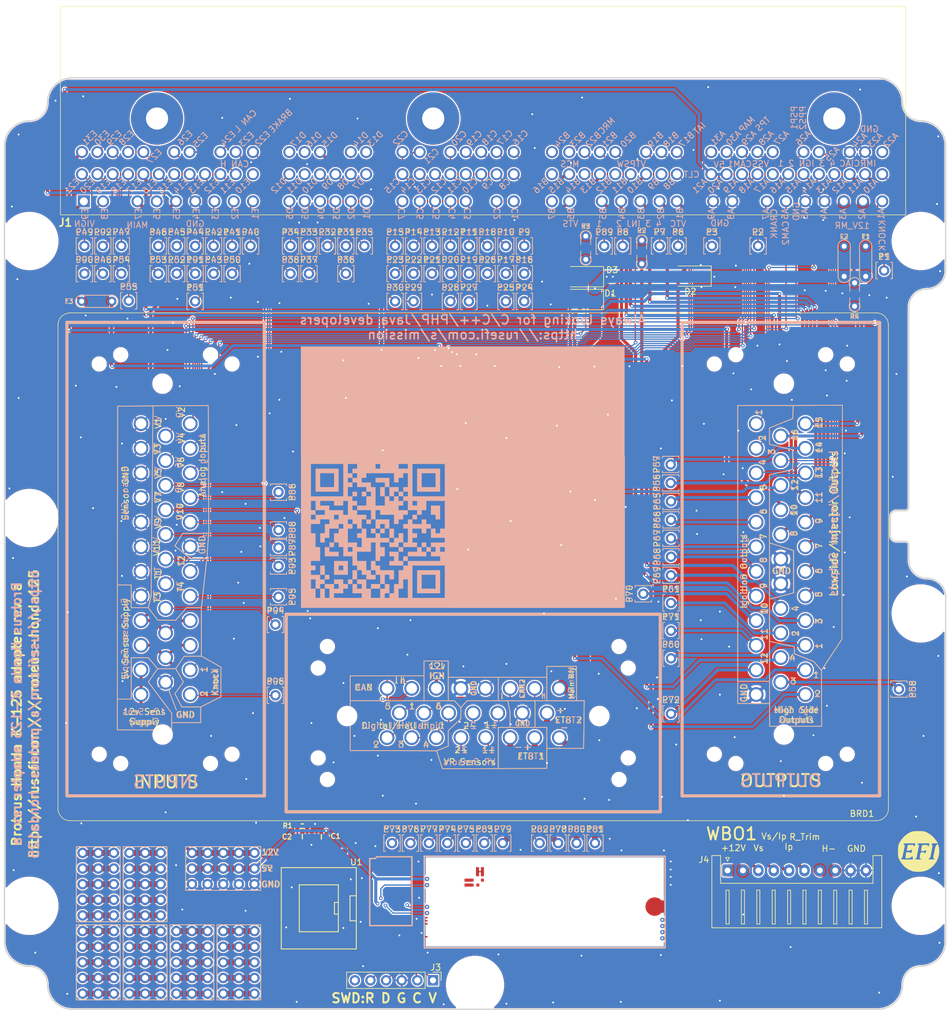
<source format=kicad_pcb>
(kicad_pcb (version 20210824) (generator pcbnew)
  (layers (0 "F.Cu" signal) (31 "B.Cu" signal) (34 "B.Paste" user) (35 "F.Paste" user) (36 "B.SilkS" user "B.Silkscreen") (37 "F.SilkS" user "F.Silkscreen") (38 "B.Mask" user) (39 "F.Mask" user) (44 "Edge.Cuts" user))
  (net 0 "")
  (net 1 "GND")
  (net 2 "/5V_SENSOR_1")
  (net 3 "/5V_SENSOR_2")
  (net 4 "/12V_PROT")
  (net 5 "/12V_MR")
  (net 6 "/OUT_MCS")
  (net 7 "Net-(F1-Pad1)")
  (net 8 "Net-(F2-Pad1)")
  (net 9 "/OUT_INJ4")
  (net 10 "/OUT_INJ2")
  (net 11 "/OUT_MAIN")
  (net 12 "/OUT_CHECK_ENGINE")
  (net 13 "/OUT_FUEL_PUMP")
  (net 14 "/OUT_IAC")
  (net 15 "/OUT_IMRC")
  (net 16 "/OUT_VTC")
  (net 17 "/OUT_INJ3")
  (net 18 "/OUT_INJ1")
  (net 19 "/OUT_IGN3")
  (net 20 "/OUT_VTS")
  (net 21 "/OUT_IGN4")
  (net 22 "/OUT_IGN2")
  (net 23 "/IN_KNOCK")
  (net 24 "/WBO_H-")
  (net 25 "/WBO_R_Trim")
  (net 26 "/WBO_Ip")
  (net 27 "/WBO_Vs{slash}Ip")
  (net 28 "/WBO_Vs")
  (net 29 "Net-(J3-Pad1)")
  (net 30 "Net-(J3-Pad2)")
  (net 31 "Net-(J3-Pad4)")
  (net 32 "Net-(J3-Pad5)")
  (net 33 "/OUT_IGN1")
  (net 34 "/IN_CRANK")
  (net 35 "/IN_VSS")
  (net 36 "/IN_CAM1")
  (net 37 "/IN_VTPSW")
  (net 38 "/IN_CAM2")
  (net 39 "/CAN_L")
  (net 40 "/CAN_H")
  (net 41 "/IN_VIGN")
  (net 42 "/IN_PPS2")
  (net 43 "/IN_TPS")
  (net 44 "/IN_BRAKE")
  (net 45 "/IN_MAP")
  (net 46 "/IN_IAT")
  (net 47 "/IN_PPS1")
  (net 48 "/IN_MRC")
  (net 49 "Net-(M1-PadJ1)")
  (net 50 "/IN_CLT")
  (net 51 "Net-(G1-Pad1)")
  (net 52 "Net-(G1-Pad12)")
  (net 53 "Net-(G1-Pad13)")
  (net 54 "Net-(G1-Pad14)")
  (net 55 "Net-(G1-Pad10)")
  (net 56 "Net-(G2-Pad1)")
  (net 57 "Net-(G2-Pad12)")
  (net 58 "Net-(G2-Pad13)")
  (net 59 "Net-(G2-Pad14)")
  (net 60 "Net-(G2-Pad10)")
  (net 61 "Net-(G3-Pad1)")
  (net 62 "Net-(G3-Pad12)")
  (net 63 "Net-(G3-Pad13)")
  (net 64 "Net-(G3-Pad14)")
  (net 65 "Net-(G3-Pad10)")
  (net 66 "Net-(G4-Pad1)")
  (net 67 "Net-(G4-Pad12)")
  (net 68 "Net-(G4-Pad13)")
  (net 69 "Net-(G4-Pad14)")
  (net 70 "Net-(G4-Pad10)")
  (net 71 "Net-(J1-PadA10)")
  (net 72 "Net-(J1-PadA28)")
  (net 73 "Net-(J1-PadA31)")
  (net 74 "Net-(J1-PadB10)")
  (net 75 "Net-(J1-PadB13)")
  (net 76 "Net-(J1-PadB18)")
  (net 77 "Net-(J1-PadB19)")
  (net 78 "Net-(J1-PadB20)")
  (net 79 "Net-(J1-PadB21)")
  (net 80 "Net-(J1-PadC1)")
  (net 81 "Net-(J1-PadC2)")
  (net 82 "Net-(J1-PadC3)")
  (net 83 "Net-(J1-PadC4)")
  (net 84 "Net-(J1-PadC5)")
  (net 85 "Net-(J1-PadC6)")
  (net 86 "Net-(J1-PadC7)")
  (net 87 "Net-(J1-PadC8)")
  (net 88 "Net-(J1-PadC9)")
  (net 89 "Net-(J1-PadC10)")
  (net 90 "Net-(J1-PadC11)")
  (net 91 "Net-(J1-PadC12)")
  (net 92 "Net-(J1-PadC13)")
  (net 93 "Net-(J1-PadC14)")
  (net 94 "Net-(J1-PadC15)")
  (net 95 "Net-(J1-PadC16)")
  (net 96 "Net-(J1-PadC17)")
  (net 97 "Net-(J1-PadC18)")
  (net 98 "Net-(J1-PadC19)")
  (net 99 "Net-(J1-PadC20)")
  (net 100 "Net-(J1-PadC21)")
  (net 101 "Net-(J1-PadC22)")
  (net 102 "Net-(J1-PadD2)")
  (net 103 "Net-(J1-PadD3)")
  (net 104 "Net-(J1-PadD5)")
  (net 105 "Net-(J1-PadD6)")
  (net 106 "Net-(J1-PadD8)")
  (net 107 "Net-(J1-PadD9)")
  (net 108 "Net-(J1-PadD10)")
  (net 109 "Net-(J1-PadD12)")
  (net 110 "Net-(J1-PadE1)")
  (net 111 "Net-(J1-PadE2)")
  (net 112 "Net-(J1-PadE3)")
  (net 113 "Net-(J1-PadE8)")
  (net 114 "Net-(J1-PadE12)")
  (net 115 "Net-(J1-PadE13)")
  (net 116 "Net-(J1-PadE14)")
  (net 117 "Net-(J1-PadE15)")
  (net 118 "Net-(J1-PadE16)")
  (net 119 "Net-(J1-PadE18)")
  (net 120 "Net-(J1-PadE19)")
  (net 121 "Net-(J1-PadE20)")
  (net 122 "Net-(J1-PadE21)")
  (net 123 "Net-(J1-PadE23)")
  (net 124 "Net-(J1-PadE25)")
  (net 125 "Net-(J1-PadE26)")
  (net 126 "Net-(J1-PadE27)")
  (net 127 "Net-(J1-PadE29)")
  (net 128 "Net-(J1-PadE30)")
  (net 129 "Net-(M1-PadW2)")
  (net 130 "Net-(M1-PadW3)")
  (net 131 "Net-(M1-PadW4)")
  (net 132 "Net-(BRD1-PadA3)")
  (net 133 "/OUT_CHARGING_LIGHT")
  (net 134 "Net-(BRD1-PadA13)")
  (net 135 "/OUT_ALTRN_CONTROL")
  (net 136 "Net-(BRD1-PadA15)")
  (net 137 "Net-(BRD1-PadA25)")
  (net 138 "Net-(BRD1-PadA26)")
  (net 139 "Net-(BRD1-PadA27)")
  (net 140 "Net-(BRD1-PadA28)")
  (net 141 "Net-(BRD1-PadA29)")
  (net 142 "Net-(BRD1-PadA30)")
  (net 143 "Net-(BRD1-PadA31)")
  (net 144 "Net-(BRD1-PadA32)")
  (net 145 "Net-(BRD1-PadB4)")
  (net 146 "Net-(BRD1-PadB5)")
  (net 147 "Net-(BRD1-PadB6)")
  (net 148 "Net-(BRD1-PadB7)")
  (net 149 "Net-(BRD1-PadB8)")
  (net 150 "Net-(BRD1-PadB11)")
  (net 151 "Net-(BRD1-PadB12)")
  (net 152 "Net-(BRD1-PadB13)")
  (net 153 "Net-(BRD1-PadB15)")
  (net 154 "Net-(BRD1-PadB21)")
  (net 155 "Net-(BRD1-PadB22)")
  (net 156 "Net-(BRD1-PadC16)")
  (net 157 "Net-(BRD1-PadC17)")
  (net 158 "Net-(BRD1-PadC18)")
  (net 159 "Net-(BRD1-PadC20)")
  (net 160 "Net-(BRD1-PadC27)")
  (net 161 "Net-(BRD1-PadC28)")
  (net 162 "Net-(BRD1-PadC31)")
  (net 163 "Net-(BRD1-PadC35)")
  (net 164 "Net-(G7-Pad1)")
  (net 165 "Net-(G7-Pad12)")
  (net 166 "Net-(G7-Pad13)")
  (net 167 "Net-(G7-Pad14)")
  (net 168 "Net-(G7-Pad10)")
  (net 169 "Net-(G8-Pad1)")
  (net 170 "Net-(G8-Pad12)")
  (net 171 "Net-(G8-Pad13)")
  (net 172 "Net-(G8-Pad14)")
  (net 173 "Net-(G8-Pad10)")
  (net 174 "Net-(F3-Pad1)")
  (net 175 "unconnected-(U1-Pad1)")
  (net 176 "unconnected-(U1-Pad5)")
  (net 177 "unconnected-(U1-Pad6)")
  (net 178 "unconnected-(U1-Pad7)")
  (net 179 "unconnected-(U1-Pad8)")
  (net 180 "Net-(BRD1-PadA10)")
  (net 181 "Net-(BRD1-PadA11)")
  (net 182 "/OUT_ETB_RELAY")
  (net 183 "Net-(J1-PadA12)")
  (footprint "hellen-one-common:PAD-TH" (layer "F.Cu") (at 203.349999 147.3 90)
    (fp_text reference "P69")
    (fp_text value "Pad" hide)
  )
  (footprint "hellen-one-common:PAD-TH" (layer "F.Cu") (at 167.5 93.8)
    (fp_text reference "P12")
    (fp_text value "Pad" hide)
  )
  (footprint "hellen-one-common:PAD-TH" (layer "F.Cu") (at 126 102.8)
    (fp_text reference "P51")
    (fp_text value "Pad" hide)
  )
  (footprint "Diode_SMD:D_SMA" (layer "F.Cu") (at 206.500001 98.7 180)
    (fp_text reference "D2")
    (fp_text value "D_Schottky")
  )
  (footprint "hellen-one-common:PAD-TH" (layer "F.Cu") (at 139.549999 133.8 -90)
    (fp_text reference "P86")
    (fp_text value "Pad" hide)
  )
  (footprint "hellen-one-common:PAD-TH" (layer "F.Cu") (at 147.5 93.8)
    (fp_text reference "P32")
    (fp_text value "Pad" hide)
  )
  (footprint "hellen-one-common:PROTO_AREA" (layer "F.Cu") (at 115.32 202.56 90)
    (fp_text reference "G7" hide)
    (fp_text value "PROTO_AREA" hide)
  )
  (footprint "hellen-one-common:PAD-TH" (layer "F.Cu") (at 176 190.8)
    (fp_text reference "P79")
    (fp_text value "Pad" hide)
  )
  (footprint "hellen-one-common:PAD-TH" (layer "F.Cu") (at 135 93.8)
    (fp_text reference "P40")
    (fp_text value "Pad" hide)
  )
  (footprint "hellen-one-common:R0603" (layer "F.Cu") (at 143.416013 188.063001)
    (fp_text reference "R1")
    (fp_text value "51k" hide)
  )
  (footprint "hellen-one-common:PAD-TH" (layer "F.Cu") (at 188 190.8)
    (fp_text reference "P80")
    (fp_text value "Pad" hide)
  )
  (footprint "hellen-one-common:PAD-TH" (layer "F.Cu") (at 132 98.3)
    (fp_text reference "P50")
    (fp_text value "Pad" hide)
  )
  (footprint "hellen-one-common:PAD-TH" (layer "F.Cu") (at 179.5 102.8)
    (fp_text reference "P24")
    (fp_text value "Pad" hide)
  )
  (footprint "hellen-one-common:PAD-1206-PAD" (layer "F.Cu") (at 231.5 96.3 -90)
    (fp_text reference "F2")
    (fp_text value "Fuse-Pad-Pad" hide)
  )
  (footprint "hellen-one-can-0.1:can" (layer "F.Cu") (at 154.281663 192.937501 -90)
    (fp_text reference "M2" hide)
    (fp_text value "Module-can-0.1" hide)
  )
  (footprint "hellen-one-common:PAD-TH" (layer "F.Cu") (at 203.349999 156.3)
    (fp_text reference "P71")
    (fp_text value "Pad" hide)
  )
  (footprint "hellen-one-common:PAD-TH" (layer "F.Cu") (at 203.349999 160.8)
    (fp_text reference "P60")
    (fp_text value "Pad" hide)
  )
  (footprint "hellen-one-common:PROTO_AREA" (layer "F.Cu") (at 107.7 202.56 90)
    (fp_text reference "G2" hide)
    (fp_text value "PROTO_AREA" hide)
  )
  (footprint "hellen-one-common:PAD-TH" (layer "F.Cu") (at 173 190.8)
    (fp_text reference "P83")
    (fp_text value "Pad" hide)
  )
  (footprint "hellen-one-common:PROTO_AREA" (layer "F.Cu") (at 135.64 197.48 180)
    (fp_text reference "G5" hide)
    (fp_text value "PROTO_AREA" hide)
  )
  (footprint "kicad6-libraries:rusefi_logo" (layer "F.Cu") (at 243.6 192.2)
    (fp_text reference "G6" hide)
    (fp_text value "RUSEFI_LOGO" hide)
  )
  (footprint "hellen-one-common:PAD-TH" (layer "F.Cu") (at 179.5 98.3)
    (fp_text reference "P16")
    (fp_text value "Pad" hide)
  )
  (footprint "hellen-one-common:PAD-TH" (layer "F.Cu") (at 170.5 93.8)
    (fp_text reference "P11")
    (fp_text value "Pad" hide)
  )
  (footprint "hellen-one-common:PAD-TH" (layer "F.Cu") (at 203.349999 135.3 90)
    (fp_text reference "P65")
    (fp_text value "Pad" hide)
  )
  (footprint "hellen-one-common:PAD-TH" (layer "F.Cu") (at 170.5 98.3)
    (fp_text reference "P19")
    (fp_text value "Pad" hide)
  )
  (footprint "hellen-one-common:PAD-TH" (layer "F.Cu") (at 185 190.8)
    (fp_text reference "P78")
    (fp_text value "Pad" hide)
  )
  (footprint "MountingHole:MountingHole_4.5mm" (layer "F.Cu") (at 99.05 93)
    (fp_text reference "J9" hide)
    (fp_text value "Conn_01x01")
  )
  (footprint "hellen-one-common:PAD-TH" (layer "F.Cu") (at 203.349999 138.3 90)
    (fp_text reference "P66")
    (fp_text value "Pad" hide)
  )
  (footprint "hellen-one-common:PAD-TH" (layer "F.Cu") (at 164.5 98.3)
    (fp_text reference "P21")
    (fp_text value "Pad" hide)
  )
  (footprint "hellen-one-common:PAD-TH" (layer "F.Cu") (at 238 97.8)
    (fp_text reference "P1")
    (fp_text value "Pad" hide)
  )
  (footprint "hellen-one-common:PAD-TH" (layer "F.Cu") (at 182 190.8)
    (fp_text reference "P82")
    (fp_text value "Pad" hide)
  )
  (footprint "hellen-one-common:PAD-TH" (layer "F.Cu") (at 141.5 98.3)
    (fp_text reference "P38")
    (fp_text value "Pad" hide)
  )
  (footprint "hellen-one-common:PAD-TH" (layer "F.Cu") (at 139.049999 155.3)
    (fp_text reference "P94")
    (fp_text value "Pad" hide)
  )
  (footprint "hellen-one-common:PAD-1206-PAD" (layer "F.Cu") (at 235 96.3 -90)
    (fp_text reference "F1")
    (fp_text value "Fuse-Pad-Pad" hide)
  )
  (footprint "hellen-one-common:PAD-TH" (layer "F.Cu") (at 158 190.8)
    (fp_text reference "P73")
    (fp_text value "Pad" hide)
  )
  (footprint "hellen-one-common:PAD-0805-PAD" (layer "F.Cu") (at 198.6 94.8 -90)
    (fp_text reference "R2")
    (fp_text value "Jumper-Pad-Pad" hide)
  )
  (footprint "hellen-one-common:PAD-TH" (layer "F.Cu") (at 191 190.8)
    (fp_text reference "P81")
    (fp_text value "Pad" hide)
  )
  (footprint "hellen-one-common:PAD-TH" (layer "F.Cu") (at 161.5 102.8)
    (fp_text reference "P29")
    (fp_text value "Pad" hide)
  )
  (footprint "Connector_JST:JST_XH_S10B-XH-A_1x10_P2.50mm_Horizontal" (layer "F.Cu") (at 212.55 195.25)
    (fp_text reference "J4")
    (fp_text value "XH-10AW")
  )
  (footprint "MountingHole:MountingHole_4.5mm" (layer "F.Cu") (at 99.05 201)
    (fp_text reference "J13" hide)
    (fp_text value "Conn_01x01")
  )
  (footprint "hellen-one-common:PAD-TH" (layer "F.Cu") (at 179.5 93.8)
    (fp_text reference "P9")
    (fp_text value "Pad" hide)
  )
  (footprint "hellen-one-common:PAD-TH" (layer "F.Cu") (at 120 98.3)
    (fp_text reference "P53")
    (fp_text value "Pad" hide)
  )
  (footprint "hellen-one-common:PAD-TH" (layer "F.Cu") (at 170.5 102.8)
    (fp_text reference "P27")
    (fp_text value "Pad" hide)
  )
  (footprint "hellen-one-common:PAD-TH" (layer "F.Cu") (at 144.5 98.3)
    (fp_text reference "P37")
    (fp_text value "Pad" hide)
  )
  (footprint "hellen-one-common:PAD-TH" (layer "F.Cu") (at 129 98.3)
    (fp_text reference "P43")
    (fp_text value "Pad" hide)
  )
  (footprint "MountingHole:MountingHole_4.5mm" (layer "F.Cu") (at 171.5 213.85)
    (fp_text reference "J10" hide)
    (fp_text value "Conn_01x01")
  )
  (footprint "hellen-one-common:PAD-TH" (layer "F.Cu") (at 126 93.8)
    (fp_text reference "P44")
    (fp_text value "Pad" hide)
  )
  (footprint "MountingHole:MountingHole_4.5mm" (layer "F.Cu") (at 243.95 153.5)
    (fp_text reference "J8" hide)
    (fp_text value "Conn_01x01")
  )
  (footprint "Diode_SMD:D_SMA" (layer "F.Cu") (at 189 98.8 180)
    (fp_text reference "D3")
    (fp_text value "DNP")
  )
  (footprint "hellen-one-wbo-0.3:wbo" (layer "F.Cu") (at 163.15 207.925)
    (fp_text reference "M1" hide)
    (fp_text value "Module-wbo-0.3" hide)
  )
  (footprint "hellen-one-common:PAD-TH" (layer "F.Cu") (at 210 93.8)
    (fp_text reference "P3")
    (fp_text value "Pad" hide)
  )
  (footprint "Connector_PinHeader_2.54mm:PinHeader_1x06_P2.54mm_Vertical" (layer "F.Cu") (at 164.66 213.1 -90)
    (fp_text reference "J3")
    (fp_text value "Conn_01x06")
  )
  (footprint "hellen-one-common:PAD-TH" (layer "F.Cu") (at 111 93.8)
    (fp_text reference "P92")
    (fp_text value "Pad" hide)
  )
  (footprint "hellen-one-common:PAD-TH" (layer "F.Cu") (at 192.5 93.8)
    (fp_text reference "P89")
    (fp_text value "Pad" hide)
  )
  (footprint "hellen-one-common:PAD-TH" (layer "F.Cu") (at 195.5 93.8)
    (fp_text reference "P8")
    (fp_text value "Pad" hide)
  )
  (footprint "hellen-one-common:PAD-0805-PAD" (layer "F.Cu") (at 233.2 101.7 -90)
    (fp_text reference "R4")
    (fp_text value "Jumper-Pad-Pad" hide)
  )
  (footprint "hellen-one-common:C0603" (layer "F.Cu") (at 143.426013 189.763001 180)
    (fp_text reference "C2")
    (fp_text value "47p" hide)
  )
  (footprint "hellen-one-common:PAD-TH" (layer "F.Cu") (at 167 190.8)
    (fp_text reference "P74")
    (fp_text value "Pad" hide)
  )
  (footprint "hellen-one-common:PAD-TH" (layer "F.Cu") (at 129 93.8)
    (fp_text reference "P42")
    (fp_text value "Pad" hide)
  )
  (footprint "hellen-one-common:PAD-TH" (layer "F.Cu") (at 204.5 93.8)
    (fp_text reference "P6")
    (fp_text value "Pad" hide)
  )
  (footprint "hellen-one-common:PAD-TH" (layer "F.Cu") (at 150.5 93.8)
    (fp_text reference "P31")
    (fp_text value "Pad" hide)
  )
  (footprint "hellen-one-common:PAD-TH" (layer "F.Cu") (at 203.349999 141.3 90)
    (fp_text reference "P67")
    (fp_text value "Pad" hide)
  )
  (footprint "hellen-one-common:PAD-TH" (layer "F.Cu") (at 203.3 129.3 90)
    (fp_text reference "P57")
    (fp_text value "Pad" hide)
  )
  (footprint "hellen-one-common:PAD-TH" (layer "F.Cu") (at 153.5 93.8)
    (fp_text reference "P35")
    (fp_text value "Pad" hide)
  )
  (footprint "hellen-one-common:PAD-TH" (layer "F.Cu") (at 164.5 93.8)
    (fp_text reference "P13")
    (fp_text value "Pad" hide)
  )
  (footprint "hellen-one-common:PAD-TH" (layer "F.Cu") (at 120 93.8)
    (fp_text reference "P46")
    (fp_text value "Pad" hide)
  )
  (footprint "hellen-one-common:PAD-TH" (layer "F.Cu") (at 176.5 93.8)
    (fp_text reference "P10")
    (fp_text value "Pad" hide)
  )
  (footprint "hellen-one-common:PAD-TH" (layer "F.Cu") (at 203.349999 169.8)
    (fp_text reference "P72")
    (fp_text value "Pad" hide)
  )
  (footprint "hellen-one-common:PAD-TH" (layer "F.Cu") (at 158.5 93.8)
    (fp_text reference "P15")
    (fp_text value "Pad" hide)
  )
  (footprint "hellen-one-common:PAD-TH" (layer "F.Cu") (at 203.349999 151.8)
    (fp_text reference "P61")
    (fp_text value "Pad" hide)
  )
  (footprint "hellen-one-common:PAD-TH" (layer "F.Cu") (at 139.549999 150.8 -90)
    (fp_text reference "P95")
    (fp_text value "Pad" hide)
  )
  (footprint "hellen-one-common:PAD-TH" (layer "F.Cu") (at 173.5 98.3)
    (fp_text reference "P26")
    (fp_text value "Pad" hide)
  )
  (footprint "hellen-one-common:PAD-TH" (layer "F.Cu") (at 150.5 98.3)
    (fp_text reference "P36")
    (fp_text value "Pad" hide)
  )
  (footprint "hellen-one-common:PROTO_AREA" (layer "F.Cu") (at 122.940001 215.26 90)
    (fp_text reference "G1" hide)
    (fp_text value "PROTO_AREA" hide)
  )
  (footprint "hellen-one-common:PAD-TH" (layer "F.Cu") (at 108 93.8)
    (fp_text reference "P49")
    (fp_text value "Pad" hide)
  )
  (footprint "hellen-one-common:PAD-TH" (layer "F.Cu") (at 139.049999 166.8)
    (fp_text reference "P96")
    (fp_text value "Pad" hide)
  )
  (footprint "hellen-one-common:PROTO_AREA" (layer "F.Cu") (at 107.7 215.26 90)
    (fp_text reference "G8" hide)
    (fp_text value "PROTO_AREA" hide)
  )
  (footprint "hellen-one-common:PAD-TH" (layer "F.Cu") (at 173.5 93.8)
    (fp_text reference "P18")
    (fp_text value "Pad" hide)
  )
  (footprint "hellen-one-common:PAD-TH" (layer "F.Cu") (at 158.5 102.8)
    (fp_text reference "P30")
    (fp_text value "Pad" hide)
  )
  (footprint "hellen-one-common:PAD-TH" (layer "F.Cu") (at 139.549999 139.95 -90)
    (fp_text reference "P88")
    (fp_text value "Pad" hide)
  )
  (footprint "hellen-one-common:PROTO_AREA" (layer "F.Cu") (at 115.32 215.259999 90)
    (fp_text reference "G4" hide)
    (fp_text value "PROTO_AREA" hide)
  )
  (footprint "hellen-one-common:PAD-TH" (layer "F.Cu") (at 176.5 98.3)
    (fp_text reference "P17")
    (fp_text value "Pad" hide)
  )
  (footprint "hellen-one-common:PAD-TH" (layer "F.Cu") (at 170 190.8)
    (fp_text reference "P75")
    (fp_text value "Pad" hide)
  )
  (footprint "hellen-one-common:PAD-TH" (layer "F.Cu") (at 123 93.8)
    (fp_text reference "P45")
    (fp_text value "Pad" hide)
  )
  (footprint "hellen-one-common:PAD-TH" (layer "F.Cu") (at 161.5 93.8)
    (fp_text reference "P14")
    (fp_text value "Pad" hide)
  )
  (footprint "MountingHole:MountingHole_4.5mm" (layer "F.Cu") (at 243.95 93)
    (fp_text reference "J11" hide)
    (fp_text value "Conn_01x01")
  )
  (footprint "hellen-one-common:PAD-0805-PAD" (layer "F.Cu") (at 189.5 94.1 -90)
    (fp_text reference "R3")
    (fp_text value "Jumper-Pad-Pad" hide)
  )
  (footprint "hellen-one-common:PAD-TH" (layer "F.Cu") (at 161 190.8)
    (fp_text reference "P76")
    (fp_text value "Pad" hide)
  )
  (footprint "hellen-one-common:PAD-TH" (layer "F.Cu") (at 108 98.3)
    (fp_text reference "P90")
    (fp_text value "Pad" hide)
  )
  (footprint "hellen-one-common:PAD-TH" (layer "F.Cu") (at 126 98.3)
    (fp_text reference "P91")
    (fp_text value "Pad" hide)
  )
  (footprint "hellen-one-common:PAD-TH" (layer "F.Cu") (at 240.4 165.8 -90)
    (fp_text reference "P58")
    (fp_text value "Pad" hide)
  )
  (footprint "hellen-one-common:PAD-TH" (layer "F.Cu") (at 167.5 98.3)
    (fp_text reference "P20")
    (fp_text value "Pad" hide)
  )
  (footprint "Diode_SMD:D_SMA" (layer "F.Cu") (at 189 102.5 180)
    (fp_text reference "D1")
    (fp_text value "D_Schottky")
  )
  (footprint "MountingHole:MountingHole_4.5mm" (layer "F.Cu") (at 99.05 138)
    (fp_text reference "J7" hide)
    (fp_text value "Conn_01x01")
  )
  (footprint "kicad6-libraries:proteus" (layer "F.Cu") (at 238.7 104.725 180)
    (fp_text reference "BRD1")
    (fp_text value "proteus")
  )
  (footprint "hellen-one-common:PAD-TH" (layer "F.Cu") (at 139.549999 142.8 -90)
    (fp_text reference "P87")
    (fp_text value "Pad" hide)
  )
  (footprint "hellen-one-common:PAD-TH" (layer "F.Cu") (at 201.5 93.8)
    (fp_text reference "P7")
    (fp_text value "Pad" hide)
  )
  (footprint "hellen-one-common:PAD-TH" (layer "F.Cu") (at 115.2 102.7)
    (fp_text reference "P55")
    (fp_text value "Pad" hide)
  )
  (footprint "hellen-one-common:PAD-TH" (layer "F.Cu") (at 164 190.8)
    (fp_text reference "P77")
    (fp_text value "Pad" hide)
  )
  (footprint "hellen-one-common:PAD-TH" (layer "F.Cu") (at 123 98.3)
    (fp_text reference "P52")
    (fp_text value "Pad" hide)
  )
  (footprint "hellen-one-common:PAD-TH" (layer "F.Cu") (at 176.5 102.8)
    (fp_text reference "P25")
    (fp_text value "Pad" hide)
  )
  (footprint "hellen-one-common:PAD-TH" (layer "F.Cu") (at 139.549999 145.8 -90)
    (fp_text reference "P93")
    (fp_text value "Pad" hide)
  )
  (footprint "hellen-one-common:PAD-TH" (layer "F.Cu") (at 198.849999 150.3 90)
    (fp_text reference "P70")
    (fp_text value "Pad" hide)
  )
  (footprint "hellen-one-common:PAD-TH" (layer "F.Cu") (at 161.5 98.3)
    (fp_text reference "P22")
    (fp_text value "Pad" hide)
  )
  (footprint "hellen-one-common:PAD-TH" (layer "F.Cu") (at 217.5 93.8)
    (fp_text reference "P2")
    (fp_text value "Pad" hide)
  )
  (footprint "hellen-one-common:PAD-1206-PAD" (layer "F.Cu") (at 110 102.8)
    (fp_text reference "F3")
    (fp_text value "Fuse-Pad-Pad" hide)
  )
  (footprint "hellen-one-common:PAD-TH" (layer "F.Cu") (at 141.5 93.8)
    (fp_text reference "P34")
    (fp_text value "Pad" hide)
  )
  (footprint "hellen-one-common:PAD-TH" (layer "F.Cu") (at 167.5 102.8)
    (fp_text reference "P28")
    (fp_text value "Pad" hide)
  )
  (footprint "hellen-one-common:PAD-TH" (layer "F.Cu") (at 132 93.8)
    (fp_text reference "P41")
    (fp_text value "Pad" hide)
  )
  (footprint "MountingHole:MountingHole_4.5mm" (layer "F.Cu") (at 243.95 201)
    (fp_text reference "J12" hide)
    (fp_text value "Conn_01x01")
  )
  (footprint "kicad6-libraries:TE_1318612-1" (layer "F.Cu") (at 172.8 71.825)
    (fp_text reference "J1")
    (fp_text value "1318612-1" hide)
  )
  (footprint "hellen-one-common:PAD-TH" (layer "F.Cu") (at 203.349999 144.3 90)
    (fp_text reference "P68")
    (fp_text value "Pad" hide)
  )
  (footprint "hellen-one-common:C0603" (layer "F.Cu") (at 146.516014 189.763001)
    (fp_text reference "C1")
    (fp_text value "100n" hide)
  )
  (footprint "hellen-one-common:PAD-TH" (layer "F.Cu") (at 114 98.3)
    (fp_text reference "P54")
    (fp_text value "Pad" hide)
  )
  (footprint "hellen-one-common:PROTO_AREA" (layer "F.Cu") (at 130.56 215.259999 90)
    (fp_text reference "G3" hide)
    (fp_text value "PROTO_AREA" hide)
  )
  (footprint "kicad6-libraries:MPX_SOP_SSOP" (layer "F.Cu") (at 146.1 201.4 -90)
    (fp_text reference "U1")
    (fp_text value "MPXxx6115A")
  )
  (footprint "hellen-one-common:PAD-TH" (layer "F.Cu") (at 111 98.3)
    (fp_text reference "P48")
    (fp_text value "Pad" hide)
  )
  (footprint "hellen-one-common:PAD-TH" (layer "F.Cu") (at 203.3 132.3 90)
    (fp_text reference "P56")
    (fp_text value "Pad" hide)
  )
  (footprint "hellen-one-common:PAD-TH" (layer "F.Cu") (at 158.5 98.3)
    (fp_text reference "P23")
    (fp_text value "Pad" hide)
  )
  (footprint "hellen-one-common:PAD-TH" (layer "F.Cu") (at 144.5 93.8)
    (fp_text reference "P33")
    (fp_text value "Pad" hide)
  )
  (footprint "hellen-one-common:PAD-TH" (layer "F.Cu") (at 114 93.8)
    (fp_text reference "P47")
    (fp_text value "Pad" hide)
  )
  (footprint "LOGO" (layer "B.Cu") (at 155.7 140.1 180)
    (fp_text reference "G***" hide)
    (fp_text value "LOGO" hide)
  )
  (gr_rect (start 143.25 127.8) (end 195.75 110.2) (layer "B.SilkS") (width 0.12) (fill solid))
  (gr_rect (start 167.8 152.55) (end 195.8 127.85) (layer "B.SilkS") (width 0.12) (fill solid))
  (gr_arc (start 99 70.500001) (end 102 70.5) (angle 90) (layer "Edge.Cuts") (width 0.2))
  (gr_line (start 248 97.8) (end 248 77.5) (layer "Edge.Cuts") (width 0.2))
  (gr_arc (start 105.999996 213.8) (end 105.999998 217.8) (angle 90) (layer "Edge.Cuts") (width 0.2))
  (gr_line (start 106 66.5) (end 237 66.5) (layer "Edge.Cuts") (width 0.2))
  (gr_arc (start 244.000002 206.8) (end 248 206.8) (angle 90) (layer "Edge.Cuts") (width 0.2))
  (gr_line (start 241.5 141.8) (end 240 141.8) (layer "Edge.Cuts") (width 0.2))
  (gr_line (start 106 217.8) (end 237 217.8) (layer "Edge.Cuts") (width 0.2))
  (gr_arc (start 240 140.800003) (end 240 141.8) (angle 90) (layer "Edge.Cuts") (width 0.2))
  (gr_arc (start 98.999996 206.8) (end 94.999998 206.8) (angle -90) (layer "Edge.Cuts") (width 0.2))
  (gr_line (start 239 140.8) (end 239 137.8) (layer "Edge.Cuts") (width 0.2))
  (gr_arc (start 245 103.8) (end 245 100.8) (angle -90) (layer "Edge.Cuts") (width 0.2))
  (gr_arc (start 244 213.8) (end 241 213.8) (angle 90) (layer "Edge.Cuts") (width 0.2))
  (gr_arc (start 105.999998 70.500001) (end 106 66.5) (angle -90) (layer "Edge.Cuts") (width 0.2))
  (gr_line (start 94.999998 206.8) (end 95 77.5) (layer "Edge.Cuts") (width 0.2))
  (gr_arc (start 237.000002 70.500001) (end 237 66.5) (angle 90) (layer "Edge.Cuts") (width 0.2))
  (gr_arc (start 245 150.8) (end 248 150.8) (angle -90) (layer "Edge.Cuts") (width 0.2))
  (gr_line (start 240 136.8) (end 241.5 136.8) (layer "Edge.Cuts") (width 0.2))
  (gr_arc (start 98.999998 213.8) (end 101.999998 213.8) (angle -90) (layer "Edge.Cuts") (width 0.2))
  (gr_arc (start 244 70.500001) (end 241 70.5) (angle -90) (layer "Edge.Cuts") (width 0.2))
  (gr_arc (start 241.5 142.299999) (end 242 142.3) (angle -90) (layer "Edge.Cuts") (width 0.2))
  (gr_arc (start 241.500001 136.3) (end 242 136.3) (angle 90) (layer "Edge.Cuts") (width 0.2))
  (gr_arc (start 239.999997 137.8) (end 240 136.8) (angle -90) (layer "Edge.Cuts") (width 0.2))
  (gr_line (start 242 136.3) (end 242 103.8) (layer "Edge.Cuts") (width 0.2))
  (gr_line (start 242 144.8) (end 242 142.3) (layer "Edge.Cuts") (width 0.2))
  (gr_arc (start 245 97.8) (end 248 97.8) (angle 90) (layer "Edge.Cuts") (width 0.2))
  (gr_arc (start 237.000002 213.8) (end 237 217.8) (angle -90) (layer "Edge.Cuts") (width 0.2))
  (gr_arc (start 98.999999 77.5) (end 95 77.5) (angle 90) (layer "Edge.Cuts") (width 0.2))
  (gr_arc (start 245 144.8) (end 245 147.8) (angle 90) (layer "Edge.Cuts") (width 0.2))
  (gr_line (start 248 206.8) (end 248 150.8) (layer "Edge.Cuts") (width 0.2))
  (gr_arc (start 244.000001 77.5) (end 248 77.5) (angle -90) (layer "Edge.Cuts") (width 0.2))
  (gr_text "KNOCK" (at 237.7 92.1 90) (layer "B.SilkS") (effects (font (size 1 1)) (justify mirror)))
  (gr_text "CAN L" (at 134.2 73.5 45) (layer "B.SilkS") (effects (font (size 1 1)) (justify mirror)))
  (gr_text "IAC" (at 231.9 80.4) (layer "B.SilkS") (effects (font (size 1 1)) (justify mirror)))
  (gr_text "5V" (at 211.2 80.6) (layer "B.SilkS") (effects (font (size 1 1)) (justify mirror)))
  (gr_text "4 3 IGN 2 1" (at 225.4 80.4) (layer "B.SilkS") (effects (font (size 1 1)) (justify mirror)))
  (gr_text "4 3 INJ 2   1" (at 196.5 90.2) (layer "B.SilkS") (effects (font (size 1 1)) (justify mirror)))
  (gr_text "PSP1" (at 223.4 73 90) (layer "B.SilkS") (effects (font (size 1 1)) (justify mirror)))
  (gr_text "5V" (at 138.8 194.94) (layer "B.SilkS") (effects (font (size 1 1)) (justify left mirror)))
  (gr_text "CAN H" (at 132.4 80.5) (layer "B.SilkS") (effects (font (size 1 1)) (justify mirror)))
  (gr_text "12V_MR" (at 232.8 90.5) (layer "B.SilkS") (effects (font (size 1 1)) (justify mirror)))
  (gr_text "IAT" (at 208 74.7 45) (layer "B.SilkS") (effects (font (size 1 1)) (justify mirror)))
  (gr_text "GND" (at 126 90.2) (layer "B.SilkS") (effects (font (size 1 1)) (justify mirror)))
  (gr_text "VTS" (at 187 90.2) (layer "B.SilkS") (effects (font (size 1 1)) (justify mirror)))
  (gr_text "PPS2" (at 224.8 73 90) (layer "B.SilkS") (effects (font (size 1 1)) (justify mirror)))
  (gr_text "VTC" (at 204.5 90.2) (layer "B.SilkS") (effects (font (size 1 1)) (justify mirror)))
  (gr_text "TPS" (at 218.3 74 45) (layer "B.SilkS") (effects (font (size 1 1)) (justify mirror)))
  (gr_text "MAP" (at 215.7 74.1 45) (layer "B.SilkS") (effects (font (size 1 1)) (justify mirror)))
  (gr_text "https://rusefi.com/s/proteus-honda125" (at 99.8 169.9 90) (layer "B.SilkS") (effects (font (size 1.5 1.5) (thickness 0.3)) (justify mirror)))
  (gr_text "CAM2" (at 222 91.7 90) (layer "B.SilkS") (effects (font (size 1 1)) (justify mirror)))
  (gr_text "VTPSW" (at 196.9 80.5) (layer "B.SilkS") (effects (font (size 1 1)) (justify mirror)))
  (gr_text "MAIN" (at 116.6 90.4) (layer "B.SilkS") (effects (font (size 1 1)) (justify mirror)))
  (gr_text "Proteus Honda K-125 adapter rev. a" (at 97 169.8 90) (layer "B.SilkS") (effects (font (size 1.5 1.5) (thickness 0.3)) (justify mirror)))
  (gr_text "GND" (at 235.6 74.8) (layer "B.SilkS") (effects (font (size 1 1)) (justify mirror)))
  (gr_text "CRANK" (at 220.1 90.2 90) (layer "B.SilkS") (effects (font (size 1 1)) (justify mirror)))
  (gr_text "VSS" (at 217.9 80.5) (layer "B.SilkS") (effects (font (size 1 1)) (justify mirror)))
  (gr_text "GND" (at 211.3 90.1) (layer "B.SilkS") (effects (font (size 1 1)) (justify mirror)))
  (gr_text "Always looking for C/C++/PHP/Java developers\nhttps://rusefi.com/s/mission" (at 171.1 107) (layer "B.SilkS") (effects (font (size 1.5 1.5) (thickness 0.25)) (justify mirror)))
  (gr_text "CAM1" (at 214.5 80.5) (layer "B.SilkS") (effects (font (size 1 1)) (justify mirror)))
  (gr_text "CLT" (at 206.7 82.2) (layer "B.SilkS") (effects (font (size 1 1)) (justify mirror)))
  (gr_text "MCS" (at 186.9 80.5) (layer "B.SilkS") (effects (font (size 1 1)) (justify mirror)))
  (gr_text "BRAKE" (at 139.9 73.5 45) (layer "B.SilkS") (effects (font (size 1 1)) (justify mirror)))
  (gr_text "IMRC" (at 234.9 80.4) (layer "B.SilkS") (effects (font (size 1 1)) (justify mirror)))
  (gr_text "MRC" (at 192.9 74.3 45) (layer "B.SilkS") (effects (font (size 1 1)) (justify mirror)))
  (gr_text "GND" (at 139.853618 197.5) (layer "B.SilkS") (effects (font (size 1 1)) (justify left mirror)))
  (gr_text "VIGN" (at 108 90.2) (layer "B.SilkS") (effects (font (size 1 1)) (justify mirror)))
  (gr_text "GND" (at 223.7 88.2 90) (layer "B.SilkS") (effects (font (size 1 1)) (justify mirror)))
  (gr_text "12V" (at 139.853618 192.3) (layer "B.SilkS") (effects (font (size 1 1)) (justify left mirror)))
  (gr_text "5V" (at 136.656 194.94) (layer "F.SilkS") (effects (font (size 1 1)) (justify left)))
  (gr_text "R_Trim" (at 225.1 189.8) (layer "F.SilkS") (effects (font (size 1 1))))
  (gr_text "GND" (at 233.5 191.7) (layer "F.SilkS") (effects (font (size 1 1))))
  (gr_text "12V" (at 136.7 192.3) (layer "F.SilkS") (effects (font (size 1 1)) (justify left)))
  (gr_text "Ip" (at 222.5 191.4) (layer "F.SilkS") (effects (font (size 1 1))))
  (gr_text "Vs" (at 217.6 191.6) (layer "F.SilkS") (effects (font (size 1 1))))
  (gr_text "WBO1" (at 213.2 189.3) (layer "F.SilkS") (effects (font (size 2 2) (thickness 0.3))))
  (gr_text "H-" (at 229 191.7) (layer "F.SilkS") (effects (font (size 1 1))))
  (gr_text "G" (at 159.530001 216) (layer "F.SilkS") (effects (font (size 1.524 1.524) (thickness 0.3048))))
  (gr_text "https://rusefi.com/s/proteus-honda125" (at 99.8 169.8 90) (layer "F.SilkS") (effects (font (size 1.5 1.5) (thickness 0.3))))
  (gr_text "Vs/Ip" (at 220.1 189.7) (layer "F.SilkS") (effects (font (size 1 1))))
  (gr_text "D" (at 156.99 216) (layer "F.SilkS") (effects (font (size 1.524 1.524) (thickness 0.3048))))
  (gr_text "SWD:R" (at 151.656 216) (layer "F.SilkS") (effects (font (size 1.524 1.524) (thickness 0.3048))))
  (gr_text "Proteus Honda K-125 adapter rev. a" (at 97 169.9 90) (layer "F.SilkS") (effects (font (size 1.5 1.5) (thickness 0.3))))
  (gr_text "+12V" (at 213.5 191.6) (layer "F.SilkS") (effects (font (size 1 1))))
  (gr_text "GND" (at 136.7 197.5) (layer "F.SilkS") (effects (font (size 1 1)) (justify left)))
  (gr_text "C" (at 162.07 216) (layer "F.SilkS") (effects (font (size 1.524 1.524) (thickness 0.3048))))
  (gr_text "V" (at 164.61 216) (layer "F.SilkS") (effects (font (size 1.524 1.524) (thickness 0.3048))))
  (via (at 114.1 147.4) (size 0.6) (drill 0.3) (layers "F.Cu" "B.Cu") (net 1))
  (via (at 243.2 186.5) (size 0.6) (drill 0.3) (layers "F.Cu" "B.Cu") (net 1))
  (via (at 211.3 166.7) (size 0.6) (drill 0.3) (layers "F.Cu" "B.Cu") (net 1))
  (via (at 197.9 79.7) (size 0.6) (drill 0.3) (layers "F.Cu" "B.Cu") (net 1))
  (via (at 144.9 171.3) (size 0.6) (drill 0.3) (layers "F.Cu" "B.Cu") (net 1))
  (via (at 193.8 101.7) (size 0.6) (drill 0.3) (layers "F.Cu" "B.Cu") (net 1))
  (via (at 177.3 138.5) (size 0.6) (drill 0.3) (layers "F.Cu" "B.Cu") (net 1))
  (via (at 135.9 187.5) (size 0.6) (drill 0.3) (layers "F.Cu" "B.Cu") (net 1))
  (via (at 214.3 123.8) (size 0.6) (drill 0.3) (layers "F.Cu" "B.Cu") (net 1))
  (via (at 211.1 84.5) (size 0.6) (drill 0.3) (layers "F.Cu" "B.Cu") (net 1))
  (via (at 193.4 190.1) (size 0.6) (drill 0.3) (layers "F.Cu" "B.Cu") (net 1))
  (via (at 150.5 118.5) (size 0.6) (drill 0.3) (layers "F.Cu" "B.Cu") (net 1))
  (via (at 106.6 116.5) (size 0.6) (drill 0.3) (layers "F.Cu" "B.Cu") (net 1))
  (via (at 169.1 113.3) (size 0.6) (drill 0.3) (layers "F.Cu" "B.Cu") (net 1))
  (via (at 163.8 208.6) (size 0.6) (drill 0.3) (layers "F.Cu" "B.Cu") (net 1))
  (via (at 135.1 80.2) (size 0.6) (drill 0.3) (layers "F.Cu" "B.Cu") (net 1))
  (via (at 208.3 100.5) (size 0.6) (drill 0.3) (layers "F.Cu" "B.Cu") (net 1))
  (via (at 176.6 125) (size 0.6) (drill 0.3) (layers "F.Cu" "B.Cu") (net 1))
  (via (at 183.9 162.9) (size 0.6) (drill 0.3) (layers "F.Cu" "B.Cu") (net 1))
  (via (at 223 118.8) (size 0.6) (drill 0.3) (layers "F.Cu" "B.Cu") (net 1))
  (via (at 246.9 195.7) (size 0.6) (drill 0.3) (layers "F.Cu" "B.Cu") (net 1))
  (via (at 231.2 101.5) (size 0.6) (drill 0.3) (layers "F.Cu" "B.Cu") (net 1))
  (via (at 96.5 195.2) (size 0.6) (drill 0.3) (layers "F.Cu" "B.Cu") (net 1))
  (via (at 207.5 136.8) (size 0.6) (drill 0.3) (layers "F.Cu" "B.Cu") (net 1))
  (via (at 228.7 168.5) (size 0.6) (drill 0.3) (layers "F.Cu" "B.Cu") (net 1))
  (via (at 246.8 76) (size 0.6) (drill 0.3) (layers "F.Cu" "B.Cu") (net 1))
  (via (at 221 109.8) (size 0.6) (drill 0.3) (layers "F.Cu" "B.Cu") (net 1))
  (via (at 232.4 137.9) (size 0.6) (drill 0.3) (layers "F.Cu" "B.Cu") (net 1))
  (via (at 139.7 118.8) (size 0.6) (drill 0.3) (layers "F.Cu" "B.Cu") (net 1))
  (via (at 206.1 187.1) (size 0.6) (drill 0.3) (layers "F.Cu" "B.Cu") (net 1))
  (via (at 216.4 117.1) (size 0.6) (drill 0.3) (layers "F.Cu" "B.Cu") (net 1))
  (via (at 105 171.3) (size 0.6) (drill 0.3) (layers "F.Cu" "B.Cu") (net 1))
  (via (at 162.3 112) (size 0.6) (drill 0.3) (layers "F.Cu" "B.Cu") (net 1))
  (via (at 191 135.1) (size 0.6) (drill 0.3) (layers "F.Cu" "B.Cu") (net 1))
  (via (at 140.8 204.5) (size 0.6) (drill 0.3) (layers "F.Cu" "B.Cu") (net 1))
  (via (at 237.2 215.1) (size 0.6) (drill 0.3) (layers "F.Cu" "B.Cu") (net 1))
  (via (at 177.9 89.6) (size 0.6) (drill 0.3) (layers "F.Cu" "B.Cu") (net 1))
  (via (at 194.4 151.1) (size 0.6) (drill 0.3) (layers "F.Cu" "B.Cu") (net 1))
  (via (at 135.4 169.7) (size 0.6) (drill 0.3) (layers "F.Cu" "B.Cu") (net 1))
  (via (at 131.8 102.2) (size 0.6) (drill 0.3) (layers "F.Cu" "B.Cu") (net 1))
  (via (at 225.1 101) (size 0.6) (drill 0.3) (layers "F.Cu" "B.Cu") (net 1))
  (via (at 203.5 118.9) (size 0.6) (drill 0.3) (layers "F.Cu" "B.Cu") (net 1))
  (via (at 225 89.2) (size 0.6) (drill 0.3) (layers "F.Cu" "B.Cu") (net 1))
  (via (at 133.9 151.8) (size 0.6) (drill 0.3) (layers "F.Cu" "B.Cu") (net 1))
  (via (at 228.1 89.6) (size 0.6) (drill 0.3) (layers "F.Cu" "B.Cu") (net 1))
  (via (at 231.6 143.6) (size 0.6) (drill 0.3) (layers "F.Cu" "B.Cu") (net 1))
  (via (at 182.4 99.6) (size 0.6) (drill 0.3) (layers "F.Cu" "B.Cu") (net 1))
  (via (at 132.7 122.9) (size 0.6) (drill 0.3) (layers "F.Cu" "B.Cu") (net 1))
  (via (at 182.7 153.5) (size 0.6) (drill 0.3) (layers "F.Cu" "B.Cu") (net 1))
  (via (at 213.5 114.5) (size 0.6) (drill 0.3) (layers "F.Cu" "B.Cu") (net 1))
  (via (at 123.2 129.4) (size 0.6) (drill 0.3) (layers "F.Cu" "B.Cu") (net 1))
  (via (at 228.5 101.1) (size 0.6) (drill 0.3) (layers "F.Cu" "B.Cu") (net 1))
  (via (at 184.2 216.7) (size 0.6) (drill 0.3) (layers "F.Cu" "B.Cu") (net 1))
  (via (at 188.8 209.1) (size 0.6) (drill 0.3) (layers "F.Cu" "B.Cu") (net 1))
  (via (at 213.9 97) (size 0.6) (drill 0.3) (layers "F.Cu" "B.Cu") (net 1))
  (via (at 247 207) (size 0.6) (drill 0.3) (layers "F.Cu" "B.Cu") (net 1))
  (via (at 136.5 139.6) (size 0.6) (drill 0.3) (layers "F.Cu" "B.Cu") (net 1))
  (via (at 154.2 103.2) (size 0.6) (drill 0.3) (layers "F.Cu" "B.Cu") (net 1))
  (via (at 181.2 77.9) (size 0.6) (drill 0.3) (layers "F.Cu" "B.Cu") (net 1))
  (via (at 141.7 198) (size 0.6) (drill 0.3) (layers "F.Cu" "B.Cu") (net 1))
  (via (at 183.2 177.8) (size 0.6) (drill 0.3) (layers "F.Cu" "B.Cu") (net 1))
  (via (at 170.4 143.1) (size 0.6) (drill 0.3) (layers "F.Cu" "B.Cu") (net 1))
  (via (at 130.4 73) (size 0.6) (drill 0.3) (layers "F.Cu" "B.Cu") (net 1))
  (via (at 122.8 143.3) (size 0.6) (drill 0.3) (layers "F.Cu" "B.Cu") (net 1))
  (via (at 177.3 171.5) (size 0.6) (drill 0.3) (layers "F.Cu" "B.Cu") (net 1))
  (via (at 244.4 173.4) (size 0.6) (drill 0.3) (layers "F.Cu" "B.Cu") (net 1))
  (via (at 151.3 196.7) (size 0.6) (drill 0.3) (layers "F.Cu" "B.Cu") (net 1))
  (via (at 170 122.6) (size 0.6) (drill 0.3) (layers "F.Cu" "B.Cu") (net 1))
  (via (at 174.7 113.3) (size 0.6) (drill 0.3) (layers "F.Cu" "B.Cu") (net 1))
  (via (at 201.1 163.9) (size 0.6) (drill 0.3) (layers "F.Cu" "B.Cu") (net 1))
  (via (at 246.8 160.4) (size 0.6) (drill 0.3) (layers "F.Cu" "B.Cu") (net 1))
  (via (at 160.5 160.2) (size 0.6) (drill 0.3) (layers "F.Cu" "B.Cu") (net 1))
  (via (at 191.6 163.3) (size 0.6) (drill 0.3) (layers "F.Cu" "B.Cu") (net 1))
  (via (at 128.6 173.4) (size 0.6) (drill 0.3) (layers "F.Cu" "B.Cu") (net 1))
  (via (at 140.5 138) (size 0.6) (drill 0.3) (layers "F.Cu" "B.Cu") (net 1))
  (via (at 211.9 130.9) (size 0.6) (drill 0.3) (layers "F.Cu" "B.Cu") (net 1))
  (via (at 197.8 168.9) (size 0.6) (drill 0.3) (layers "F.Cu" "B.Cu") (net 1))
  (via (at 144.9 191.1) (size 0.6) (drill 0.3) (layers "F.Cu" "B.Cu") (net 1))
  (via (at 144.7 154.3) (size 0.6) (drill 0.3) (layers "F.Cu" "B.Cu") (net 1))
  (via (at 150.1 164.8) (size 0.6) (drill 0.3) (layers "F.Cu" "B.Cu") (net 1))
  (via (at 114 138.5) (size 0.6) (drill 0.3) (layers "F.Cu" "B.Cu") (net 1))
  (via (at 123.5 116.6) (size 0.6) (drill 0.3) (layers "F.Cu" "B.Cu") (net 1))
  (via (at 142.9 90) (size 0.6) (drill 0.3) (layers "F.Cu" "B.Cu") (net 1))
  (via (at 241.7 147.5) (size 0.6) (drill 0.3) (layers "F.Cu" "B.Cu") (net 1))
  (via (at 123 139.1) (size 0.6) (drill 0.3) (layers "F.Cu" "B.Cu") (net 1))
  (via (at 115 105.6) (size 0.6) (drill 0.3) (layers "F.Cu" "B.Cu") (net 1))
  (via (at 201.3 151.6) (size 0.6) (drill 0.3) (layers "F.Cu" "B.Cu") (net 1))
  (via (at 103.3 70.2) (size 0.6) (drill 0.3) (layers "F.Cu" "B.Cu") (net 1))
  (via (at 162.8 205.4) (size 0.6) (drill 0.3) (layers "F.Cu" "B.Cu") (net 1))
  (via (at 162 203.1) (size 0.6) (drill 0.3) (layers "F.Cu" "B.Cu") (net 1))
  (via (at 225 84.4) (size 0.6) (drill 0.3) (layers "F.Cu" "B.Cu") (net 1))
  (via (at 108.2 105.1) (size 0.6) (drill 0.3) (layers "F.Cu" "B.Cu") (net 1))
  (via (at 159.2 205.8) (size 0.6) (drill 0.3) (layers "F.Cu" "B.Cu") (net 1))
  (via (at 235.6 101.8) (size 0.6) (drill 0.3) (layers "F.Cu" "B.Cu") (net 1))
  (via (at 196.602355 113.347826) (size 0.6) (drill 0.3) (layers "F.Cu" "B.Cu") (net 1))
  (via (at 121.2 121.9) (size 0.6) (drill 0.3) (layers "F.Cu" "B.Cu") (net 1))
  (via (at 189.3 183.6) (size 0.6) (drill 0.3) (layers "F.Cu" "B.Cu") (net 1))
  (via (at 134.2 135.7) (size 0.6) (drill 0.3) (layers "F.Cu" "B.Cu") (net 1))
  (via (at 201.7 209) (size 0.6) (drill 0.3) (layers "F.Cu" "B.Cu") (net 1))
  (via (at 196 136.2) (size 0.6) (drill 0.3) (layers "F.Cu" "B.Cu") (net 1))
  (via (at 134.2 201.8) (size 0.6) (drill 0.3) (layers "F.Cu" "B.Cu") (net 1))
  (via (at 161.9 184.4) (size 0.6) (drill 0.3) (layers "F.Cu" "B.Cu") (net 1))
  (via (at 154.6 84.6) (size 0.6) (drill 0.3) (layers "F.Cu" "B.Cu") (net 1))
  (via (at 152.4 73.1) (size 0.6) (drill 0.3) (layers "F.Cu" "B.Cu") (net 1))
  (via (at 164.4 177.3) (size 0.6) (drill 0.3) (layers "F.Cu" "B.Cu") (net 1))
  (via (at 136.2 111.8) (size 0.6) (drill 0.3) (layers "F.Cu" "B.Cu") (net 1))
  (via (at 123.9 201.6) (size 0.6) (drill 0.3) (layers "F.Cu" "B.Cu") (net 1))
  (via (at 168.6 133.3) (size 0.6) (drill 0.3) (layers "F.Cu" "B.Cu") (net 1))
  (via (at 232 110) (size 0.6) (drill 0.3) (layers "F.Cu" "B.Cu") (net 1))
  (via (at 228.5 114) (size 0.6) (drill 0.3) (layers "F.Cu" "B.Cu") (net 1))
  (via (at 234.1 68.4) (size 0.6) (drill 0.3) (layers "F.Cu" "B.Cu") (net 1))
  (via (at 162.4 199.7) (size 0.6) (drill 0.3) (layers "F.Cu" "B.Cu") (net 1))
  (via (at 107.4 124.9) (size 0.6) (drill 0.3) (layers "F.Cu" "B.Cu") (net 1))
  (via (at 217.4 110) (size 0.6) (drill 0.3) (layers "F.Cu" "B.Cu") (net 1))
  (via (at 173.5 103.5) (size 0.6) (drill 0.3) (layers "F.Cu" "B.Cu") (net 1))
  (via (at 221.2 177.5) (size 0.6) (drill 0.3) (layers "F.Cu" "B.Cu") (net 1))
  (via (at 113.2 116.7) (size 0.6) (drill 0.3) (layers "F.Cu" "B.Cu") (net 1))
  (via (at 195.3 192) (size 0.6) (drill 0.3) (layers "F.Cu" "B.Cu") (net 1))
  (via (at 228.1 84.6) (size 0.6) (drill 0.3) (layers "F.Cu" "B.Cu") (net 1))
  (via (at 203.3 195.1) (size 0.6) (drill 0.3) (layers "F.Cu" "B.Cu") (net 1))
  (via (at 201.9 183.3) (size 0.6) (drill 0.3) (layers "F.Cu" "B.Cu") (net 1))
  (via (at 123.1 102.4) (size 0.6) (drill 0.3) (layers "F.Cu" "B.Cu") (net 1))
  (via (at 96.4 144.5) (size 0.6) (drill 0.3) (layers "F.Cu" "B.Cu") (net 1))
  (via (at 169 171.1) (size 0.6) (drill 0.3) (layers "F.Cu" "B.Cu") (net 1))
  (via (at 238.4 102.2) (size 0.6) (drill 0.3) (layers "F.Cu" "B.Cu") (net 1))
  (via (at 208.2 96.9) (size 0.6) (drill 0.3) (layers "F.Cu" "B.Cu") (net 1))
  (via (at 97.3 118.5) (size 0.6) (drill 0.3) (layers "F.Cu" "B.Cu") (net 1))
  (via (at 105.3 153.3) (size 0.6) (drill 0.3) (layers "F.Cu" "B.Cu") (net 1))
  (via (at 186.2 188.2) (size 0.6) (drill 0.3) (layers "F.Cu" "B.Cu") (net 1))
  (via (at 150.1 204.6) (size 0.6) (drill 0.3) (layers "F.Cu" "B.Cu") (net 1))
  (via (at 173.1 171.3) (size 0.6) (drill 0.3) (layers "F.Cu" "B.Cu") (net 1))
  (via (at 166 113.3) (size 0.6) (drill 0.3) (layers "F.Cu" "B.Cu") (net 1))
  (via (at 211.3 153.2) (size 0.6) (drill 0.3) (layers "F.Cu" "B.Cu") (net 1))
  (via (at 208.3 157.7) (size 0.6) (drill 0.3) (layers "F.Cu" "B.Cu") (net 1))
  (via (at 122.4 106.3) (size 0.6) (drill 0.3) (layers "F.Cu" "B.Cu") (net 1))
  (via (at 231.8 123.8) (size 0.6) (drill 0.3) (layers "F.Cu" "B.Cu") (net 1))
  (via (at 133 148.5) (size 0.6) (drill 0.3) (layers "F.Cu" "B.Cu") (net 1))
  (via (at 121.5 110.7) (size 0.6) (drill 0.3) (layers "F.Cu" "B.Cu") (net 1))
  (via (at 161 154.6) (size 0.6) (drill 0.3) (layers "F.Cu" "B.Cu") (net 1))
  (via (at 153.1 196.5) (size 0.6) (drill 0.3) (layers "F.Cu" "B.Cu") (net 1))
  (via (at 185.5 142.4) (size 0.6) (drill 0.3) (layers "F.Cu" "B.Cu") (net 1))
  (via (at 162.3 193.8) (size 0.6) (drill 0.3) (layers "F.Cu" "B.Cu") (net 1))
  (via (at 211.3 216.4) (size 0.6) (drill 0.3) (layers "F.Cu" "B.Cu") (net 1))
  (via (at 213.7 173.6) (size 0.6) (drill 0.3) (layers "F.Cu" "B.Cu") (net 1))
  (via (at 141.9 127.2) (size 0.6) (drill 0.3) (layers "F.Cu" "B.Cu") (net 1))
  (via (at 152.1 190.8) (size 0.6) (drill 0.3) (layers "F.Cu" "B.Cu") (net 1))
  (via (at 183.8 103.3) (size 0.6) (drill 0.3) (layers "F.Cu" "B.Cu") (net 1))
  (via (at 215.1 140.3) (size 0.6) (drill 0.3) (layers "F.Cu" "B.Cu") (net 1))
  (via (at 191.7 174.1) (size 0.6) (drill 0.3) (layers "F.Cu" "B.Cu") (net 1))
  (via (at 231.9 115.7) (size 0.6) (drill 0.3) (layers "F.Cu" "B.Cu") (net 1))
  (via (at 156.5 183.1) (size 0.6) (drill 0.3) (layers "F.Cu" "B.Cu") (net 1))
  (via (at 109.4 136.4) (size 0.6) (drill 0.3) (layers "F.Cu" "B.Cu") (net 1))
  (via (at 231.4 150.5) (size 0.6) (drill 0.3) (layers "F.Cu" "B.Cu") (net 1))
  (via (at 141.4 69.9) (size 0.6) (drill 0.3) (layers "F.Cu" "B.Cu") (net 1))
  (via (at 209.4 68) (size 0.6) (drill 0.3) (layers "F.Cu" "B.Cu") (net 1))
  (via (at 142.5 216.6) (size 0.6) (drill 0.3) (layers "F.Cu" "B.Cu") (net 1))
  (via (at 130.4 133.8) (size 0.6) (drill 0.3) (layers "F.Cu" "B.Cu") (net 1))
  (via (at 213.8 100.5) (size 0.6) (drill 0.3) (layers "F.Cu" "B.Cu") (net 1))
  (via (at 180.8 72.4) (size 0.6) (drill 0.3) (layers "F.Cu" "B.Cu") (net 1))
  (via (at 155.7 155.9) (size 0.6) (drill 0.3) (layers "F.Cu" "B.Cu") (net 1))
  (via (at 133.5 143.5) (size 0.6) (drill 0.3) (layers "F.Cu" "B.Cu") (net 1))
  (via (at 97.1 99.2) (size 0.6) (drill 0.3) (layers "F.Cu" "B.Cu") (net 1))
  (via (at 246.6 87) (size 0.6) (drill 0.3) (layers "F.Cu" "B.Cu") (net 1))
  (via (at 215 129.9) (size 0.6) (drill 0.3) (layers "F.Cu" "B.Cu") (net 1))
  (via (at 140 111) (size 0.6) (drill 0.3) (layers "F.Cu" "B.Cu") (net 1))
  (via (at 148.5 177.7) (size 0.6) (drill 0.3) (layers "F.Cu" "B.Cu") (net 1))
  (via (at 208.2 154.6) (size 0.6) (drill 0.3) (layers "F.Cu" "B.Cu") (net 1))
  (via (at 203.3 193.8) (size 0.6) (drill 0.3) (layers "F.Cu" "B.Cu") (net 1))
  (via (at 136.2 102.9) (size 0.6) (drill 0.3) (layers "F.Cu" "B.Cu") (net 1))
  (via (at 202.2 192) (size 0.6) (drill 0.3) (layers "F.Cu" "B.Cu") (net 1))
  (via (at 231.6 127.5) (size 0.6) (drill 0.3) (layers "F.Cu" "B.Cu") (net 1))
  (via (at 166.4 217) (size 0.6) (drill 0.3) (layers "F.Cu" "B.Cu") (net 1))
  (via (at 139.7 103.1) (size 0.6) (drill 0.3) (layers "F.Cu" "B.Cu") (net 1))
  (via (at 204.2 174.8) (size 0.6) (drill 0.3) (layers "F.Cu" "B.Cu") (net 1))
  (via (at 151.9 173.4) (size 0.6) (drill 0.3) (layers "F.Cu" "B.Cu") (net 1))
  (via (at 155.3 191.3) (size 0.6) (drill 0.3) (layers "F.Cu" "B.Cu") (net 1))
  (via (at 166 163.6) (size 0.6) (drill 0.3) (layers "F.Cu" "B.Cu") (net 1))
  (via (at 228.7 118.1) (size 0.6) (drill 0.3) (layers "F.Cu" "B.Cu") (net 1))
  (via (at 201.2 167.4) (size 0.6) (drill 0.3) (layers "F.Cu" "B.Cu") (net 1))
  (via (at 155.7 176.6) (size 0.6) (drill 0.3) (layers "F.Cu" "B.Cu") (net 1))
  (via (at 150.1 112.4) (size 0.6) (drill 0.3) (layers "F.Cu" "B.Cu") (net 1))
  (via (at 207.6 140.6) (size 0.6) (drill 0.3) (layers "F.Cu" "B.Cu") (net 1))
  (via (at 176.6 216.9) (size 0.6) (drill 0.3) (layers "F.Cu" "B.Cu") (net 1))
  (via (at 193.3 183.8) (size 0.6) (drill 0.3) (layers "F.Cu" "B.Cu") (net 1))
  (via (at 107.5 187.6) (size 0.6) (drill 0.3) (layers "F.Cu" "B.Cu") (net 1))
  (via (at 136.6 142.6) (size 0.6) (drill 0.3) (layers "F.Cu" "B.Cu") (net 1))
  (via (at 138.1 121) (size 0.6) (drill 0.3) (layers "F.Cu" "B.Cu") (net 1))
  (via (at 221.7 183.1) (size 0.6) (drill 0.3) (layers "F.Cu" "B.Cu") (net 1))
  (via (at 229.8 155.7) (size 0.6) (drill 0.3) (layers "F.Cu" "B.Cu") (net 1))
  (via (at 201.7 126.7) (size 0.6) (drill 0.3) (layers "F.Cu" "B.Cu") (net 1))
  (via (at 175.3 208.9) (size 0.6) (drill 0.3) (layers "F.Cu" "B.Cu") (net 1))
  (via (at 207 78.2) (size 0.6) (drill 0.3) (layers "F.Cu" "B.Cu") (net 1))
  (via (at 240 114.6) (size 0.6) (drill 0.3) (layers "F.Cu" "B.Cu") (net 1))
  (via (at 145.9 90) (size 0.6) (drill 0.3) (layers "F.Cu" "B.Cu") (net 1))
  (via (at 132.3 157.6) (size 0.6) (drill 0.3) (layers "F.Cu" "B.Cu") (net 1))
  (via (at 208.7 122.7) (size 0.6) (drill 0.3) (layers "F.Cu" "B.Cu") (net 1))
  (via (at 122.9 194.4) (size 0.6) (drill 0.3) (layers "F.Cu" "B.Cu") (net 1))
  (via (at 176.6 161.7) (size 0.6) (drill 0.3) (layers "F.Cu" "B.Cu") (net 1))
  (via (at 152.9 203.6) (size 0.6) (drill 0.3) (layers "F.Cu" "B.Cu") (net 1))
  (via (at 193.1 121.2) (size 0.6) (drill 0.3) (layers "F.Cu" "B.Cu") (net 1))
  (via (at 144.2 80.5) (size 0.6) (drill 0.3) (layers "F.Cu" "B.Cu") (net 1))
  (via (at 222.8 207.7) (size 0.6) (drill 0.3) (layers "F.Cu" "B.Cu") (net 1))
  (via (at 96.2 87.4) (size 0.6) (drill 0.3) (layers "F.Cu" "B.Cu") (net 1))
  (via (at 186.1 169) (size 0.6) (drill 0.3) (layers "F.Cu" "B.Cu") (net 1))
  (via (at 203.3 197.6) (size 0.6) (drill 0.3) (layers "F.Cu" "B.Cu") (net 1))
  (via (at 215.1 202.4) (size 0.6) (drill 0.3) (layers "F.Cu" "B.Cu") (net 1))
  (via (at 95.8 133.2) (size 0.6) (drill 0.3) (layers "F.Cu" "B.Cu") (net 1))
  (via (at 178.9 191.9) (size 0.6) (drill 0.3) (layers "F.Cu" "B.Cu") (net 1))
  (via (at 134.3 180.4) (size 0.6) (drill 0.3) (layers "F.Cu" "B.Cu") (net 1))
  (via (at 97.3 75.7) (size 0.6) (drill 0.3) (layers "F.Cu" "B.Cu") (net 1))
  (via (at 145.5 187.7) (size 0.6) (drill 0.3) (layers "F.Cu" "B.Cu") (net 1))
  (via (at 107.8 69.5) (size 0.6) (drill 0.3) (layers "F.Cu" "B.Cu") (net 1))
  (via (at 156.2 170.8) (size 0.6) (drill 0.3) (layers "F.Cu" "B.Cu") (net 1))
  (via (at 105.2 215.3) (size 0.6) (drill 0.3) (layers "F.Cu" "B.Cu") (net 1))
  (via (at 190.9 113.4) (size 0.6) (drill 0.3) (layers "F.Cu" "B.Cu") (net 1))
  (via (at 205.2 113.3) (size 0.6) (drill 0.3) (layers "F.Cu" "B.Cu") (net 1))
  (via (at 114.2 164.5) (size 0.6) (drill 0.3) (layers "F.Cu" "B.Cu") (net 1))
  (via (at 114.1 125.9) (size 0.6) (drill 0.3) (layers "F.Cu" "B.Cu") (net 1))
  (via (at 144.3 153.1) (size 0.6) (drill 0.3) (layers "F.Cu" "B.Cu") (net 1))
  (via (at 203.3 196.3) (size 0.6) (drill 0.3) (layers "F.Cu" "B.Cu") (net 1))
  (via (at 187.1 80.3) (size 0.6) (drill 0.3) (layers "F.Cu" "B.Cu") (net 1))
  (via (at 164.5 101.7) (size 0.6) (drill 0.3) (layers "F.Cu" "B.Cu") (net 1))
  (via (at 121.2 185.8) (size 0.6) (drill 0.3) (layers "F.Cu" "B.Cu") (net 1))
  (via (at 247.1 97.9) (size 0.6) (drill 0.3) (layers "F.Cu" "B.Cu") (net 1))
  (via (at 185.2 113.5) (size 0.6) (drill 0.3) (layers "F.Cu" "B.Cu") (net 1))
  (via (at 226.5 173.3) (size 0.6) (drill 0.3) (layers "F.Cu" "B.Cu") (net 1))
  (via (at 156.5 127) (size 0.6) (drill 0.3) (layers "F.Cu" "B.Cu") (net 1))
  (via (at 134.8 96.7) (size 0.6) (drill 0.3) (layers "F.Cu" "B.Cu") (net 1))
  (via (at 169.6 162.1) (size 0.6) (drill 0.3) (layers "F.Cu" "B.Cu") (net 1))
  (via (at 153.3 210.8) (size 0.6) (drill 0.3) (layers "F.Cu" "B.Cu") (net 1))
  (via (at 234.4 181) (size 0.6) (drill 0.3) (layers "F.Cu" "B.Cu") (net 1))
  (via (at 184.8 123) (size 0.6) (drill 0.3) (layers "F.Cu" "B.Cu") (net 1))
  (via (at 188.9 69.7) (size 0.6) (drill 0.3) (layers "F.Cu" "B.Cu") (net 1))
  (via (at 161.7 84.2) (size 0.6) (drill 0.3) (layers "F.Cu" "B.Cu") (net 1))
  (via (at 129.2 114.6) (size 0.6) (drill 0.3) (layers "F.Cu" "B.Cu") (net 1))
  (via (at 239.4 131.3) (size 0.6) (drill 0.3) (layers "F.Cu" "B.Cu") (net 1))
  (via (at 195.2 216.6) (size 0.6) (drill 0.3) (layers "F.Cu" "B.Cu") (net 1))
  (via (at 228.3 162.4) (size 0.6) (drill 0.3) (layers "F.Cu" "B.Cu") (net 1))
  (via (at 212.8 158.9) (size 0.6) (drill 0.3) (layers "F.Cu" "B.Cu") (net 1))
  (via (at 222.2 112.5) (size 0.6) (drill 0.3) (layers "F.Cu" "B.Cu") (net 1))
  (via (at 100 208.6) (size 0.6) (drill 0.3) (layers "F.Cu" "B.Cu") (net 1))
  (segment (start 118.775479 104.424521) (end 121.750489 101.449511) (width 0.5) (layer "F.Cu") (net 2))
  (segment (start 102 85.175489) (end 102 78.8) (width 0.5) (layer "F.Cu") (net 2))
  (segment (start 118.775479 116.972164) (end 118.775479 104.424521) (width 0.5) (layer "F.Cu") (net 2))
  (segment (start 119.2 154.675) (end 121.2 156.675) (width 0.5) (layer "F.Cu") (net 2))
  (segment (start 123.2 154.675) (end 125.2 154.675) (width 0.5) (layer "F.Cu") (net 2))
  (segment (start 119.600489 133.999511) (end 119.7 133.9) (width 0.5) (layer "F.Cu") (net 2))
  (segment (start 121.750489 87.679511) (end 122.88 86.55) (width 0.5) (layer "F.Cu") (net 2))
  (segment (start 104.8 76) (end 104.8 68.4) (width 0.5) (layer "F.Cu") (net 2))
  (segment (start 117.2 154.675) (end 119.2 154.675) (width 0.5) (layer "F.Cu") (net 2))
  (segment (start 102 78.8) (end 104.8 76) (width 0.5) (layer "F.Cu") (net 2))
  (segment (start 119.3 133.5) (end 119.3 117.496685) (width 0.5) (layer "F.Cu") (net 2))
  (segment (start 119.7 133.9) (end 119.3 133.5) (width 0.5) (layer "F.Cu") (net 2))
  (segment (start 119.600489 152.274511) (end 119.600489 133.999511) (width 0.5) (layer "F.Cu") (net 2))
  (segment (start 119.3 117.496685) (end 118.775479 116.972164) (width 0.5) (layer "F.Cu") (net 2))
  (segment (start 121.2 156.675) (end 123.2 154.675) (width 0.5) (layer "F.Cu") (net 2))
  (segment (start 117.2 154.675) (end 119.600489 152.274511) (width 0.5) (layer "F.Cu") (net 2))
  (segment (start 121.750489 101.449511) (end 121.750489 87.679511) (width 0.5) (layer "F.Cu") (net 2))
  (via (at 104.8 68.4) (size 0.6) (drill 0.3) (layers "F.Cu" "B.Cu") (net 2))
  (via (at 102 85.175489) (size 0.6) (drill 0.3) (layers "F.Cu" "B.Cu") (net 2))
  (segment (start 121.505489 85.175489) (end 122.88 86.55) (width 0.5) (layer "B.Cu") (net 2))
  (segment (start 203.9 68.4) (end 207.9 72.4) (width 0.5) (layer "B.Cu") (net 2))
  (segment (start 102 85.175489) (end 121.505489 85.175489) (width 0.5) (layer "B.Cu") (net 2))
  (segment (start 209.9 82.15) (end 212.4 82.15) (width 0.5) (layer "B.Cu") (net 2))
  (segment (start 207.9 80.15) (end 209.9 82.15) (width 0.5) (layer "B.Cu") (net 2))
  (segment (start 207.9 72.4) (end 207.9 80.15) (width 0.5) (layer "B.Cu") (net 2))
  (segment (start 104.8 68.4) (end 203.9 68.4) (width 0.5) (layer "B.Cu") (net 2))
  (segment (start 147.3 188.8) (end 147.3 192.953) (width 0.5) (layer "F.Cu") (net 3))
  (segment (start 146.735 193.648) (end 146.735 196.574) (width 0.5) (layer "F.Cu") (net 3))
  (segment (start 137.2 192.192924) (end 137.2 193.38) (width 0.5) (layer "F.Cu") (net 3))
  (segment (start 117.2 158.675) (end 119.2 158.675) (width 0.5) (layer "F.Cu") (net 3))
  (segment (start 136.007076 191) (end 137.2 192.192924) (width 0.5) (layer "F.Cu") (net 3))
  (segment (start 119.2 158.675) (end 121.2 160.675) (width 0.5) (layer "F.Cu") (net 3))
  (segment (start 125.2 158.675) (end 123.2 158.675) (width 0.5) (layer "F.Cu") (net 3))
  (segment (start 137.2 193.38) (end 135.64 194.94) (width 0.5) (layer "F.Cu") (net 3))
  (segment (start 121.2 160.675) (end 122.799511 162.274511) (width 0.5) (layer "F.Cu") (net 3))
  (segment (start 126.1 191) (end 136.007076 191) (width 0.5) (layer "F.Cu") (net 3))
  (segment (start 122.799511 187.699511) (end 126.1 191) (width 0.5) (layer "F.Cu") (net 3))
  (segment (start 147.365 193.018) (end 146.735 193.648) (width 0.5) (layer "F.Cu") (net 3))
  (segment (start 135.64 194.94) (end 125.48 194.94) (width 1) (layer "F.Cu") (net 3))
  (segment (start 123.2 158.675) (end 121.2 160.675) (width 0.5) (layer "F.Cu") (net 3))
  (segment (start 122.799511 162.274511) (end 122.799511 187.699511) (width 0.5) (layer "F.Cu") (net 3))
  (segment (start 147.3 192.953) (end 147.365 193.018) (width 0.5) (layer "F.Cu") (net 3))
  (via (at 147.3 188.8) (size 0.6) (drill 0.3) (layers "F.Cu" "B.Cu") (net 3))
  (segment (start 141.8 188.8) (end 135.66 194.94) (width 0.5) (layer "B.Cu") (net 3))
  (segment (start 147.531663 188.8) (end 147.3 188.8) (width 0.5) (layer "B.Cu") (net 3))
  (segment (start 155.356663 196.625) (end 147.531663 188.8) (width 0.5) (layer "B.Cu") (net 3))
  (segment (start 135.66 194.94) (end 135.64 194.94) (width 0.5) (layer "B.Cu") (net 3))
  (segment (start 147.3 188.8) (end 141.8 188.8) (width 0.5) (layer "B.Cu") (net 3))
  (segment (start 155.356663 200.337499) (end 155.356663 196.625) (width 0.5) (layer "B.Cu") (net 3))
  (segment (start 155.356663 196.625) (end 163.7 196.625) (width 0.5) (layer "B.Cu") (net 3))
  (segment (start 155.656662 200.637498) (end 155.356663 200.337499) (width 0.5) (layer "B.Cu") (net 3))
  (segment (start 117.2 163.125001) (end 117.2 184.119999) (width 0.5) (layer "F.Cu") (net 4))
  (segment (start 125.48 192.4) (end 135.64 192.4) (width 1) (layer "F.Cu") (net 4))
  (segment (start 117.2 184.119999) (end 125.48 192.4) (width 0.5) (layer "F.Cu") (net 4))
  (segment (start 192.9 98.8) (end 191 98.8) (width 2) (layer "F.Cu") (net 5))
  (segment (start 189.149511 109.950489) (end 189.149511 161.725489) (width 2) (layer "F.Cu") (net 5))
  (segment (start 191.000001 100.700001) (end 191.000001 108.099999) (width 2) (layer "F.Cu") (net 5))
  (segment (start 215.9 197.5) (end 215.05 196.65) (width 2) (layer "F.Cu") (net 5))
  (segment (start 233.1 99.695) (end 233.1 82.85) (width 0.5) (layer "F.Cu") (net 5))
  (segment (start 233.1 82.85) (end 232.4 82.15) (width 0.5) (layer "F.Cu") (net 5))
  (segment (start 215.05 196.65) (end 215.05 195.25) (width 2) (layer "F.Cu") (net 5))
  (segment (start 237.6 194.8) (end 237.6 197.4) (width 2) (layer "F.Cu") (net 5))
  (segment (start 233.2 99.795) (end 233.1 99.695) (width 0.5) (layer "F.Cu") (net 5))
  (segment (start 191.000001 108.099999) (end 189.149511 109.950489) (width 2) (layer "F.Cu") (net 5))
  (segment (start 210.707345 185.4) (end 228.2 185.4) (width 2) (layer "F.Cu") (net 5))
  (segment (start 215.05 195.25) (end 212.7 195.25) (width 2) (layer "F.Cu") (net 5))
  (segment (start 191 98.8) (end 191.000001 100.700001) (width 2) (layer "F.Cu") (net 5))
  (segment (start 189.149511 161.725489) (end 185.2 165.675) (width 2) (layer "F.Cu") (net 5))
  (segment (start 237.6 197.4) (end 237.5 197.5) (width 2) (layer "F.Cu") (net 5))
  (segment (start 208.500001 98.7) (end 210.3 98.7) (width 0.5) (layer "F.Cu") (net 5))
  (segment (start 210.3 98.7) (end 210.4 98.8) (width 0.5) (layer "F.Cu") (net 5))
  (segment (start 185.2 165.675) (end 190.982345 165.675) (width 2) (layer "F.Cu") (net 5))
  (segment (start 237.5 197.5) (end 215.9 197.5) (width 2) (layer "F.Cu") (net 5))
  (segment (start 193.9 98.8) (end 192.9 98.8) (width 2) (layer "F.Cu") (net 5))
  (segment (start 228.2 185.4) (end 237.6 194.8) (width 2) (layer "F.Cu") (net 5))
  (segment (start 190.982345 165.675) (end 210.707345 185.4) (width 2) (layer "F.Cu") (net 5))
  (via (at 210.4 98.8) (size 0.6) (drill 0.3) (layers "F.Cu" "B.Cu") (net 5))
  (via (at 191.000001 100.700001) (size 0.6) (drill 0.3) (layers "F.Cu" "B.Cu") (net 5))
  (via (at 193.9 98.8) (size 0.6) (drill 0.3) (layers "F.Cu" "B.Cu") (net 5))
  (via (at 192.9 98.8) (size 0.6) (drill 0.3) (layers "F.Cu" "B.Cu") (net 5))
  (segment (start 210.4 98.8) (end 234.95 98.8) (width 2) (layer "B.Cu") (net 5))
  (segment (start 193.9 98.8) (end 192.900002 98.8) (width 2) (layer "B.Cu") (net 5))
  (segment (start 192.900002 98.8) (end 191.000001 100.700001) (width 2) (layer "B.Cu") (net 5))
  (segment (start 193.9 98.8) (end 210.4 98.8) (width 2) (layer "B.Cu") (net 5))
  (segment (start 234.95 98.8) (end 235 98.75) (width 2) (layer "B.Cu") (net 5))
  (segment (start 182.625489 85.774511) (end 186.25 82.15) (width 0.5) (layer "F.Cu") (net 6))
  (segment (start 187 102.5) (end 182.625489 98.125489) (width 0.5) (layer "F.Cu") (net 6))
  (segment (start 187 133.7) (end 187 102.5) (width 0.5) (layer "F.Cu") (net 6))
  (segment (start 182.625489 98.125489) (end 182.625489 85.774511) (width 0.5) (layer "F.Cu") (net 6))
  (segment (start 186.25 82.15) (end 186.8 82.15) (width 0.5) (layer "F.Cu") (net 6))
  (via (at 187 133.7) (size 0.6) (drill 0.3) (layers "F.Cu" "B.Cu") (net 6))
  (segment (start 220.799511 133.075489) (end 221.2 132.675) (width 0.5) (layer "B.Cu") (net 6))
  (segment (start 215.724511 133.075489) (end 220.799511 133.075489) (width 0.5) (layer "B.Cu") (net 6))
  (segment (start 215.1 133.7) (end 215.724511 133.075489) (width 0.5) (layer "B.Cu") (net 6))
  (segment (start 187 133.7) (end 215.1 133.7) (width 0.5) (layer "B.Cu") (net 6))
  (segment (start 234.57 86.55) (end 234.57 93.42) (width 2) (layer "F.Cu") (net 7))
  (segment (start 234.57 93.42) (end 235 93.85) (width 2) (layer "F.Cu") (net 7))
  (segment (start 231.44 93.79) (end 231.5 93.85) (width 2) (layer "F.Cu") (net 8))
  (segment (start 231.44 86.55) (end 231.44 93.79) (width 2) (layer "F.Cu") (net 8))
  (segment (start 226.69808 104.239546) (end 226.69808 118.3424) (width 0.5) (layer "F.Cu") (net 9))
  (segment (start 202.749511 87.799511) (end 201.5 86.55) (width 0.5) (layer "F.Cu") (net 9))
  (segment (start 226.735615 103.752368) (end 226.735615 104.202011) (width 0.5) (layer "F.Cu") (net 9))
  (segment (start 228.7 147.175) (end 225.2 150.675) (width 0.5) (layer "F.Cu") (net 9))
  (segment (start 228.848559 120.49288) (end 228.84856 137.782117) (width 0.5) (layer "F.Cu") (net 9))
  (segment (start 226.69808 118.3424) (end 228.848559 120.49288) (width 0.5) (layer "F.Cu") (net 9))
  (segment (start 226.735615 104.202011) (end 226.69808 104.239546) (width 0.5) (layer "F.Cu") (net 9))
  (segment (start 202.7 102.250981) (end 202.749511 102.20147) (width 0.5) (layer "F.Cu") (net 9))
  (segment (start 228.7 137.930678) (end 228.7 147.175) (width 0.5) (layer "F.Cu") (net 9))
  (segment (start 228.84856 137.782117) (end 228.7 137.930678) (width 0.5) (layer "F.Cu") (net 9))
  (segment (start 202.749511 102.20147) (end 202.749511 87.799511) (width 0.5) (layer "F.Cu") (net 9))
  (via (at 202.7 102.250981) (size 0.6) (drill 0.3) (layers "F.Cu" "B.Cu") (net 9))
  (via (at 226.735615 103.752368) (size 0.6) (drill 0.3) (layers "F.Cu" "B.Cu") (net 9))
  (segment (start 225.398523 102.300962) (end 202.74998 102.300961) (width 0.5) (layer "B.Cu") (net 9))
  (segment (start 226.709159 103.725912) (end 226.709159 103.611598) (width 0.5) (layer "B.Cu") (net 9))
  (segment (start 202.74998 102.300961) (end 202.7 102.250981) (width 0.5) (layer "B.Cu") (net 9))
  (segment (start 226.735615 103.752368) (end 226.709159 103.725912) (width 0.5) (layer "B.Cu") (net 9))
  (segment (start 226.709159 103.611598) (end 225.398523 102.300962) (width 0.5) (layer "B.Cu") (net 9))
  (segment (start 225.39904 104.27998) (end 225.39904 118.88048) (width 0.5) (layer "F.Cu") (net 10))
  (segment (start 227.4 140.475) (end 225.2 142.675) (width 0.5) (layer "F.Cu") (net 10))
  (segment (start 227.4 137.393559) (end 227.4 140.475) (width 0.5) (layer "F.Cu") (net 10))
  (segment (start 197 103.551481) (end 196.749511 103.300992) (width 0.5) (layer "F.Cu") (net 10))
  (segment (start 225.244944 104.125884) (end 225.39904 104.27998) (width 0.5) (layer "F.Cu") (net 10))
  (segment (start 225.39904 118.88048) (end 227.54952 121.03096) (width 0.5) (layer "F.Cu") (net 10))
  (segment (start 196.749511 89.249511) (end 195.24 87.74) (width 0.5) (layer "F.Cu") (net 10))
  (segment (start 195.24 87.74) (end 195.24 86.55) (width 0.5) (layer "F.Cu") (net 10))
  (segment (start 227.54952 121.03096) (end 227.54952 137.244039) (width 0.5) (layer "F.Cu") (net 10))
  (segment (start 227.54952 137.244039) (end 227.4 137.393559) (width 0.5) (layer "F.Cu") (net 10))
  (segment (start 225.244944 104.055202) (end 225.244944 104.125884) (width 0.5) (layer "F.Cu") (net 10))
  (segment (start 196.749511 103.300992) (end 196.749511 89.249511) (width 0.5) (layer "F.Cu") (net 10))
  (via (at 225.244944 104.055202) (size 0.6) (drill 0.3) (layers "F.Cu" "B.Cu") (net 10))
  (via (at 197 103.551481) (size 0.6) (drill 0.3) (layers "F.Cu" "B.Cu") (net 10))
  (segment (start 225.244944 104.055202) (end 225.199511 104.009769) (width 0.5) (layer "B.Cu") (net 10))
  (segment (start 225.199511 104.009752) (end 224.789759 103.6) (width 0.5) (layer "B.Cu") (net 10))
  (segment (start 197.048519 103.6) (end 197 103.551481) (width 0.5) (layer "B.Cu") (net 10))
  (segment (start 225.199511 104.009769) (end 225.199511 104.009752) (width 0.5) (layer "B.Cu") (net 10))
  (segment (start 224.789759 103.6) (end 197.048519 103.6) (width 0.5) (layer "B.Cu") (net 10))
  (segment (start 224.74952 119.14952) (end 226.9 121.3) (width 0.5) (layer "F.Cu") (net 11))
  (segment (start 224.74952 104.54902) (end 224.74952 119.14952) (width 0.5) (layer "F.Cu") (net 11))
  (segment (start 117.344991 87.274991) (end 116.62 86.55) (width 0.5) (layer "F.Cu") (net 11))
  (segment (start 117.344991 103.76625) (end 117.344991 87.274991) (width 0.5) (layer "F.Cu") (net 11))
  (segment (start 118.075979 105) (end 117.910241 105) (width 0.5) (layer "F.Cu") (net 11))
  (segment (start 117.910241 105) (end 117.300489 104.390248) (width 0.5) (layer "F.Cu") (net 11))
  (segment (start 226.9 136.975) (end 225.2 138.675) (width 0.5) (layer "F.Cu") (net 11))
  (segment (start 224.5 104.2995) (end 224.74952 104.54902) (width 0.5) (layer "F.Cu") (net 11))
  (segment (start 117.300489 104.390248) (end 117.300489 103.810752) (width 0.5) (layer "F.Cu") (net 11))
  (segment (start 117.300489 103.810752) (end 117.344991 103.76625) (width 0.5) (layer "F.Cu") (net 11))
  (segment (start 226.9 121.3) (end 226.9 136.975) (width 0.5) (layer "F.Cu") (net 11))
  (via (at 224.5 104.2995) (size 0.6) (drill 0.3) (layers "F.Cu" "B.Cu") (net 11))
  (via (at 118.075979 105) (size 0.6) (drill 0.3) (layers "F.Cu" "B.Cu") (net 11))
  (segment (start 126 104.8) (end 126.30048 105.10048) (width 0.5) (layer "B.Cu") (net 11))
  (segment (start 192.19952 105.10048) (end 193.049019 104.250981) (width 0.5) (layer "B.Cu") (net 11))
  (segment (start 193.049019 104.250981) (end 224.451481 104.250981) (width 0.5) (layer "B.Cu") (net 11))
  (segment (start 118.275979 104.8) (end 126 104.8) (width 0.5) (layer "B.Cu") (net 11))
  (segment (start 118.075979 105) (end 118.275979 104.8) (width 0.5) (layer "B.Cu") (net 11))
  (segment (start 126.30048 105.10048) (end 192.19952 105.10048) (width 0.5) (layer "B.Cu") (net 11))
  (segment (start 224.451481 104.250981) (end 224.5 104.2995) (width 0.5) (layer "B.Cu") (net 11))
  (segment (start 221.2 136.675) (end 221.2 135.8125) (width 0.5) (layer "F.Cu") (net 12))
  (segment (start 216.1 132.7) (end 212.400479 129.000479) (width 0.5) (layer "F.Cu") (net 12))
  (segment (start 105.5 107.4) (end 105.5 80.65) (width 0.5) (layer "F.Cu") (net 12))
  (segment (start 105.5 80.65) (end 107.6 78.55) (width 0.5) (layer "F.Cu") (net 12))
  (segment (start 212.400479 107.449021) (end 212.5 107.3495) (width 0.5) (layer "F.Cu") (net 12))
  (segment (start 221.2 135.8125) (end 218.0875 132.7) (width 0.5) (layer "F.Cu") (net 12))
  (segment (start 218.0875 132.7) (end 216.1 132.7) (width 0.5) (layer "F.Cu") (net 12))
  (segment (start 212.400479 129.000479) (end 212.400479 107.449021) (width 0.5) (layer "F.Cu") (net 12))
  (via (at 105.5 107.4) (size 0.6) (drill 0.3) (layers "F.Cu" "B.Cu") (net 12))
  (via (at 212.5 107.3495) (size 0.6) (drill 0.3) (layers "F.Cu" "B.Cu") (net 12))
  (segment (start 105.599511 107.499511) (end 124.810535 107.499511) (width 0.5) (layer "B.Cu") (net 12))
  (segment (start 105.5 107.4) (end 105.599511 107.499511) (width 0.5) (layer "B.Cu") (net 12))
  (segment (start 124.960546 107.3495) (end 212.5 107.3495) (width 0.5) (layer "B.Cu") (net 12))
  (segment (start 124.810535 107.499511) (end 124.960546 107.3495) (width 0.5) (layer "B.Cu") (net 12))
  (segment (start 223.600489 133.075489) (end 225.2 134.675) (width 0.5) (layer "F.Cu") (net 13))
  (segment (start 223.600489 119.91807) (end 223.600489 133.075489) (width 0.5) (layer "F.Cu") (net 13))
  (segment (start 117.994511 104.095011) (end 118 104.1005) (width 0.5) (layer "F.Cu") (net 13))
  (segment (start 224.1 119.418559) (end 223.600489 119.91807) (width 0.5) (layer "F.Cu") (net 13))
  (segment (start 117.994511 82.544511) (end 117.994511 104.095011) (width 0.5) (layer "F.Cu") (net 13))
  (segment (start 224.1 110.421633) (end 224.1 119.418559) (width 0.5) (layer "F.Cu") (net 13))
  (segment (start 221 107.321633) (end 224.1 110.421633) (width 0.5) (layer "F.Cu") (net 13))
  (segment (start 117.6 82.15) (end 117.994511 82.544511) (width 0.5) (layer "F.Cu") (net 13))
  (segment (start 221 101.601461) (end 221 107.321633) (width 0.5) (layer "F.Cu") (net 13))
  (via (at 118 104.1005) (size 0.6) (drill 0.3) (layers "F.Cu" "B.Cu") (net 13))
  (via (at 221 101.601461) (size 0.6) (drill 0.3) (layers "F.Cu" "B.Cu") (net 13))
  (segment (start 220.950009 101.55147) (end 221 101.601461) (width 0.5) (layer "B.Cu") (net 13))
  (segment (start 200.259771 101.55147) (end 220.950009 101.55147) (width 0.5) (layer "B.Cu") (net 13))
  (segment (start 126.569519 104.45096) (end 191.93048 104.45096) (width 0.5) (layer "B.Cu") (net 13))
  (segment (start 193.58144 102.8) (end 199.011241 102.8) (width 0.5) (layer "B.Cu") (net 13))
  (segment (start 199.011241 102.8) (end 200.259771 101.55147) (width 0.5) (layer "B.Cu") (net 13))
  (segment (start 191.93048 104.45096) (end 193.58144 102.8) (width 0.5) (layer "B.Cu") (net 13))
  (segment (start 126.219059 104.1005) (end 126.569519 104.45096) (width 0.5) (layer "B.Cu") (net 13))
  (segment (start 118 104.1005) (end 126.219059 104.1005) (width 0.5) (layer "B.Cu") (net 13))
  (segment (start 233.711991 122.488009) (end 233.711991 104.116991) (width 0.5) (layer "F.Cu") (net 14))
  (segment (start 233.6 122.6) (end 233.711991 122.488009) (width 0.5) (layer "F.Cu") (net 14))
  (segment (start 233.711991 104.116991) (end 233.2 103.605) (width 0.5) (layer "F.Cu") (net 14))
  (via (at 233.6 122.6) (size 0.6) (drill 0.3) (layers "F.Cu" "B.Cu") (net 14))
  (segment (start 233.525 122.675) (end 233.6 122.6) (width 0.5) (layer "B.Cu") (net 14))
  (segment (start 225.2 122.675) (end 233.525 122.675) (width 0.5) (layer "B.Cu") (net 14))
  (segment (start 234.361511 124.438489) (end 234.361511 101.138489) (width 0.5) (layer "F.Cu") (net 15))
  (segment (start 236.325489 83.575489) (end 234.9 82.15) (width 0.5) (layer "F.Cu") (net 15))
  (segment (start 234.2 124.6) (end 234.361511 124.438489) (width 0.5) (layer "F.Cu") (net 15))
  (segment (start 236.40048 99.09952) (end 236.40048 87.194333) (width 0.5) (layer "F.Cu") (net 15))
  (segment (start 236.325489 87.119342) (end 236.325489 83.575489) (width 0.5) (layer "F.Cu") (net 15))
  (segment (start 234.361511 101.138489) (end 236.40048 99.09952) (width 0.5) (layer "F.Cu") (net 15))
  (segment (start 236.40048 87.194333) (end 236.325489 87.119342) (width 0.5) (layer "F.Cu") (net 15))
  (via (at 234.2 124.6) (size 0.6) (drill 0.3) (layers "F.Cu" "B.Cu") (net 15))
  (segment (start 234.125 124.675) (end 221.2 124.675) (width 0.5) (layer "B.Cu") (net 15))
  (segment (start 234.2 124.6) (end 234.125 124.675) (width 0.5) (layer "B.Cu") (net 15))
  (segment (start 205.8 97.4) (end 205.8 88.05) (width 0.5) (layer "F.Cu") (net 16))
  (segment (start 202.5 110.5) (end 200.1 112.9) (width 0.5) (layer "F.Cu") (net 16))
  (segment (start 204.5 98.7) (end 205.8 97.4) (width 0.5) (layer "F.Cu") (net 16))
  (segment (start 204.5 98.7) (end 204.5 108.5) (width 0.5) (layer "F.Cu") (net 16))
  (segment (start 204.5 108.5) (end 202.5 110.5) (width 0.5) (layer "F.Cu") (net 16))
  (segment (start 200.1 112.9) (end 200.1 171.9) (width 0.5) (layer "F.Cu") (net 16))
  (segment (start 205.8 88.05) (end 204.3 86.55) (width 0.5) (layer "F.Cu") (net 16))
  (via (at 200.1 171.9) (size 0.6) (drill 0.3) (layers "F.Cu" "B.Cu") (net 16))
  (segment (start 216.6 171.9) (end 221.825 166.675) (width 0.5) (layer "B.Cu") (net 16))
  (segment (start 221.825 166.675) (end 225.2 166.675) (width 0.5) (layer "B.Cu") (net 16))
  (segment (start 200.1 171.9) (end 216.6 171.9) (width 0.5) (layer "B.Cu") (net 16))
  (segment (start 228.04952 140.744039) (end 227.9 140.893559) (width 0.5) (layer "F.Cu") (net 17))
  (segment (start 228.19904 137.513078) (end 228.04952 137.662598) (width 0.5) (layer "F.Cu") (net 17))
  (segment (start 226.009648 103.972028) (end 226.04856 104.01094) (width 0.5) (layer "F.Cu") (net 17))
  (segment (start 199.9 102.9005) (end 199.9 88.08) (width 0.5) (layer "F.Cu") (net 17))
  (segment (start 228.04952 137.662598) (end 228.04952 140.744039) (width 0.5) (layer "F.Cu") (net 17))
  (segment (start 227.9 140.893559) (end 227.9 143.975) (width 0.5) (layer "F.Cu") (net 17))
  (segment (start 199.9 88.08) (end 198.37 86.55) (width 0.5) (layer "F.Cu") (net 17))
  (segment (start 226.04856 118.61144) (end 228.199039 120.761919) (width 0.5) (layer "F.Cu") (net 17))
  (segment (start 227.9 143.975) (end 225.2 146.675) (width 0.5) (layer "F.Cu") (net 17))
  (segment (start 226.009648 103.938719) (end 226.009648 103.972028) (width 0.5) (layer "F.Cu") (net 17))
  (segment (start 228.199039 120.761919) (end 228.19904 137.513078) (width 0.5) (layer "F.Cu") (net 17))
  (segment (start 226.04856 104.01094) (end 226.04856 118.61144) (width 0.5) (layer "F.Cu") (net 17))
  (via (at 226.009648 103.938719) (size 0.6) (drill 0.3) (layers "F.Cu" "B.Cu") (net 17))
  (via (at 199.9 102.9005) (size 0.6) (drill 0.3) (layers "F.Cu" "B.Cu") (net 17))
  (segment (start 225.129482 102.950481) (end 199.949981 102.950481) (width 0.5) (layer "B.Cu") (net 17))
  (segment (start 199.949981 102.950481) (end 199.9 102.9005) (width 0.5) (layer "B.Cu") (net 17))
  (segment (start 226.009648 103.938719) (end 225.944455 103.873526) (width 0.5) (layer "B.Cu") (net 17))
  (segment (start 225.944455 103.873526) (end 225.944455 103.765454) (width 0.5) (layer "B.Cu") (net 17))
  (segment (start 225.944455 103.765454) (end 225.129482 102.950481) (width 0.5) (layer "B.Cu") (net 17))
  (segment (start 196.1 96.167076) (end 194.250489 94.317565) (width 0.5) (layer "F.Cu") (net 18))
  (segment (start 219.775479 105.375021) (end 219.775479 117.375479) (width 0.5) (layer "F.Cu") (net 18))
  (segment (start 222.9 120.5) (end 222.9 138.975) (width 0.5) (layer "F.Cu") (net 18))
  (segment (start 219.775479 117.375479) (end 222.9 120.5) (width 0.5) (layer "F.Cu") (net 18))
  (segment (start 194.250489 94.317565) (end 194.250489 88.690489) (width 0.5) (layer "F.Cu") (net 18))
  (segment (start 220.1 105.0505) (end 219.775479 105.375021) (width 0.5) (layer "F.Cu") (net 18))
  (segment (start 222.9 138.975) (end 221.2 140.675) (width 0.5) (layer "F.Cu") (net 18))
  (segment (start 194.250489 88.690489) (end 192.11 86.55) (width 0.5) (layer "F.Cu") (net 18))
  (segment (start 196.1 105.0505) (end 196.1 96.167076) (width 0.5) (layer "F.Cu") (net 18))
  (via (at 196.1 105.0505) (size 0.6) (drill 0.3) (layers "F.Cu" "B.Cu") (net 18))
  (via (at 220.1 105.0505) (size 0.6) (drill 0.3) (layers "F.Cu" "B.Cu") (net 18))
  (segment (start 220.05002 105.10048) (end 220.1 105.0505) (width 0.5) (layer "B.Cu") (net 18))
  (segment (start 196.14998 105.10048) (end 220.05002 105.10048) (width 0.5) (layer "B.Cu") (net 18))
  (segment (start 196.1 105.0505) (end 196.14998 105.10048) (width 0.5) (layer "B.Cu") (net 18))
  (segment (start 227.085489 87.185489) (end 229.2 89.3) (width 0.2) (layer "F.Cu") (net 19))
  (segment (start 227.4 82.15) (end 227.085489 82.464511) (width 0.2) (layer "F.Cu") (net 19))
  (segment (start 229.2 106.462066) (end 229.9 107.162066) (width 0.2) (layer "F.Cu") (net 19))
  (segment (start 229.9 128.048059) (end 229.548059 128.4) (width 0.2) (layer "F.Cu") (net 19))
  (segment (start 229.2 89.3) (end 229.2 106.462066) (width 0.2) (layer "F.Cu") (net 19))
  (segment (start 227.085489 82.464511) (end 227.085489 87.185489) (width 0.2) (layer "F.Cu") (net 19))
  (segment (start 229.9 107.162066) (end 229.9 128.048059) (width 0.2) (layer "F.Cu") (net 19))
  (via (at 229.548059 128.4) (size 0.6) (drill 0.3) (layers "F.Cu" "B.Cu") (net 19))
  (segment (start 229.273059 128.675) (end 221.2 128.675) (width 0.2) (layer "B.Cu") (net 19))
  (segment (start 229.548059 128.4) (end 229.273059 128.675) (width 0.2) (layer "B.Cu") (net 19))
  (segment (start 186.8 86.55) (end 185.250489 88.099511) (width 0.5) (layer "F.Cu") (net 20))
  (segment (start 188.649511 103.950489) (end 187.7 104.9) (width 0.5) (layer "F.Cu") (net 20))
  (segment (start 188.649511 100.34951) (end 188.649511 103.950489) (width 0.5) (layer "F.Cu") (net 20))
  (segment (start 187.7 104.9) (end 187.7 160.8) (width 0.5) (layer "F.Cu") (net 20))
  (segment (start 185.250489 97.050489) (end 186.9 98.7) (width 0.5) (layer "F.Cu") (net 20))
  (segment (start 186.9 98.7) (end 187.000001 98.7) (width 0.5) (layer "F.Cu") (net 20))
  (segment (start 187.000001 98.7) (end 188.649511 100.34951) (width 0.5) (layer "F.Cu") (net 20))
  (segment (start 185.250489 88.099511) (end 185.250489 97.050489) (width 0.5) (layer "F.Cu") (net 20))
  (via (at 187.7 160.8) (size 0.6) (drill 0.3) (layers "F.Cu" "B.Cu") (net 20))
  (segment (start 192.1 160.8) (end 202.349511 171.049511) (width 0.5) (layer "B.Cu") (net 20))
  (segment (start 210.642564 164.274511) (end 218.625489 164.274511) (width 0.5) (layer "B.Cu") (net 20))
  (segment (start 218.625489 164.274511) (end 220.225 162.675) (width 0.5) (layer "B.Cu") (net 20))
  (segment (start 187.7 160.8) (end 192.1 160.8) (width 0.5) (layer "B.Cu") (net 20))
  (segment (start 203.867564 171.049511) (end 210.642564 164.274511) (width 0.5) (layer "B.Cu") (net 20))
  (segment (start 220.225 162.675) (end 225.2 162.675) (width 0.5) (layer "B.Cu") (net 20))
  (segment (start 202.349511 171.049511) (end 203.867564 171.049511) (width 0.5) (layer "B.Cu") (net 20))
  (segment (start 229.550489 106.318259) (end 229.550489 82.499511) (width 0.2) (layer "F.Cu") (net 21))
  (segment (start 230.249519 128.850481) (end 230.249519 107.017289) (width 0.2) (layer "F.Cu") (net 21))
  (segment (start 229.9 129.2) (end 230.249519 128.850481) (width 0.2) (layer "F.Cu") (net 21))
  (segment (start 229.550489 82.499511) (end 229.9 82.15) (width 0.2) (layer "F.Cu") (net 21))
  (segment (start 230.249519 107.017289) (end 229.550489 106.318259) (width 0.2) (layer "F.Cu") (net 21))
  (via (at 229.9 129.2) (size 0.6) (drill 0.3) (layers "F.Cu" "B.Cu") (net 21))
  (segment (start 217.299031 130.575969) (end 223.249112 130.575969) (width 0.2) (layer "B.Cu") (net 21))
  (segment (start 224.625081 129.2) (end 229.9 129.2) (width 0.2) (layer "B.Cu") (net 21))
  (segment (start 223.249112 130.575969) (end 224.625081 129.2) (width 0.2) (layer "B.Cu") (net 21))
  (segment (start 217.2 130.675) (end 217.299031 130.575969) (width 0.2) (layer "B.Cu") (net 21))
  (segment (start 219.275959 102.075959) (end 219.275959 97.324041) (width 0.2) (layer "F.Cu") (net 22))
  (segment (start 217.2 126.675) (end 219.275959 124.599041) (width 0.2) (layer "F.Cu") (net 22))
  (segment (start 226.6 97.3005) (end 226.6 83.85) (width 0.2) (layer "F.Cu") (net 22))
  (segment (start 219.275959 124.599041) (end 219.275959 102.075959) (width 0.2) (layer "F.Cu") (net 22))
  (segment (start 226.6 83.85) (end 224.9 82.15) (width 0.2) (layer "F.Cu") (net 22))
  (segment (start 219.275959 97.324041) (end 219.3 97.3) (width 0.2) (layer "F.Cu") (net 22))
  (via (at 226.6 97.3005) (size 0.6) (drill 0.3) (layers "F.Cu" "B.Cu") (net 22))
  (via (at 219.3 97.3) (size 0.6) (drill 0.3) (layers "F.Cu" "B.Cu") (net 22))
  (segment (start 226.5995 97.3) (end 226.6 97.3005) (width 0.2) (layer "B.Cu") (net 22))
  (segment (start 219.3 97.3) (end 226.5995 97.3) (width 0.2) (layer "B.Cu") (net 22))
  (segment (start 236.9 105.9) (end 236.9 87.35) (width 0.2) (layer "F.Cu") (net 23))
  (segment (start 127.59808 120.39808) (end 128.3 121.1) (width 0.2) (layer "F.Cu") (net 23))
  (segment (start 128.3 121.1) (end 128.3 159.575) (width 0.2) (layer "F.Cu") (net 23))
  (segment (start 129.849521 109.799979) (end 129.849521 112.033991) (width 0.2) (layer "F.Cu") (net 23))
  (segment (start 236.9 87.35) (end 237.7 86.55) (width 0.2) (layer "F.Cu") (net 23))
  (segment (start 127.59808 114.285432) (end 127.59808 120.39808) (width 0.2) (layer "F.Cu") (net 23))
  (segment (start 236.5 106.3) (end 236.9 105.9) (width 0.2) (layer "F.Cu") (net 23))
  (segment (start 128.3 159.575) (end 125.2 162.675) (width 0.2) (layer "F.Cu") (net 23))
  (segment (start 129.849521 112.033991) (end 127.59808 114.285432) (width 0.2) (layer "F.Cu") (net 23))
  (segment (start 130 109.6495) (end 129.849521 109.799979) (width 0.2) (layer "F.Cu") (net 23))
  (via (at 130 109.6495) (size 0.6) (drill 0.3) (layers "F.Cu" "B.Cu") (net 23))
  (via (at 236.5 106.3) (size 0.6) (drill 0.3) (layers "F.Cu" "B.Cu") (net 23))
  (segment (start 189.310946 109.647069) (end 190.009455 108.94856) (width 0.2) (layer "B.Cu") (net 23))
  (segment (start 182.445701 109.44952) (end 182.64325 109.647069) (width 0.2) (layer "B.Cu") (net 23))
  (segment (start 206.724707 108.401922) (end 214.519001 108.401922) (width 0.2) (layer "B.Cu") (net 23))
  (segment (start 236.159857 106.640143) (end 236.5 106.3) (width 0.2) (layer "B.Cu") (net 23))
  (segment (start 190.009455 108.94856) (end 204.52291 108.94856) (width 0.2) (layer "B.Cu") (net 23))
  (segment (start 204.922881 109.348531) (end 205.778098 109.348531) (width 0.2) (layer "B.Cu") (net 23))
  (segment (start 130.19998 109.44952) (end 182.445701 109.44952) (width 0.2) (layer "B.Cu") (net 23))
  (segment (start 214.519001 108.401922) (end 216.28078 106.640143) (width 0.2) (layer "B.Cu") (net 23))
  (segment (start 204.52291 108.94856) (end 204.922881 109.348531) (width 0.2) (layer "B.Cu") (net 23))
  (segment (start 130 109.6495) (end 130.19998 109.44952) (width 0.2) (layer "B.Cu") (net 23))
  (segment (start 216.28078 106.640143) (end 236.159857 106.640143) (width 0.2) (layer "B.Cu") (net 23))
  (segment (start 205.778098 109.348531) (end 206.724707 108.401922) (width 0.2) (layer "B.Cu") (net 23))
  (segment (start 182.64325 109.647069) (end 189.310946 109.647069) (width 0.2) (layer "B.Cu") (net 23))
  (segment (start 227.55 193.95) (end 227.55 195.25) (width 2) (layer "F.Cu") (net 24))
  (segment (start 210.183661 190.4) (end 224 190.4) (width 2) (layer "F.Cu") (net 24))
  (segment (start 207.9524 198.8127) (end 207.9524 192.631261) (width 2) (layer "F.Cu") (net 24))
  (segment (start 224 190.4) (end 227.55 193.95) (width 2) (layer "F.Cu") (net 24))
  (segment (start 227.55 195.25) (end 230.05 195.25) (width 2) (layer "F.Cu") (net 24))
  (segment (start 200.7 201.125) (end 205.6401 201.125) (width 2) (layer "F.Cu") (net 24))
  (segment (start 207.9524 192.631261) (end 210.183661 190.4) (width 2) (layer "F.Cu") (net 24))
  (segment (start 205.6401 201.125) (end 207.9524 198.8127) (width 2) (layer "F.Cu") (net 24))
  (segment (start 209.35192 193.210961) (end 210.762881 191.8) (width 0.5) (layer "F.Cu") (net 25))
  (segment (start 209.35192 199.3924) (end 209.35192 193.210961) (width 0.5) (layer "F.Cu") (net 25))
  (segment (start 205.46932 203.275) (end 209.35192 199.3924) (width 0.5) (layer "F.Cu") (net 25))
  (segment (start 221.6 191.8) (end 225.05 195.25) (width 0.5) (layer "F.Cu") (net 25))
  (segment (start 210.762881 191.8) (end 221.6 191.8) (width 0.5) (layer "F.Cu") (net 25))
  (segment (start 201.95 203.275) (end 205.46932 203.275) (width 0.5) (layer "F.Cu") (net 25))
  (segment (start 219.193049 192.500961) (end 221.942088 195.25) (width 0.5) (layer "F.Cu") (net 26))
  (segment (start 210.980479 192.500961) (end 219.193049 192.500961) (width 0.5) (layer "F.Cu") (net 26))
  (segment (start 210.00144 199.66144) (end 210.001441 193.479999) (width 0.5) (layer "F.Cu") (net 26))
  (segment (start 210.001441 193.479999) (end 210.980479 192.500961) (width 0.5) (layer "F.Cu") (net 26))
  (segment (start 221.942088 195.25) (end 222.55 195.25) (width 0.5) (layer "F.Cu") (net 26))
  (segment (start 205.38788 204.275) (end 210.00144 199.66144) (width 0.5) (layer "F.Cu") (net 26))
  (segment (start 201.95 204.275) (end 205.38788 204.275) (width 0.5) (layer "F.Cu") (net 26))
  (segment (start 217.95048 193.15048) (end 220.05 195.25) (width 0.5) (layer "F.Cu") (net 27))
  (segment (start 210.65096 193.74904) (end 211.24952 193.15048) (width 0.5) (layer "F.Cu") (net 27))
  (segment (start 201.95 205.275) (end 205.30644 205.275) (width 0.5) (layer "F.Cu") (net 27))
  (segment (start 210.65096 199.93048) (end 210.65096 193.74904) (width 0.5) (layer "F.Cu") (net 27))
  (segment (start 211.24952 193.15048) (end 217.95048 193.15048) (width 0.5) (layer "F.Cu") (net 27))
  (segment (start 205.30644 205.275) (end 210.65096 199.93048) (width 0.5) (layer "F.Cu") (net 27))
  (segment (start 211.749514 193.8) (end 216.1 193.8) (width 0.5) (layer "F.Cu") (net 28))
  (segment (start 211.30048 194.249034) (end 211.749514 193.8) (width 0.5) (layer "F.Cu") (net 28))
  (segment (start 211.30048 200.19952) (end 211.30048 194.249034) (width 0.5) (layer "F.Cu") (net 28))
  (segment (start 201.95 206.275) (end 205.225 206.275) (width 0.5) (layer "F.Cu") (net 28))
  (segment (start 205.225 206.275) (end 211.30048 200.19952) (width 0.5) (layer "F.Cu") (net 28))
  (segment (start 216.1 193.8) (end 217.55 195.25) (width 0.5) (layer "F.Cu") (net 28))
  (segment (start 162.3 210.74) (end 164.66 213.1) (width 0.2) (layer "F.Cu") (net 29))
  (segment (start 162.675 206.025) (end 162.3 206.4) (width 0.2) (layer "F.Cu") (net 29))
  (segment (start 162.3 206.4) (end 162.3 210.74) (width 0.2) (layer "F.Cu") (net 29))
  (segment (start 163.55 206.025) (end 162.675 206.025) (width 0.2) (layer "F.Cu") (net 29))
  (segment (start 161.950481 212.930481) (end 161.950481 205.360699) (width 0.2) (layer "F.Cu") (net 30))
  (segment (start 161.950481 205.360699) (end 163.38618 203.925) (width 0.2) (layer "F.Cu") (net 30))
  (segment (start 163.38618 203.925) (end 163.55 203.925) (width 0.2) (layer "F.Cu") (net 30))
  (segment (start 162.12 213.1) (end 161.950481 212.930481) (width 0.2) (layer "F.Cu") (net 30))
  (segment (start 161.600961 211.399039) (end 160.999511 212.000489) (width 0.2) (layer "F.Cu") (net 31))
  (segment (start 160.999511 212.000489) (end 158.139511 212.000489) (width 0.2) (layer "F.Cu") (net 31))
  (segment (start 158.139511 212.000489) (end 157.04 213.1) (width 0.2) (layer "F.Cu") (net 31))
  (segment (start 161.600961 205.215923) (end 161.600961 211.399039) (width 0.2) (layer "F.Cu") (net 31))
  (segment (start 163.55 203.425) (end 163.391884 203.425) (width 0.2) (layer "F.Cu") (net 31))
  (segment (start 163.391884 203.425) (end 161.600961 205.215923) (width 0.2) (layer "F.Cu") (net 31))
  (segment (start 161.251441 205.065443) (end 161.251441 211.248559) (width 0.2) (layer "F.Cu") (net 32))
  (segment (start 155.949031 211.650969) (end 154.5 213.1) (width 0.2) (layer "F.Cu") (net 32))
  (segment (start 161.251441 211.248559) (end 160.849031 211.650969) (width 0.2) (layer "F.Cu") (net 32))
  (segment (start 163.55 202.925) (end 163.391884 202.925) (width 0.2) (layer "F.Cu") (net 32))
  (segment (start 160.849031 211.650969) (end 155.949031 211.650969) (width 0.2) (layer "F.Cu") (net 32))
  (segment (start 163.391884 202.925) (end 161.251441 205.065443) (width 0.2) (layer "F.Cu") (net 32))
  (segment (start 220.4 84.15) (end 222.4 82.15) (width 0.2) (layer "F.Cu") (net 33))
  (segment (start 220.4 95) (end 220.4 84.15) (width 0.2) (layer "F.Cu") (net 33))
  (segment (start 218.6 96.8) (end 220.4 95) (width 0.2) (layer "F.Cu") (net 33))
  (segment (start 218.6 97.5) (end 218.6 96.8) (width 0.2) (layer "F.Cu") (net 33))
  (segment (start 218.926439 97.826439) (end 218.6 97.5) (width 0.2) (layer "F.Cu") (net 33))
  (segment (start 217.2 122.675) (end 218.926439 120.948561) (width 0.2) (layer "F.Cu") (net 33))
  (segment (start 218.926439 120.948561) (end 218.926439 97.826439) (width 0.2) (layer "F.Cu") (net 33))
  (segment (start 166.7 166.224919) (end 166.7 110.925647) (width 0.2) (layer "F.Cu") (net 34))
  (segment (start 216.8495 96.2505) (end 218.75 94.35) (width 0.2) (layer "F.Cu") (net 34))
  (segment (start 157.650001 173.675) (end 161.750489 169.574512) (width 0.2) (layer "F.Cu") (net 34))
  (segment (start 164.824919 168.1) (end 166.7 166.224919) (width 0.2) (layer "F.Cu") (net 34))
  (segment (start 218.75 94.35) (end 218.75 86.72) (width 0.2) (layer "F.Cu") (net 34))
  (segment (start 218.75 86.72) (end 218.92 86.55) (width 0.2) (layer "F.Cu") (net 34))
  (segment (start 216.8495 107.189643) (end 216.8495 96.2505) (width 0.2) (layer "F.Cu") (net 34))
  (segment (start 161.750489 169.074592) (end 162.725081 168.1) (width 0.2) (layer "F.Cu") (net 34))
  (segment (start 166.7 110.925647) (end 167.2 110.425647) (width 0.2) (layer "F.Cu") (net 34))
  (segment (start 161.750489 169.574512) (end 161.750489 169.074592) (width 0.2) (layer "F.Cu") (net 34))
  (segment (start 162.725081 168.1) (end 164.824919 168.1) (width 0.2) (layer "F.Cu") (net 34))
  (via (at 216.8495 107.189643) (size 0.6) (drill 0.3) (layers "F.Cu" "B.Cu") (net 34))
  (via (at 167.2 110.425647) (size 0.6) (drill 0.3) (layers "F.Cu" "B.Cu") (net 34))
  (segment (start 198.577107 109.29808) (end 197.529078 110.346109) (width 0.2) (layer "B.Cu") (net 34))
  (segment (start 205.922874 109.69805) (end 204.778104 109.69805) (width 0.2) (layer "B.Cu") (net 34))
  (segment (start 204.378135 109.29808) (end 198.577107 109.29808) (width 0.2) (layer "B.Cu") (net 34))
  (segment (start 216.8495 107.189643) (end 216.225576 107.189643) (width 0.2) (layer "B.Cu") (net 34))
  (segment (start 204.778104 109.69805) (end 204.378135 109.29808) (width 0.2) (layer "B.Cu") (net 34))
  (segment (start 216.225576 107.189643) (end 214.663777 108.751442) (width 0.2) (layer "B.Cu") (net 34))
  (segment (start 182.3537 110.346109) (end 182.156151 110.14856) (width 0.2) (layer "B.Cu") (net 34))
  (segment (start 197.529078 110.346109) (end 182.3537 110.346109) (width 0.2) (layer "B.Cu") (net 34))
  (segment (start 206.869482 108.751442) (end 205.922874 109.69805) (width 0.2) (layer "B.Cu") (net 34))
  (segment (start 214.663777 108.751442) (end 206.869482 108.751442) (width 0.2) (layer "B.Cu") (net 34))
  (segment (start 167.477087 110.14856) (end 167.2 110.425647) (width 0.2) (layer "B.Cu") (net 34))
  (segment (start 182.156151 110.14856) (end 167.477087 110.14856) (width 0.2) (layer "B.Cu") (net 34))
  (segment (start 216.3 108.386627) (end 216.3 83.25) (width 0.2) (layer "F.Cu") (net 35))
  (segment (start 167.4 166.6) (end 167.4 112.507707) (width 0.2) (layer "F.Cu") (net 35))
  (segment (start 165.25048 168.74952) (end 167.4 166.6) (width 0.2) (layer "F.Cu") (net 35))
  (segment (start 165.25048 171.321576) (end 165.25048 168.74952) (width 0.2) (layer "F.Cu") (net 35))
  (segment (start 162.897056 173.675) (end 165.25048 171.321576) (width 0.2) (layer "F.Cu") (net 35))
  (segment (start 216.293314 108.393313) (end 216.3 108.386627) (width 0.2) (layer "F.Cu") (net 35))
  (segment (start 161.2 173.675) (end 162.897056 173.675) (width 0.2) (layer "F.Cu") (net 35))
  (segment (start 167.4 112.507707) (end 168.511597 111.39611) (width 0.2) (layer "F.Cu") (net 35))
  (segment (start 216.3 83.25) (end 217.4 82.15) (width 0.2) (layer "F.Cu") (net 35))
  (via (at 168.511597 111.39611) (size 0.6) (drill 0.3) (layers "F.Cu" "B.Cu") (net 35))
  (via (at 216.293314 108.393313) (size 0.6) (drill 0.3) (layers "F.Cu" "B.Cu") (net 35))
  (segment (start 181.866599 110.8476) (end 169.060107 110.8476) (width 0.2) (layer "B.Cu") (net 35))
  (segment (start 198.866659 109.99712) (end 197.818632 111.045147) (width 0.2) (layer "B.Cu") (net 35))
  (segment (start 216.293314 108.393313) (end 216.010498 108.393313) (width 0.2) (layer "B.Cu") (net 35))
  (segment (start 214.95333 109.450481) (end 207.159032 109.450482) (width 0.2) (layer "B.Cu") (net 35))
  (segment (start 206.883836 109.725676) (end 206.212423 110.39709) (width 0.2) (layer "B.Cu") (net 35))
  (segment (start 204.088583 109.99712) (end 198.866659 109.99712) (width 0.2) (layer "B.Cu") (net 35))
  (segment (start 204.488549 110.397089) (end 204.088583 109.99712) (width 0.2) (layer "B.Cu") (net 35))
  (segment (start 197.818632 111.045147) (end 182.064146 111.045147) (width 0.2) (layer "B.Cu") (net 35))
  (segment (start 169.060107 110.8476) (end 168.511597 111.39611) (width 0.2) (layer "B.Cu") (net 35))
  (segment (start 182.064146 111.045147) (end 181.866599 110.8476) (width 0.2) (layer "B.Cu") (net 35))
  (segment (start 206.212423 110.39709) (end 205.922871 110.397089) (width 0.2) (layer "B.Cu") (net 35))
  (segment (start 207.159032 109.450482) (end 206.883836 109.725676) (width 0.2) (layer "B.Cu") (net 35))
  (segment (start 216.010498 108.393313) (end 214.95333 109.450481) (width 0.2) (layer "B.Cu") (net 35))
  (segment (start 205.922871 110.397089) (end 204.488549 110.397089) (width 0.2) (layer "B.Cu") (net 35))
  (segment (start 165.6 169.225081) (end 165.6 173.275) (width 0.2) (layer "F.Cu") (net 36))
  (segment (start 215.026057 109.995147) (end 214.950489 109.919579) (width 0.2) (layer "F.Cu") (net 36))
  (segment (start 170.250409 167.124511) (end 167.70057 167.124511) (width 0.2) (layer "F.Cu") (net 36))
  (segment (start 215.60096 82.85096) (end 214.9 82.15) (width 0.2) (layer "F.Cu") (net 36))
  (segment (start 214.950489 105.921884) (end 215.60096 105.271413) (width 0.2) (layer "F.Cu") (net 36))
  (segment (start 215.60096 105.271413) (end 215.60096 82.85096) (width 0.2) (layer "F.Cu") (net 36))
  (segment (start 214.950489 109.919579) (end 214.950489 105.921884) (width 0.2) (layer "F.Cu") (net 36))
  (segment (start 165.6 173.275) (end 165.2 173.675) (width 0.2) (layer "F.Cu") (net 36))
  (segment (start 171.7 111.3971) (end 171.7 165.67492) (width 0.2) (layer "F.Cu") (net 36))
  (segment (start 171.7 165.67492) (end 170.250409 167.124511) (width 0.2) (layer "F.Cu") (net 36))
  (segment (start 167.70057 167.124511) (end 165.6 169.225081) (width 0.2) (layer "F.Cu") (net 36))
  (via (at 215.026057 109.995147) (size 0.6) (drill 0.3) (layers "F.Cu" "B.Cu") (net 36))
  (via (at 171.7 111.3971) (size 0.6) (drill 0.3) (layers "F.Cu" "B.Cu") (net 36))
  (segment (start 203.943806 110.34664) (end 204.343773 110.746608) (width 0.2) (layer "B.Cu") (net 36))
  (segment (start 207.114367 109.995147) (end 215.026057 109.995147) (width 0.2) (layer "B.Cu") (net 36))
  (segment (start 206.362906 110.746608) (end 207.114367 109.995147) (width 0.2) (layer "B.Cu") (net 36))
  (segment (start 181.721823 111.19712) (end 181.919371 111.394667) (width 0.2) (layer "B.Cu") (net 36))
  (segment (start 171.7 111.3971) (end 171.89998 111.19712) (width 0.2) (layer "B.Cu") (net 36))
  (segment (start 181.919371 111.394667) (end 182.208923 111.394666) (width 0.2) (layer "B.Cu") (net 36))
  (segment (start 182.208923 111.394666) (end 197.963409 111.394666) (width 0.2) (layer "B.Cu") (net 36))
  (segment (start 204.343773 110.746608) (end 206.362906 110.746608) (width 0.2) (layer "B.Cu") (net 36))
  (segment (start 197.963409 111.394666) (end 199.011435 110.34664) (width 0.2) (layer "B.Cu") (net 36))
  (segment (start 199.011435 110.34664) (end 203.943806 110.34664) (width 0.2) (layer "B.Cu") (net 36))
  (segment (start 171.89998 111.19712) (end 181.721823 111.19712) (width 0.2) (layer "B.Cu") (net 36))
  (segment (start 197.549511 89.249511) (end 196.464511 88.164511) (width 0.2) (layer "F.Cu") (net 37))
  (segment (start 163.750489 165.549511) (end 163.750489 164.649511) (width 0.2) (layer "F.Cu") (net 37))
  (segment (start 159.2 169.675) (end 159.625 169.675) (width 0.2) (layer "F.Cu") (net 37))
  (segment (start 164.7 110.99902) (end 165.0005 110.69852) (width 0.2) (layer "F.Cu") (net 37))
  (segment (start 197.549511 109.447571) (end 197.549511 89.249511) (width 0.2) (layer "F.Cu") (net 37))
  (segment (start 164.7 163.7) (end 164.7 110.99902) (width 0.2) (layer "F.Cu") (net 37))
  (segment (start 159.625 169.675) (end 163.750489 165.549511) (width 0.2) (layer "F.Cu") (net 37))
  (segment (start 196.464511 82.485489) (end 196.8 82.15) (width 0.2) (layer "F.Cu") (net 37))
  (segment (start 197.6 109.49806) (end 197.549511 109.447571) (width 0.2) (layer "F.Cu") (net 37))
  (segment (start 196.464511 88.164511) (end 196.464511 82.485489) (width 0.2) (layer "F.Cu") (net 37))
  (segment (start 163.750489 164.649511) (end 164.7 163.7) (width 0.2) (layer "F.Cu") (net 37))
  (via (at 197.6 109.49806) (size 0.6) (drill 0.3) (layers "F.Cu" "B.Cu") (net 37))
  (via (at 165.0005 110.69852) (size 0.6) (drill 0.3) (layers "F.Cu" "B.Cu") (net 37))
  (segment (start 197.101471 109.996589) (end 182.498475 109.996589) (width 0.2) (layer "B.Cu") (net 37))
  (segment (start 182.300925 109.79904) (end 166.677107 109.79904) (width 0.2) (layer "B.Cu") (net 37))
  (segment (start 165.777627 110.69852) (end 165.0005 110.69852) (width 0.2) (layer "B.Cu") (net 37))
  (segment (start 166.677107 109.79904) (end 165.777627 110.69852) (width 0.2) (layer "B.Cu") (net 37))
  (segment (start 182.498475 109.996589) (end 182.300925 109.79904) (width 0.2) (layer "B.Cu") (net 37))
  (segment (start 197.6 109.49806) (end 197.101471 109.996589) (width 0.2) (layer "B.Cu") (net 37))
  (segment (start 222.05 107.15) (end 222.05 86.55) (width 0.2) (layer "F.Cu") (net 38))
  (segment (start 222.1 107.2) (end 222.05 107.15) (width 0.2) (layer "F.Cu") (net 38))
  (segment (start 167.04952 166.369694) (end 167.04952 111.804844) (width 0.2) (layer "F.Cu") (net 38))
  (segment (start 163.744214 169.675) (end 167.04952 166.369694) (width 0.2) (layer "F.Cu") (net 38))
  (segment (start 163.2 169.675) (end 163.744214 169.675) (width 0.2) (layer "F.Cu") (net 38))
  (segment (start 167.04952 111.804844) (end 167.807774 111.04659) (width 0.2) (layer "F.Cu") (net 38))
  (via (at 167.807774 111.04659) (size 0.6) (drill 0.3) (layers "F.Cu" "B.Cu") (net 38))
  (via (at 222.1 107.2) (size 0.6) (drill 0.3) (layers "F.Cu" "B.Cu") (net 38))
  (segment (start 219.062133 107.2) (end 218.522968 107.739165) (width 0.2) (layer "B.Cu") (net 38))
  (segment (start 206.739061 109.376156) (end 206.067648 110.04757) (width 0.2) (layer "B.Cu") (net 38))
  (segment (start 182.011375 110.49808) (end 168.356284 110.49808) (width 0.2) (layer "B.Cu") (net 38))
  (segment (start 216.17035 107.739165) (end 214.808551 109.100962) (width 0.2) (layer "B.Cu") (net 38))
  (segment (start 168.356284 110.49808) (end 167.807774 111.04659) (width 0.2) (layer "B.Cu") (net 38))
  (segment (start 204.633327 110.04757) (end 204.233359 109.6476) (width 0.2) (layer "B.Cu") (net 38))
  (segment (start 182.208923 110.695628) (end 182.011375 110.49808) (width 0.2) (layer "B.Cu") (net 38))
  (segment (start 214.808551 109.100962) (end 207.014257 109.100962) (width 0.2) (layer "B.Cu") (net 38))
  (segment (start 206.067648 110.04757) (end 204.633327 110.04757) (width 0.2) (layer "B.Cu") (net 38))
  (segment (start 197.673855 110.695628) (end 182.208923 110.695628) (width 0.2) (layer "B.Cu") (net 38))
  (segment (start 222.1 107.2) (end 219.062133 107.2) (width 0.2) (layer "B.Cu") (net 38))
  (segment (start 207.014257 109.100962) (end 206.739061 109.376156) (width 0.2) (layer "B.Cu") (net 38))
  (segment (start 204.233359 109.6476) (end 198.721883 109.6476) (width 0.2) (layer "B.Cu") (net 38))
  (segment (start 198.721883 109.6476) (end 197.673855 110.695628) (width 0.2) (layer "B.Cu") (net 38))
  (segment (start 218.522968 107.739165) (end 216.17035 107.739165) (width 0.2) (layer "B.Cu") (net 38))
  (segment (start 153.84952 171.05048) (end 157.2 167.7) (width 0.2) (layer "F.Cu") (net 39))
  (segment (start 157.2 167.7) (end 157.2 165.675) (width 0.2) (layer "F.Cu") (net 39))
  (segment (start 154.1875 193.5875) (end 153.84952 193.24952) (width 0.2) (layer "F.Cu") (net 39))
  (segment (start 157.2 138.9) (end 157.2 165.675) (width 0.2) (layer "F.Cu") (net 39))
  (segment (start 154.606664 193.5875) (end 154.1875 193.5875) (width 0.2) (layer "F.Cu") (net 39))
  (segment (start 153.84952 193.24952) (end 153.84952 171.05048) (width 0.2) (layer "F.Cu") (net 39))
  (segment (start 135.925489 77.325489) (end 137.8 79.2) (width 0.2) (layer "F.Cu") (net 39))
  (segment (start 137.8 79.2) (end 137.8 119.5) (width 0.2) (layer "F.Cu") (net 39))
  (segment (start 137.8 119.5) (end 157.2 138.9) (width 0.2) (layer "F.Cu") (net 39))
  (segment (start 131.324511 77.325489) (end 135.925489 77.325489) (width 0.2) (layer "F.Cu") (net 39))
  (segment (start 130.1 78.55) (end 131.324511 77.325489) (width 0.2) (layer "F.Cu") (net 39))
  (segment (start 154.606664 194.087501) (end 153.887501 194.087501) (width 0.2) (layer "F.Cu") (net 40))
  (segment (start 129.6 80.3) (end 130.75 80.3) (width 0.2) (layer "F.Cu") (net 40))
  (segment (start 130.75 80.3) (end 132.6 82.15) (width 0.2) (layer "F.Cu") (net 40))
  (segment (start 138.14952 119.355225) (end 138.149519 79.055223) (width 0.2) (layer "F.Cu") (net 40))
  (segment (start 161.2 165.675) (end 157.54952 162.02452) (width 0.2) (layer "F.Cu") (net 40))
  (segment (start 128.875489 79.575489) (end 129.6 80.3) (width 0.2) (layer "F.Cu") (net 40))
  (segment (start 157.54952 138.755225) (end 138.14952 119.355225) (width 0.2) (layer "F.Cu") (net 40))
  (segment (start 138.149519 79.055223) (end 135.994296 76.9) (width 0.2) (layer "F.Cu") (net 40))
  (segment (start 128.875489 77.724511) (end 128.875489 79.575489) (width 0.2) (layer "F.Cu") (net 40))
  (segment (start 153.887501 194.087501) (end 153.5 193.7) (width 0.2) (layer "F.Cu") (net 40))
  (segment (start 153.5 170.4) (end 156.5 167.4) (width 0.2) (layer "F.Cu") (net 40))
  (segment (start 129.7 76.9) (end 128.875489 77.724511) (width 0.2) (layer "F.Cu") (net 40))
  (segment (start 153.5 193.7) (end 153.5 170.4) (width 0.2) (layer "F.Cu") (net 40))
  (segment (start 135.994296 76.9) (end 129.7 76.9) (width 0.2) (layer "F.Cu") (net 40))
  (segment (start 157.54952 162.02452) (end 157.54952 138.755225) (width 0.2) (layer "F.Cu") (net 40))
  (via (at 156.5 167.4) (size 0.6) (drill 0.3) (layers "F.Cu" "B.Cu") (net 40))
  (segment (start 159.475 167.4) (end 161.2 165.675) (width 0.2) (layer "B.Cu") (net 40))
  (segment (start 156.5 167.4) (end 159.475 167.4) (width 0.2) (layer "B.Cu") (net 40))
  (segment (start 165.7 110.988279) (end 165.7 109.99902) (width 0.5) (layer "F.Cu") (net 41))
  (segment (start 165.2 165.675) (end 165.2 111.488279) (width 0.5) (layer "F.Cu") (net 41))
  (segment (start 165.2 111.488279) (end 165.7 110.988279) (width 0.5) (layer "F.Cu") (net 41))
  (segment (start 112.400479 113.200479) (end 112.400479 102.849521) (width 0.5) (layer "F.Cu") (net 41))
  (segment (start 112.400479 102.849521) (end 112.45 102.8) (width 0.5) (layer "F.Cu") (net 41))
  (segment (start 112.5 113.3) (end 112.400479 113.200479) (width 0.5) (layer "F.Cu") (net 41))
  (via (at 165.7 109.99902) (size 0.6) (drill 0.3) (layers "F.Cu" "B.Cu") (net 41))
  (via (at 112.5 113.3) (size 0.6) (drill 0.3) (layers "F.Cu" "B.Cu") (net 41))
  (segment (start 165.7 109.99902) (end 132.096624 109.99902) (width 0.5) (layer "B.Cu") (net 41))
  (segment (start 128.795644 113.3) (end 112.5 113.3) (width 0.5) (layer "B.Cu") (net 41))
  (segment (start 132.096624 109.99902) (end 128.795644 113.3) (width 0.5) (layer "B.Cu") (net 41))
  (segment (start 229.9 83.9) (end 231.175489 82.624511) (width 0.2) (layer "F.Cu") (net 42))
  (segment (start 229.9 105.890643) (end 229.9 83.9) (width 0.2) (layer "F.Cu") (net 42))
  (segment (start 231.175489 82.624511) (end 231.175489 81.693768) (width 0.2) (layer "F.Cu") (net 42))
  (segment (start 121.2 124.675) (end 123.2 122.675) (width 0.2) (layer "F.Cu") (net 42))
  (segment (start 123.2 122.675) (end 123.2 121.7) (width 0.2) (layer "F.Cu") (net 42))
  (segment (start 123.2 121.7) (end 124.520787 120.379213) (width 0.2) (layer "F.Cu") (net 42))
  (segment (start 230.1 106.090643) (end 229.9 105.890643) (width 0.2) (layer "F.Cu") (net 42))
  (segment (start 124.520787 120.379213) (end 124.520787 106.8) (width 0.2) (layer "F.Cu") (net 42))
  (segment (start 231.175489 81.693768) (end 228.031721 78.55) (width 0.2) (layer "F.Cu") (net 42))
  (segment (start 228.031721 78.55) (end 227.4 78.55) (width 0.2) (layer "F.Cu") (net 42))
  (via (at 124.520787 106.8) (size 0.6) (drill 0.3) (layers "F.Cu" "B.Cu") (net 42))
  (via (at 230.1 106.090643) (size 0.6) (drill 0.3) (layers "F.Cu" "B.Cu") (net 42))
  (segment (start 230.1 106.090643) (end 230.041132 106.149511) (width 0.2) (layer "B.Cu") (net 42))
  (segment (start 230.041132 106.149511) (end 216.277116 106.149511) (width 0.2) (layer "B.Cu") (net 42))
  (segment (start 216.277116 106.149511) (end 215.626627 106.8) (width 0.2) (layer "B.Cu") (net 42))
  (segment (start 215.626627 106.8) (end 124.520787 106.8) (width 0.2) (layer "B.Cu") (net 42))
  (segment (start 123.7 126.175) (end 123.7 121.9) (width 0.2) (layer "F.Cu") (net 43))
  (segment (start 215.95048 105.69902) (end 215.95048 82.831241) (width 0.2) (layer "F.Cu") (net 43))
  (segment (start 216.124511 82.65721) (end 216.124511 79.774511) (width 0.2) (layer "F.Cu") (net 43))
  (segment (start 216.124511 79.774511) (end 214.9 78.55) (width 0.2) (layer "F.Cu") (net 43))
  (segment (start 121.2 128.675) (end 123.7 126.175) (width 0.2) (layer "F.Cu") (net 43))
  (segment (start 215.95048 82.831241) (end 216.124511 82.65721) (width 0.2) (layer "F.Cu") (net 43))
  (segment (start 123.7 121.9) (end 125.070287 120.529713) (width 0.2) (layer "F.Cu") (net 43))
  (segment (start 125.070287 120.529713) (end 125.070287 106.130244) (width 0.2) (layer "F.Cu") (net 43))
  (segment (start 215.5 106.1495) (end 215.95048 105.69902) (width 0.2) (layer "F.Cu") (net 43))
  (via (at 215.5 106.1495) (size 0.6) (drill 0.3) (layers "F.Cu" "B.Cu") (net 43))
  (via (at 125.070287 106.130244) (size 0.6) (drill 0.3) (layers "F.Cu" "B.Cu") (net 43))
  (segment (start 125.089554 106.149511) (end 125.070287 106.130244) (width 0.2) (layer "B.Cu") (net 43))
  (segment (start 215.499989 106.149511) (end 125.089554 106.149511) (width 0.2) (layer "B.Cu") (net 43))
  (segment (start 215.5 106.1495) (end 215.499989 106.149511) (width 0.2) (layer "B.Cu") (net 43))
  (segment (start 137.3 132.4) (end 137.3 80.45) (width 0.2) (layer "F.Cu") (net 44))
  (segment (start 137.3 80.45) (end 135.4 78.55) (width 0.2) (layer "F.Cu") (net 44))
  (via (at 137.3 132.4) (size 0.6) (drill 0.3) (layers "F.Cu" "B.Cu") (net 44))
  (segment (start 121.2 132.675) (end 137.025 132.675) (width 0.2) (layer "B.Cu") (net 44))
  (segment (start 137.025 132.675) (end 137.3 132.4) (width 0.2) (layer "B.Cu") (net 44))
  (segment (start 127.2 128.675) (end 125.2 130.675) (width 0.2) (layer "F.Cu") (net 45))
  (segment (start 214.400989 105.977088) (end 215.25144 105.126637) (width 0.2) (layer "F.Cu") (net 45))
  (segment (start 213.624511 82.924511) (end 213.624511 79.774511) (width 0.2) (layer "F.Cu") (net 45))
  (segment (start 126.34952 109.25142) (end 126.34952 120.830304) (width 0.2) (layer "F.Cu") (net 45))
  (segment (start 215.25144 84.55144) (end 213.624511 82.924511) (width 0.2) (layer "F.Cu") (net 45))
  (segment (start 213.624511 79.774511) (end 212.4 78.55) (width 0.2) (layer "F.Cu") (net 45))
  (segment (start 127 108.60094) (end 126.34952 109.25142) (width 0.2) (layer "F.Cu") (net 45))
  (segment (start 127.2 121.680784) (end 127.2 128.675) (width 0.2) (layer "F.Cu") (net 45))
  (segment (start 126.34952 120.830304) (end 127.2 121.680784) (width 0.2) (layer "F.Cu") (net 45))
  (segment (start 214.400989 107.3495) (end 214.400989 105.977088) (width 0.2) (layer "F.Cu") (net 45))
  (segment (start 215.25144 105.126637) (end 215.25144 84.55144) (width 0.2) (layer "F.Cu") (net 45))
  (via (at 214.400989 107.3495) (size 0.6) (drill 0.3) (layers "F.Cu" "B.Cu") (net 45))
  (via (at 127 108.60094) (size 0.6) (drill 0.3) (layers "F.Cu" "B.Cu") (net 45))
  (segment (start 127 108.60094) (end 127.19998 108.40096) (width 0.2) (layer "B.Cu") (net 45))
  (segment (start 183.077579 108.598511) (end 188.876616 108.598511) (width 0.2) (layer "B.Cu") (net 45))
  (segment (start 189.575127 107.9) (end 213.850489 107.9) (width 0.2) (layer "B.Cu") (net 45))
  (segment (start 127.19998 108.40096) (end 182.880028 108.40096) (width 0.2) (layer "B.Cu") (net 45))
  (segment (start 188.876616 108.598511) (end 189.575127 107.9) (width 0.2) (layer "B.Cu") (net 45))
  (segment (start 182.880028 108.40096) (end 183.077579 108.598511) (width 0.2) (layer "B.Cu") (net 45))
  (segment (start 213.850489 107.9) (end 214.400989 107.3495) (width 0.2) (layer "B.Cu") (net 45))
  (segment (start 127.6 143.6) (end 127.075489 144.124511) (width 0.2) (layer "F.Cu") (net 46))
  (segment (start 127.6 121.450481) (end 127.6 143.6) (width 0.2) (layer "F.Cu") (net 46))
  (segment (start 206.649519 80.899519) (end 204.3 78.55) (width 0.2) (layer "F.Cu") (net 46))
  (segment (start 205.9 108.194296) (end 206.649519 107.444777) (width 0.2) (layer "F.Cu") (net 46))
  (segment (start 126.699041 120.549522) (end 127.6 121.450481) (width 0.2) (layer "F.Cu") (net 46))
  (segment (start 206.649519 107.444777) (end 206.649519 80.899519) (width 0.2) (layer "F.Cu") (net 46))
  (segment (start 126.699041 109.947765) (end 126.699041 120.549522) (width 0.2) (layer "F.Cu") (net 46))
  (segment (start 121.2 148.625081) (end 121.2 148.675) (width 0.2) (layer "F.Cu") (net 46))
  (segment (start 127.075489 144.124511) (end 125.70057 144.124511) (width 0.2) (layer "F.Cu") (net 46))
  (segment (start 127.696346 108.95046) (end 126.699041 109.947765) (width 0.2) (layer "F.Cu") (net 46))
  (segment (start 205.9 108.4495) (end 205.9 108.194296) (width 0.2) (layer "F.Cu") (net 46))
  (segment (start 125.70057 144.124511) (end 121.2 148.625081) (width 0.2) (layer "F.Cu") (net 46))
  (via (at 127.696346 108.95046) (size 0.6) (drill 0.3) (layers "F.Cu" "B.Cu") (net 46))
  (via (at 205.9 108.4495) (size 0.6) (drill 0.3) (layers "F.Cu" "B.Cu") (net 46))
  (segment (start 205.70002 108.24952) (end 205.9 108.4495) (width 0.2) (layer "B.Cu") (net 46))
  (segment (start 189.719903 108.24952) (end 205.70002 108.24952) (width 0.2) (layer "B.Cu") (net 46))
  (segment (start 127.696346 108.95046) (end 127.896326 108.75048) (width 0.2) (layer "B.Cu") (net 46))
  (segment (start 182.932802 108.94803) (end 189.021393 108.94803) (width 0.2) (layer "B.Cu") (net 46))
  (segment (start 127.896326 108.75048) (end 182.735252 108.75048) (width 0.2) (layer "B.Cu") (net 46))
  (segment (start 189.021393 108.94803) (end 189.719903 108.24952) (width 0.2) (layer "B.Cu") (net 46))
  (segment (start 182.735252 108.75048) (end 182.932802 108.94803) (width 0.2) (layer "B.Cu") (net 46))
  (segment (start 223.675489 105.317856) (end 223.675489 79.774511) (width 0.2) (layer "F.Cu") (net 47))
  (segment (start 125.650001 105.650001) (end 125.6 105.6) (width 0.2) (layer "F.Cu") (net 47))
  (segment (start 125.650001 122.224999) (end 125.650001 105.650001) (width 0.2) (layer "F.Cu") (net 47))
  (segment (start 223.957633 105.6) (end 223.675489 105.317856) (width 0.2) (layer "F.Cu") (net 47))
  (segment (start 125.2 122.675) (end 125.650001 122.224999) (width 0.2) (layer "F.Cu") (net 47))
  (segment (start 223.675489 79.774511) (end 224.9 78.55) (width 0.2) (layer "F.Cu") (net 47))
  (via (at 125.6 105.6) (size 0.6) (drill 0.3) (layers "F.Cu" "B.Cu") (net 47))
  (via (at 223.957633 105.6) (size 0.6) (drill 0.3) (layers "F.Cu" "B.Cu") (net 47))
  (segment (start 223.957633 105.6) (end 125.6 105.6) (width 0.2) (layer "B.Cu") (net 47))
  (segment (start 189.5 98.5) (end 188.4 97.4) (width 0.2) (layer "F.Cu") (net 48))
  (segment (start 188.4 85) (end 190.524511 82.875489) (width 0.2) (layer "F.Cu") (net 48))
  (segment (start 126 121.425081) (end 126.8 122.225081) (width 0.2) (layer "F.Cu") (net 48))
  (segment (start 126 108.499501) (end 126 121.425081) (width 0.2) (layer "F.Cu") (net 48))
  (segment (start 190.524511 79.774511) (end 189.3 78.55) (width 0.2) (layer "F.Cu") (net 48))
  (segment (start 126.8 122.225081) (end 126.8 125.075) (width 0.2) (layer "F.Cu") (net 48))
  (segment (start 126.199501 108.3) (end 126 108.499501) (width 0.2) (layer "F.Cu") (net 48))
  (segment (start 188.4 97.4) (end 188.4 85) (width 0.2) (layer "F.Cu") (net 48))
  (segment (start 188.649 108.049) (end 189.5 107.198) (width 0.2) (layer "F.Cu") (net 48))
  (segment (start 189.5 107.198) (end 189.5 98.5) (width 0.2) (layer "F.Cu") (net 48))
  (segment (start 190.524511 82.875489) (end 190.524511 79.774511) (width 0.2) (layer "F.Cu") (net 48))
  (segment (start 126.8 125.075) (end 125.2 126.675) (width 0.2) (layer "F.Cu") (net 48))
  (via (at 126.199501 108.3) (size 0.6) (drill 0.3) (layers "F.Cu" "B.Cu") (net 48))
  (via (at 188.649 108.049) (size 0.6) (drill 0.3) (layers "F.Cu" "B.Cu") (net 48))
  (segment (start 188.64656 108.05144) (end 188.649 108.049) (width 0.2) (layer "B.Cu") (net 48))
  (segment (start 126.199501 108.3) (end 126.448061 108.05144) (width 0.2) (layer "B.Cu") (net 48))
  (segment (start 126.448061 108.05144) (end 188.64656 108.05144) (width 0.2) (layer "B.Cu") (net 48))
  (segment (start 171.9 195.45) (end 172.7 195.45) (width 0.2) (layer "F.Cu") (net 49))
  (segment (start 206.3 107.3) (end 205.700011 107.899989) (width 0.2) (layer "F.Cu") (net 50))
  (segment (start 205.150497 108.421876) (end 205.150497 108.79902) (width 0.2) (layer "F.Cu") (net 50))
  (segment (start 127.95048 121.306665) (end 127.95048 143.92452) (width 0.2) (layer "F.Cu") (net 50))
  (segment (start 127.95048 143.92452) (end 125.2 146.675) (width 0.2) (layer "F.Cu") (net 50))
  (segment (start 205.700011 107.899989) (end 205.672384 107.899989) (width 0.2) (layer "F.Cu") (net 50))
  (segment (start 127.04856 120.404744) (end 127.95048 121.306665) (width 0.2) (layer "F.Cu") (net 50))
  (segment (start 206.3 84.15) (end 206.3 107.3) (width 0.2) (layer "F.Cu") (net 50))
  (segment (start 204.3 82.15) (end 206.3 84.15) (width 0.2) (layer "F.Cu") (net 50))
  (segment (start 205.672384 107.899989) (end 205.150497 108.421876) (width 0.2) (layer "F.Cu") (net 50))
  (segment (start 127.04856 110.75142) (end 127.04856 120.404744) (width 0.2) (layer "F.Cu") (net 50))
  (segment (start 128.5 109.29998) (end 127.04856 110.75142) (width 0.2) (layer "F.Cu") (net 50))
  (via (at 205.150497 108.79902) (size 0.6) (drill 0.3) (layers "F.Cu" "B.Cu") (net 50))
  (via (at 128.5 109.29998) (size 0.6) (drill 0.3) (layers "F.Cu" "B.Cu") (net 50))
  (segment (start 128.5 109.29998) (end 128.69998 109.1) (width 0.2) (layer "B.Cu") (net 50))
  (segment (start 189.864679 108.59904) (end 204.950517 108.59904) (width 0.2) (layer "B.Cu") (net 50))
  (segment (start 189.166169 109.29755) (end 189.864679 108.59904) (width 0.2) (layer "B.Cu") (net 50))
  (segment (start 182.590477 109.1) (end 182.788027 109.29755) (width 0.2) (layer "B.Cu") (net 50))
  (segment (start 128.69998 109.1) (end 182.590477 109.1) (width 0.2) (layer "B.Cu") (net 50))
  (segment (start 204.950517 108.59904) (end 205.150497 108.79902) (width 0.2) (layer "B.Cu") (net 50))
  (segment (start 182.788027 109.29755) (end 189.166169 109.29755) (width 0.2) (layer "B.Cu") (net 50))
  (segment (start 122.940001 215.26) (end 128.020001 215.26) (width 1) (layer "F.Cu") (net 51))
  (segment (start 128.020001 212.72) (end 122.940001 212.72) (width 1) (layer "F.Cu") (net 52))
  (segment (start 128.020001 210.18) (end 122.940001 210.18) (width 1) (layer "F.Cu") (net 53))
  (segment (start 122.940001 207.64) (end 128.020001 207.64) (width 1) (layer "F.Cu") (net 54))
  (segment (start 122.940001 205.1) (end 128.020001 205.1) (width 1) (layer "F.Cu") (net 55))
  (segment (start 107.7 202.56) (end 112.78 202.56) (width 1) (layer "F.Cu") (net 56))
  (segment (start 112.78 200.02) (end 107.7 200.02) (width 1) (layer "F.Cu") (net 57))
  (segment (start 112.78 197.48) (end 107.7 197.48) (width 1) (layer "F.Cu") (net 58))
  (segment (start 107.7 194.94) (end 112.78 194.94) (width 1) (layer "F.Cu") (net 59))
  (segment (start 107.7 192.4) (end 112.78 192.4) (width 1) (layer "F.Cu") (net 60))
  (segment (start 130.56 215.259999) (end 135.64 215.259999) (width 1) (layer "F.Cu") (net 61))
  (segment (start 135.64 212.719999) (end 130.56 212.719999) (width 1) (layer "F.Cu") (net 62))
  (segment (start 135.64 210.179999) (end 130.56 210.179999) (width 1) (layer "F.Cu") (net 63))
  (segment (start 130.56 207.639999) (end 135.64 207.639999) (width 1) (layer "F.Cu") (net 64))
  (segment (start 130.56 205.099999) (end 135.64 205.099999) (width 1) (layer "F.Cu") (net 65))
  (segment (start 115.32 215.259999) (end 120.4 215.259999) (width 1) (layer "F.Cu") (net 66))
  (segment (start 120.4 212.719999) (end 115.32 212.719999) (width 1) (layer "F.Cu") (net 67))
  (segment (start 120.4 210.179999) (end 115.32 210.179999) (width 1) (layer "F.Cu") (net 68))
  (segment (start 115.32 207.639999) (end 120.4 207.639999) (width 1) (layer "F.Cu") (net 69))
  (segment (start 115.32 205.099999) (end 120.4 205.099999) (width 1) (layer "F.Cu") (net 70))
  (segment (start 238.924511 88.875489) (end 238.924511 83.374511) (width 0.2) (layer "F.Cu") (net 71))
  (segment (start 238 97.8) (end 238 89.8) (width 0.2) (layer "F.Cu") (net 71))
  (segment (start 238.924511 83.374511) (end 237.7 82.15) (width 0.2) (layer "F.Cu") (net 71))
  (segment (start 238 89.8) (end 238.924511 88.875489) (width 0.2) (layer "F.Cu") (net 71))
  (segment (start 217.5 93.8) (end 217.5 83.781721) (width 0.2) (layer "F.Cu") (net 72))
  (segment (start 218.624511 79.774511) (end 217.4 78.55) (width 0.2) (layer "F.Cu") (net 72))
  (segment (start 218.624511 82.65721) (end 218.624511 79.774511) (width 0.2) (layer "F.Cu") (net 72))
  (segment (start 217.5 83.781721) (end 218.624511 82.65721) (width 0.2) (layer "F.Cu") (net 72))
  (segment (start 208.675489 79.774511) (end 209.9 78.55) (width 0.2) (layer "F.Cu") (net 73))
  (segment (start 208.675489 92.475489) (end 208.675489 79.774511) (width 0.2) (layer "F.Cu") (net 73))
  (segment (start 210 93.8) (end 208.675489 92.475489) (width 0.2) (layer "F.Cu") (net 73))
  (segment (start 196.995489 87.695489) (end 198.6 89.3) (width 0.5) (layer "F.Cu") (net 74))
  (segment (start 198.6 89.3) (end 198.6 92.895) (width 0.5) (layer "F.Cu") (net 74))
  (segment (start 199.3 82.15) (end 196.995489 84.454511) (width 0.5) (layer "F.Cu") (net 74))
  (segment (start 196.995489 84.454511) (end 196.995489 87.695489) (width 0.5) (layer "F.Cu") (net 74))
  (segment (start 191.8 82.15) (end 191.8 82.606428) (width 0.5) (layer "F.Cu") (net 75))
  (segment (start 189.5 84.906428) (end 189.5 92.195) (width 0.5) (layer "F.Cu") (net 75))
  (segment (start 191.8 82.606428) (end 189.5 84.906428) (width 0.5) (layer "F.Cu") (net 75))
  (segment (start 203.075489 79.825489) (end 203.075489 87.419061) (width 0.2) (layer "F.Cu") (net 76))
  (segment (start 203.075489 87.419061) (end 204.5 88.843572) (width 0.2) (layer "F.Cu") (net 76))
  (segment (start 204.5 88.843572) (end 204.5 93.8) (width 0.2) (layer "F.Cu") (net 76))
  (segment (start 201.8 78.55) (end 203.075489 79.825489) (width 0.2) (layer "F.Cu") (net 76))
  (segment (start 200.524511 82.775489) (end 200.524511 79.774511) (width 0.2) (layer "F.Cu") (net 77))
  (segment (start 201.5 88.7) (end 200.275489 87.475489) (width 0.2) (layer "F.Cu") (net 77))
  (segment (start 201.5 93.8) (end 201.5 88.7) (width 0.2) (layer "F.Cu") (net 77))
  (segment (start 200.275489 87.475489) (end 200.275489 83.024511) (width 0.2) (layer "F.Cu") (net 77))
  (segment (start 200.524511 79.774511) (end 199.3 78.55) (width 0.2) (layer "F.Cu") (net 77))
  (segment (start 200.275489 83.024511) (end 200.524511 82.775489) (width 0.2) (layer "F.Cu") (net 77))
  (segment (start 195.5 93.8) (end 195.5 88.9) (width 0.2) (layer "F.Cu") (net 78))
  (segment (start 195.575489 79.825489) (end 194.3 78.55) (width 0.2) (layer "F.Cu") (net 78))
  (segment (start 195.575489 84.274991) (end 195.575489 79.825489) (width 0.2) (layer "F.Cu") (net 78))
  (segment (start 194.015489 87.415489) (end 194.015489 85.834991) (width 0.2) (layer "F.Cu") (net 78))
  (segment (start 195.5 88.9) (end 194.015489 87.415489) (width 0.2) (layer "F.Cu") (net 78))
  (segment (start 194.015489 85.834991) (end 195.575489 84.274991) (width 0.2) (layer "F.Cu") (net 78))
  (segment (start 192.5 89.4) (end 190.885489 87.785489) (width 0.2) (layer "F.Cu") (net 79))
  (segment (start 190.885489 87.785489) (end 190.885489 84.796232) (width 0.2) (layer "F.Cu") (net 79))
  (segment (start 193.024511 79.774511) (end 191.8 78.55) (width 0.2) (layer "F.Cu") (net 79))
  (segment (start 192.5 93.8) (end 192.5 89.4) (width 0.2) (layer "F.Cu") (net 79))
  (segment (start 193.024511 82.65721) (end 193.024511 79.774511) (width 0.2) (layer "F.Cu") (net 79))
  (segment (start 190.885489 84.796232) (end 193.024511 82.65721) (width 0.2) (layer "F.Cu") (net 79))
  (segment (start 179.5 93.8) (end 179.5 88.25) (width 0.2) (layer "F.Cu") (net 80))
  (segment (start 179.5 88.25) (end 177.8 86.55) (width 0.2) (layer "F.Cu") (net 80))
  (segment (start 176.5 93.8) (end 175 92.3) (width 0.2) (layer "F.Cu") (net 81))
  (segment (start 175 92.3) (end 175 86.55) (width 0.2) (layer "F.Cu") (net 81))
  (segment (start 170.5 93.8) (end 170.5 87.05) (width 0.2) (layer "F.Cu") (net 82))
  (segment (start 170.5 87.05) (end 170 86.55) (width 0.2) (layer "F.Cu") (net 82))
  (segment (start 167.5 93.8) (end 167.5 86.55) (width 0.2) (layer "F.Cu") (net 83))
  (segment (start 164.5 87.05) (end 165 86.55) (width 0.2) (layer "F.Cu") (net 84))
  (segment (start 164.5 93.8) (end 164.5 87.05) (width 0.2) (layer "F.Cu") (net 84))
  (segment (start 161.5 93.8) (end 162.5 92.8) (width 0.2) (layer "F.Cu") (net 85))
  (segment (start 162.5 92.8) (end 162.5 86.55) (width 0.2) (layer "F.Cu") (net 85))
  (segment (start 158.5 87.75) (end 159.7 86.55) (width 0.2) (layer "F.Cu") (net 86))
  (segment (start 158.5 93.8) (end 158.5 87.75) (width 0.2) (layer "F.Cu") (net 86))
  (segment (start 180.599511 84.949511) (end 177.8 82.15) (width 0.2) (layer "F.Cu") (net 87))
  (segment (start 180.599511 97.200489) (end 180.599511 84.949511) (width 0.2) (layer "F.Cu") (net 87))
  (segment (start 179.5 98.3) (end 180.599511 97.200489) (width 0.2) (layer "F.Cu") (net 87))
  (segment (start 176.5 98.3) (end 177.599511 97.200489) (width 0.2) (layer "F.Cu") (net 88))
  (segment (start 177.599511 97.200489) (end 177.599511 92.099511) (width 0.2) (layer "F.Cu") (net 88))
  (segment (start 176.225969 83.375969) (end 175 82.15) (width 0.2) (layer "F.Cu") (net 88))
  (segment (start 176.22597 90.436416) (end 176.225969 83.375969) (width 0.2) (layer "F.Cu") (net 88))
  (segment (start 176.225969 90.725968) (end 176.22597 90.436416) (width 0.2) (layer "F.Cu") (net 88))
  (segment (start 177.599511 92.099511) (end 176.225969 90.725968) (width 0.2) (layer "F.Cu") (net 88))
  (segment (start 173.5 93.8) (end 172.64952 92.94952) (width 0.2) (layer "F.Cu") (net 89))
  (segment (start 172.64952 82.29952) (end 172.5 82.15) (width 0.2) (layer "F.Cu") (net 89))
  (segment (start 172.64952 92.94952) (end 172.64952 82.29952) (width 0.2) (layer "F.Cu") (net 89))
  (segment (start 171.95048 96.84952) (end 171.95048 84.10048) (width 0.2) (layer "F.Cu") (net 90))
  (segment (start 171.95048 84.10048) (end 170 82.15) (width 0.2) (layer "F.Cu") (net 90))
  (segment (start 170.5 98.3) (end 171.95048 96.84952) (width 0.2) (layer "F.Cu") (net 90))
  (segment (start 167.5 98.3) (end 168.724511 97.075489) (width 0.2) (layer "F.Cu") (net 91))
  (segment (start 168.724511 83.374511) (end 167.5 82.15) (width 0.2) (layer "F.Cu") (net 91))
  (segment (start 168.724511 97.075489) (end 168.724511 83.374511) (width 0.2) (layer "F.Cu") (net 91))
  (segment (start 166.224511 83.374511) (end 165 82.15) (width 0.2) (layer "F.Cu") (net 92))
  (segment (start 166.224511 96.575489) (end 166.224511 83.374511) (width 0.2) (layer "F.Cu") (net 92))
  (segment (start 164.5 98.3) (end 166.224511 96.575489) (width 0.2) (layer "F.Cu") (net 92))
  (segment (start 161.5 98.3) (end 163.400489 96.399511) (width 0.2) (layer "F.Cu") (net 93))
  (segment (start 163.400489 96.399511) (end 163.400489 88.09951) (width 0.2) (layer "F.Cu") (net 93))
  (segment (start 163.400489 88.09951) (end 163.775489 87.72451) (width 0.2) (layer "F.Cu") (net 93))
  (segment (start 163.775489 83.425489) (end 162.5 82.15) (width 0.2) (layer "F.Cu") (net 93))
  (segment (start 163.775489 87.72451) (end 163.775489 83.425489) (width 0.2) (layer "F.Cu") (net 93))
  (segment (start 161 83.45) (end 159.7 82.15) (width 0.2) (layer "F.Cu") (net 94))
  (segment (start 160.400489 88.39951) (end 161 87.799999) (width 0.2) (layer "F.Cu") (net 94))
  (segment (start 158.5 98.3) (end 160.400489 96.399511) (width 0.2) (layer "F.Cu") (net 94))
  (segment (start 161 87.799999) (end 161 83.45) (width 0.2) (layer "F.Cu") (net 94))
  (segment (start 160.400489 96.399511) (end 160.400489 88.39951) (width 0.2) (layer "F.Cu") (net 94))
  (segment (start 179.5 102.8) (end 180.94903 101.35097) (width 0.2) (layer "F.Cu") (net 95))
  (segment (start 180.94903 101.35097) (end 180.94903 81.69903) (width 0.2) (layer "F.Cu") (net 95))
  (segment (start 180.94903 81.69903) (end 177.8 78.55) (width 0.2) (layer "F.Cu") (net 95))
  (segment (start 177.949031 91.954736) (end 177.949031 101.350969) (width 0.2) (layer "F.Cu") (net 96))
  (segment (start 175 78.55) (end 176.575489 80.125489) (width 0.2) (layer "F.Cu") (net 96))
  (segment (start 177.949031 101.350969) (end 176.5 102.8) (width 0.2) (layer "F.Cu") (net 96))
  (segment (start 176.575489 90.581193) (end 177.949031 91.954736) (width 0.2) (layer "F.Cu") (net 96))
  (segment (start 176.575489 80.125489) (end 176.575489 90.581193) (width 0.2) (layer "F.Cu") (net 96))
  (segment (start 174.599511 88.199511) (end 173.724511 87.324511) (width 0.2) (layer "F.Cu") (net 97))
  (segment (start 173.5 98.3) (end 174.599511 97.200489) (width 0.2) (layer "F.Cu") (net 97))
  (segment (start 173.724511 87.324511) (end 173.724511 79.774511) (width 0.2) (layer "F.Cu") (net 97))
  (segment (start 173.724511 79.774511) (end 172.5 78.55) (width 0.2) (layer "F.Cu") (net 97))
  (segment (start 174.599511 97.200489) (end 174.599511 88.199511) (width 0.2) (layer "F.Cu") (net 97))
  (segment (start 171.275489 82.875489) (end 171.275489 79.825489) (width 0.2) (layer "F.Cu") (net 98))
  (segment (start 172.3 83.9) (end 171.275489 82.875489) (width 0.2) (layer "F.Cu") (net 98))
  (segment (start 172.3 101) (end 172.3 83.9) (width 0.2) (layer "F.Cu") (net 98))
  (segment (start 171.275489 79.825489) (end 170 78.55) (width 0.2) (layer "F.Cu") (net 98))
  (segment (start 170.5 102.8) (end 172.3 101) (width 0.2) (layer "F.Cu") (net 98))
  (segment (start 169.400489 100.899511) (end 167.5 102.8) (width 0.2) (layer "F.Cu") (net 99))
  (segment (start 167.5 80.1) (end 168.724511 81.324511) (width 0.2) (layer "F.Cu") (net 99))
  (segment (start 168.724511 81.324511) (end 168.724511 82.880215) (width 0.2) (layer "F.Cu") (net 99))
  (segment (start 171.599511 85.755215) (end 171.599511 95.100489) (width 0.2) (layer "F.Cu") (net 99))
  (segment (start 168.724511 82.880215) (end 171.599511 85.755215) (width 0.2) (layer "F.Cu") (net 99))
  (segment (start 169.400489 97.299511) (end 169.400489 100.899511) (width 0.2) (layer "F.Cu") (net 99))
  (segment (start 167.5 78.55) (end 167.5 80.1) (width 0.2) (layer "F.Cu") (net 99))
  (segment (start 171.599511 95.100489) (end 169.400489 97.299511) (width 0.2) (layer "F.Cu") (net 99))
  (segment (start 157.400489 99.90257) (end 157.400489 82.699511) (width 0.2) (layer "F.Cu") (net 100))
  (segment (start 161.55 78.55) (end 162.5 78.55) (width 0.2) (layer "F.Cu") (net 100))
  (segment (start 160.297919 102.8) (end 157.400489 99.90257) (width 0.2) (layer "F.Cu") (net 100))
  (segment (start 161.5 102.8) (end 160.297919 102.8) (width 0.2) (layer "F.Cu") (net 100))
  (segment (start 157.400489 82.699511) (end 161.55 78.55) (width 0.2) (layer "F.Cu") (net 100))
  (segment (start 159.7 79.905704) (end 159.7 78.55) (width 0.2) (layer "F.Cu") (net 101))
  (segment (start 157.050969 101.350969) (end 157.050969 82.554735) (width 0.2) (layer "F.Cu") (net 101))
  (segment (start 158.5 102.8) (end 157.050969 101.350969) (width 0.2) (layer "F.Cu") (net 101))
  (segment (start 157.050969 82.554735) (end 159.7 79.905704) (width 0.2) (layer "F.Cu") (net 101))
  (segment (start 151.3 86.55) (end 151.3 93) (width 0.2) (layer "F.Cu") (net 102))
  (segment (start 151.3 93) (end 150.5 93.8) (width 0.2) (layer "F.Cu") (net 102))
  (segment (start 148.8 86.55) (end 148.8 92.5) (width 0.2) (layer "F.Cu") (net 103))
  (segment (start 148.8 92.5) (end 147.5 93.8) (width 0.2) (layer "F.Cu") (net 103))
  (segment (start 144.5 87.25) (end 143.8 86.55) (width 0.2) (layer "F.Cu") (net 104))
  (segment (start 144.5 93.8) (end 144.5 87.25) (width 0.2) (layer "F.Cu") (net 104))
  (segment (start 141.5 86.75) (end 141.3 86.55) (width 0.2) (layer "F.Cu") (net 105))
  (segment (start 141.5 93.8) (end 141.5 86.75) (width 0.2) (layer "F.Cu") (net 105))
  (segment (start 152.575489 92.875489) (end 152.575489 83.425489) (width 0.2) (layer "F.Cu") (net 106))
  (segment (start 153.5 93.8) (end 152.575489 92.875489) (width 0.2) (layer "F.Cu") (net 106))
  (segment (start 152.575489 83.425489) (end 151.3 82.15) (width 0.2) (layer "F.Cu") (net 106))
  (segment (start 149.400489 93.344567) (end 149.400489 97.200489) (width 0.2) (layer "F.Cu") (net 107))
  (segment (start 148.8 82.15) (end 150.044567 83.394567) (width 0.2) (layer "F.Cu") (net 107))
  (segment (start 150.044567 83.394567) (end 150.044567 92.700489) (width 0.2) (layer "F.Cu") (net 107))
  (segment (start 150.044567 92.700489) (end 149.400489 93.344567) (width 0.2) (layer "F.Cu") (net 107))
  (segment (start 149.400489 97.200489) (end 150.5 98.3) (width 0.2) (layer "F.Cu") (net 107))
  (segment (start 146.400489 96.399511) (end 144.5 98.3) (width 0.2) (layer "F.Cu") (net 108))
  (segment (start 146.400489 93.344567) (end 146.400489 96.399511) (width 0.2) (layer "F.Cu") (net 108))
  (segment (start 146.3 82.15) (end 147.575489 83.425489) (width 0.2) (layer "F.Cu") (net 108))
  (segment (start 147.575489 92.169567) (end 146.400489 93.344567) (width 0.2) (layer "F.Cu") (net 108))
  (segment (start 147.575489 83.425489) (end 147.575489 92.169567) (width 0.2) (layer "F.Cu") (net 108))
  (segment (start 140 83.45) (end 141.3 82.15) (width 0.2) (layer "F.Cu") (net 109))
  (segment (start 141.5 98.3) (end 140 96.8) (width 0.2) (layer "F.Cu") (net 109))
  (segment (start 140 96.8) (end 140 83.45) (width 0.2) (layer "F.Cu") (net 109))
  (segment (start 135 93.8) (end 135 86.95) (width 0.2) (layer "F.Cu") (net 110))
  (segment (start 135 86.95) (end 135.4 86.55) (width 0.2) (layer "F.Cu") (net 110))
  (segment (start 132 93.8) (end 132 86.82) (width 0.2) (layer "F.Cu") (net 111))
  (segment (start 132 86.82) (end 132.27 86.55) (width 0.2) (layer "F.Cu") (net 111))
  (segment (start 129 93.8) (end 129 86.69) (width 0.2) (layer "F.Cu") (net 112))
  (segment (start 129 86.69) (end 129.14 86.55) (width 0.2) (layer "F.Cu") (net 112))
  (segment (start 108 98.3) (end 109.099511 97.200489) (width 0.2) (layer "F.Cu") (net 113))
  (segment (start 109.099511 88.480489) (end 111.03 86.55) (width 0.2) (layer "F.Cu") (net 113))
  (segment (start 109.099511 97.200489) (end 109.099511 88.480489) (width 0.2) (layer "F.Cu") (net 113))
  (segment (start 131 93.245056) (end 131 83.05) (width 0.2) (layer "F.Cu") (net 114))
  (segment (start 130.900489 93.344567) (end 131 93.245056) (width 0.2) (layer "F.Cu") (net 114))
  (segment (start 129 98.3) (end 130.900489 96.399511) (width 0.2) (layer "F.Cu") (net 114))
  (segment (start 130.900489 96.399511) (end 130.900489 93.344567) (width 0.2) (layer "F.Cu") (net 114))
  (segment (start 131 83.05) (end 130.1 82.15) (width 0.2) (layer "F.Cu") (net 114))
  (segment (start 127.915489 82.465489) (end 127.6 82.15) (width 0.2) (layer "F.Cu") (net 115))
  (segment (start 126 93.8) (end 127.915489 91.884511) (width 0.2) (layer "F.Cu") (net 115))
  (segment (start 127.915489 91.884511) (end 127.915489 82.465489) (width 0.2) (layer "F.Cu") (net 115))
  (segment (start 127.234511 87.05721) (end 127.234511 84.284511) (width 0.2) (layer "F.Cu") (net 116))
  (segment (start 127.234511 84.284511) (end 125.1 82.15) (width 0.2) (layer "F.Cu") (net 116))
  (segment (start 124.900489 89.391232) (end 127.234511 87.05721) (width 0.2) (layer "F.Cu") (net 116))
  (segment (start 126 98.3) (end 124.900489 97.200489) (width 0.2) (layer "F.Cu") (net 116))
  (segment (start 124.900489 97.200489) (end 124.900489 89.391232) (width 0.2) (layer "F.Cu") (net 116))
  (segment (start 124.104511 83.654511) (end 122.6 82.15) (width 0.2) (layer "F.Cu") (net 117))
  (segment (start 124.104511 92.695489) (end 124.104511 83.654511) (width 0.2) (layer "F.Cu") (net 117))
  (segment (start 123 93.8) (end 124.104511 92.695489) (width 0.2) (layer "F.Cu") (net 117))
  (segment (start 120 93.8) (end 120.974511 92.825489) (width 0.2) (layer "F.Cu") (net 118))
  (segment (start 120.974511 92.825489) (end 120.974511 83.024511) (width 0.2) (layer "F.Cu") (net 118))
  (segment (start 120.974511 83.024511) (end 120.1 82.15) (width 0.2) (layer "F.Cu") (net 118))
  (segment (start 115.1 83.7) (end 115.1 82.15) (width 0.2) (layer "F.Cu") (net 119))
  (segment (start 114 84.8) (end 115.1 83.7) (width 0.2) (layer "F.Cu") (net 119))
  (segment (start 114 93.8) (end 114 84.8) (width 0.2) (layer "F.Cu") (net 119))
  (segment (start 111 93.8) (end 113.30096 91.49904) (width 0.2) (layer "F.Cu") (net 120))
  (segment (start 113.30096 82.85096) (end 112.6 82.15) (width 0.2) (layer "F.Cu") (net 120))
  (segment (start 113.30096 91.49904) (end 113.30096 82.85096) (width 0.2) (layer "F.Cu") (net 120))
  (segment (start 109.900489 89.411232) (end 112.5 86.811721) (width 0.2) (layer "F.Cu") (net 121))
  (segment (start 109.900489 97.200489) (end 109.900489 89.411232) (width 0.2) (layer "F.Cu") (net 121))
  (segment (start 112.5 86.811721) (end 112.5 84.55) (width 0.2) (layer "F.Cu") (net 121))
  (segment (start 112.5 84.55) (end 110.1 82.15) (width 0.2) (layer "F.Cu") (net 121))
  (segment (start 111 98.3) (end 109.900489 97.200489) (width 0.2) (layer "F.Cu") (net 121))
  (segment (start 108 93.8) (end 108 89.085704) (width 0.2) (layer "F.Cu") (net 122))
  (segment (start 109.2 83.75) (end 107.6 82.15) (width 0.2) (layer "F.Cu") (net 122))
  (segment (start 109.2 87.885704) (end 109.2 83.75) (width 0.2) (layer "F.Cu") (net 122))
  (segment (start 108 89.085704) (end 109.2 87.885704) (width 0.2) (layer "F.Cu") (net 122))
  (segment (start 132.6 78.55) (end 133.900489 79.850489) (width 0.2) (layer "F.Cu") (net 123))
  (segment (start 133.900489 96.399511) (end 132 98.3) (width 0.2) (layer "F.Cu") (net 123))
  (segment (start 133.900489 79.850489) (end 133.900489 96.399511) (width 0.2) (layer "F.Cu") (net 123))
  (segment (start 130.5 94.3) (end 130.5 84.281721) (width 0.2) (layer "F.Cu") (net 124))
  (segment (start 128.875489 82.65721) (end 128.875489 81.175489) (width 0.2) (layer "F.Cu") (net 124))
  (segment (start 126.25 78.55) (end 125.1 78.55) (width 0.2) (layer "F.Cu") (net 124))
  (segment (start 127.900489 96.899511) (end 130.5 94.3) (width 0.2) (layer "F.Cu") (net 124))
  (segment (start 126 102.8) (end 127.900489 100.899511) (width 0.2) (layer "F.Cu") (net 124))
  (segment (start 127.900489 100.899511) (end 127.900489 96.899511) (width 0.2) (layer "F.Cu") (net 124))
  (segment (start 130.5 84.281721) (end 128.875489 82.65721) (width 0.2) (layer "F.Cu") (net 124))
  (segment (start 128.875489 81.175489) (end 126.25 78.55) (width 0.2) (layer "F.Cu") (net 124))
  (segment (start 123.875489 82.931193) (end 123.875489 79.825489) (width 0.2) (layer "F.Cu") (net 125))
  (segment (start 123 98.3) (end 124.454031 96.845969) (width 0.2) (layer "F.Cu") (net 125))
  (segment (start 123.875489 79.825489) (end 122.6 78.55) (width 0.2) (layer "F.Cu") (net 125))
  (segment (start 124.454031 96.845969) (end 124.45403 83.509734) (width 0.2) (layer "F.Cu") (net 125))
  (segment (start 124.45403 83.509734) (end 123.875489 82.931193) (width 0.2) (layer "F.Cu") (net 125))
  (segment (start 118.525489 96.825489) (end 118.525489 86.04279) (width 0.2) (layer "F.Cu") (net 126))
  (segment (start 118.824511 79.774511) (end 117.6 78.55) (width 0.2) (layer "F.Cu") (net 126))
  (segment (start 118.824511 85.743768) (end 118.824511 79.774511) (width 0.2) (layer "F.Cu") (net 126))
  (segment (start 120 98.3) (end 118.525489 96.825489) (width 0.2) (layer "F.Cu") (net 126))
  (segment (start 118.525489 86.04279) (end 118.824511 85.743768) (width 0.2) (layer "F.Cu") (net 126))
  (segment (start 113.875489 79.825489) (end 112.847147 78.797147) (width 0.2) (layer "F.Cu") (net 127))
  (segment (start 113.650481 84.655223) (end 113.875489 84.430215) (width 0.2) (layer "F.Cu") (net 127))
  (segment (start 113.875489 84.430215) (end 113.875489 79.924511) (width 0.2) (layer "F.Cu") (net 127))
  (segment (start 112.900489 97.200489) (end 112.900489 92.899511) (width 0.2) (layer "F.Cu") (net 127))
  (segment (start 113.875489 79.924511) (end 113.875489 79.825489) (width 0.2) (layer "F.Cu") (net 127))
  (segment (start 113.875489 79.924511) (end 113.875489 79.774511) (width 0.2) (layer "F.Cu") (net 127))
  (segment (start 113.65048 92.14952) (end 113.650481 84.655223) (width 0.2) (layer "F.Cu") (net 127))
  (segment (start 112.900489 92.899511) (end 113.65048 92.14952) (width 0.2) (layer "F.Cu") (net 127))
  (segment (start 114 98.3) (end 112.900489 97.200489) (width 0.2) (layer "F.Cu") (net 127))
  (segment (start 115.725489 77.325489) (end 111.324511 77.325489) (width 0.2) (layer "F.Cu") (net 128))
  (segment (start 115.2 84.094296) (end 116.375489 82.918807) (width 0.2) (layer "F.Cu") (net 128))
  (segment (start 116.375489 77.975489) (end 115.725489 77.325489) (width 0.2) (layer "F.Cu") (net 128))
  (segment (start 111.324511 77.325489) (end 110.1 78.55) (width 0.2) (layer "F.Cu") (net 128))
  (segment (start 116.375489 82.918807) (end 116.375489 77.975489) (width 0.2) (layer "F.Cu") (net 128))
  (segment (start 115.2 102.7) (end 115.2 84.094296) (width 0.2) (layer "F.Cu") (net 128))
  (segment (start 156.775 197.625) (end 156.181662 198.218338) (width 0.2) (layer "B.Cu") (net 129))
  (segment (start 163.7 197.625) (end 156.775 197.625) (width 0.2) (layer "B.Cu") (net 129))
  (segment (start 156.181662 198.218338) (end 156.181662 199.762496) (width 0.2) (layer "B.Cu") (net 129))
  (segment (start 163.7 201.175) (end 160.794164 201.175) (width 0.2) (layer "B.Cu") (net 130))
  (segment (start 160.794164 201.175) (end 160.481661 200.862497) (width 0.2) (layer "B.Cu") (net 130))
  (segment (start 163.7 202.175) (end 158.16916 202.175) (width 0.2) (layer "B.Cu") (net 131))
  (segment (start 158.16916 202.175) (end 156.93166 200.9375) (width 0.2) (layer "B.Cu") (net 131))
  (segment (start 204.3 160.3) (end 219 160.3) (width 0.5) (layer "B.Cu") (net 132))
  (segment (start 203.8 160.8) (end 204.3 160.3) (width 0.5) (layer "B.Cu") (net 132))
  (segment (start 219 160.3) (end 220.625 158.675) (width 0.5) (layer "B.Cu") (net 132))
  (segment (start 220.625 158.675) (end 225.2 158.675) (width 0.5) (layer "B.Cu") (net 132))
  (segment (start 198.6 96.705) (end 198.6 146.6) (width 0.5) (layer "F.Cu") (net 133))
  (segment (start 198.6 146.6) (end 199.3 147.3) (width 0.5) (layer "F.Cu") (net 133))
  (via (at 199.3 147.3) (size 0.6) (drill 0.3) (layers "F.Cu" "B.Cu") (net 133))
  (segment (start 218.862949 152.6) (end 220.937949 154.675) (width 0.5) (layer "B.Cu") (net 133))
  (segment (start 199.3 147.3) (end 200.549511 148.549511) (width 0.5) (layer "B.Cu") (net 133))
  (segment (start 200.549511 148.549511) (end 212.549511 148.549511) (width 0.5) (layer "B.Cu") (net 133))
  (segment (start 212.549511 148.549511) (end 216.6 152.6) (width 0.5) (layer "B.Cu") (net 133))
  (segment (start 220.937949 154.675) (end 225.2 154.675) (width 0.5) (layer "B.Cu") (net 133))
  (segment (start 216.6 152.6) (end 218.862949 152.6) (width 0.5) (layer "B.Cu") (net 133))
  (segment (start 239.275 164.675) (end 240.4 165.8) (width 0.5) (layer "B.Cu") (net 134))
  (segment (start 221.2 164.675) (end 239.275 164.675) (width 0.5) (layer "B.Cu") (net 134))
  (segment (start 193.905 96.005) (end 195.4 97.5) (width 0.5) (layer "F.Cu") (net 135))
  (segment (start 199.4005 152.617577) (end 199.4005 165.4) (width 0.5) (layer "F.Cu") (net 135))
  (segment (start 197.600488 150.817565) (end 199.4005 152.617577) (width 0.5) (layer "F.Cu") (net 135))
  (segment (start 189.5 96.005) (end 193.905 96.005) (width 0.5) (layer "F.Cu") (net 135))
  (segment (start 197.600488 111.100488) (end 197.600488 150.817565) (width 0.5) (layer "F.Cu") (net 135))
  (segment (start 195.3 108.8) (end 197.600488 111.100488) (width 0.5) (layer "F.Cu") (net 135))
  (segment (start 195.4 97.5) (end 195.3 97.6) (width 0.5) (layer "F.Cu") (net 135))
  (segment (start 195.3 97.6) (end 195.3 108.8) (width 0.5) (layer "F.Cu") (net 135))
  (via (at 199.4005 165.4) (size 0.6) (drill 0.3) (layers "F.Cu" "B.Cu") (net 135))
  (segment (start 203.7 165.4) (end 199.4005 165.4) (width 0.5) (layer "B.Cu") (net 135))
  (segment (start 208.024511 161.075489) (end 203.7 165.4) (width 0.5) (layer "B.Cu") (net 135))
  (segment (start 220.799511 161.075489) (end 208.024511 161.075489) (width 0.5) (layer "B.Cu") (net 135))
  (segment (start 221.2 160.675) (end 220.799511 161.075489) (width 0.5) (layer "B.Cu") (net 135))
  (segment (start 216.937949 156.675) (end 221.2 156.675) (width 0.5) (layer "B.Cu") (net 136))
  (segment (start 203.8 151.8) (end 212.062949 151.8) (width 0.5) (layer "B.Cu") (net 136))
  (segment (start 212.062949 151.8) (end 216.937949 156.675) (width 0.5) (layer "B.Cu") (net 136))
  (segment (start 203.8 169.8) (end 210.925 162.675) (width 0.5) (layer "B.Cu") (net 137))
  (segment (start 210.925 162.675) (end 217.2 162.675) (width 0.5) (layer "B.Cu") (net 137))
  (segment (start 214.825 156.3) (end 217.2 158.675) (width 0.5) (layer "B.Cu") (net 138))
  (segment (start 203.8 156.3) (end 214.825 156.3) (width 0.5) (layer "B.Cu") (net 138))
  (segment (start 199.3 150.3) (end 212.4 150.3) (width 0.5) (layer "B.Cu") (net 139))
  (segment (start 216.775 154.675) (end 217.2 154.675) (width 0.5) (layer "B.Cu") (net 139))
  (segment (start 212.4 150.3) (end 216.775 154.675) (width 0.5) (layer "B.Cu") (net 139))
  (segment (start 213.825 147.3) (end 217.2 150.675) (width 0.5) (layer "B.Cu") (net 140))
  (segment (start 203.8 147.3) (end 213.825 147.3) (width 0.5) (layer "B.Cu") (net 140))
  (segment (start 203.8 144.3) (end 214.825 144.3) (width 0.5) (layer "B.Cu") (net 141))
  (segment (start 214.825 144.3) (end 217.2 146.675) (width 0.5) (layer "B.Cu") (net 141))
  (segment (start 203.8 141.3) (end 205.175 142.675) (width 0.5) (layer "B.Cu") (net 142))
  (segment (start 205.175 142.675) (end 217.2 142.675) (width 0.5) (layer "B.Cu") (net 142))
  (segment (start 203.8 138.3) (end 204.175 138.675) (width 0.5) (layer "B.Cu") (net 143))
  (segment (start 204.175 138.675) (end 217.2 138.675) (width 0.5) (layer "B.Cu") (net 143))
  (segment (start 204.425 134.675) (end 203.8 135.3) (width 0.5) (layer "B.Cu") (net 144))
  (segment (start 217.2 134.675) (end 204.425 134.675) (width 0.5) (layer "B.Cu") (net 144))
  (segment (start 169.2 182.6) (end 161 190.8) (width 0.2) (layer "F.Cu") (net 145))
  (segment (start 169.2 173.675) (end 169.2 182.6) (width 0.2) (layer "F.Cu") (net 145))
  (segment (start 173.650001 184.149999) (end 167 190.8) (width 0.2) (layer "F.Cu") (net 146))
  (segment (start 173.650001 174.125001) (end 173.650001 184.149999) (width 0.2) (layer "F.Cu") (net 146))
  (segment (start 173.2 173.675) (end 173.650001 174.125001) (width 0.2) (layer "F.Cu") (net 146))
  (segment (start 177.2 189.6) (end 176 190.8) (width 1) (layer "F.Cu") (net 147))
  (segment (start 177.2 173.675) (end 177.2 189.6) (width 1) (layer "F.Cu") (net 147))
  (segment (start 185 190.8) (end 181.2 187) (width 1) (layer "F.Cu") (net 148))
  (segment (start 181.2 187) (end 181.2 173.675) (width 1) (layer "F.Cu") (net 148))
  (segment (start 191 179.475) (end 191 190.8) (width 1) (layer "F.Cu") (net 149))
  (segment (start 185.2 173.675) (end 191 179.475) (width 1) (layer "F.Cu") (net 149))
  (segment (start 158 190.8) (end 167.2 181.6) (width 0.2) (layer "F.Cu") (net 150))
  (segment (start 167.2 181.6) (end 167.2 169.675) (width 0.2) (layer "F.Cu") (net 150))
  (segment (start 171.2 183.6) (end 171.2 169.675) (width 0.2) (layer "F.Cu") (net 151))
  (segment (start 164 190.8) (end 171.2 183.6) (width 0.2) (layer "F.Cu") (net 151))
  (segment (start 170 190.8) (end 175.35048 185.44952) (width 0.2) (layer "F.Cu") (net 152))
  (segment (start 175.35048 169.82548) (end 175.2 169.675) (width 0.2) (layer "F.Cu") (net 152))
  (segment (start 175.35048 185.44952) (end 175.35048 169.82548) (width 0.2) (layer "F.Cu") (net 152))
  (segment (start 188 179.3) (end 188 190.8) (width 1) (layer "F.Cu") (net 153))
  (segment (start 183.2 170.125001) (end 183.2 174.5) (width 1) (layer "F.Cu") (net 153))
  (segment (start 183.2 174.5) (end 188 179.3) (width 1) (layer "F.Cu") (net 153))
  (segment (start 177.2 170) (end 177.2 165.675) (width 0.2) (layer "F.Cu") (net 154))
  (segment (start 173 190.8) (end 175.7 188.1) (width 0.2) (layer "F.Cu") (net 154))
  (segment (start 175.7 188.1) (end 175.7 171.5) (width 0.2) (layer "F.Cu") (net 154))
  (segment (start 175.7 171.5) (end 177.2 170) (width 0.2) (layer "F.Cu") (net 154))
  (segment (start 179.7 173) (end 179.7 188.5) (width 0.2) (layer "F.Cu") (net 155))
  (segment (start 181.2 171.5) (end 179.7 173) (width 0.2) (layer "F.Cu") (net 155))
  (segment (start 179.7 188.5) (end 182 190.8) (width 0.2) (layer "F.Cu") (net 155))
  (segment (start 181.2 165.675) (end 181.2 171.5) (width 0.2) (layer "F.Cu") (net 155))
  (segment (start 144.195 196.574) (end 144.195 194.928) (width 0.25) (layer "F.Cu") (net 156))
  (segment (start 142.616013 192.686987) (end 142.285 193.018) (width 0.25) (layer "F.Cu") (net 156))
  (segment (start 144.195 194.928) (end 142.285 193.018) (width 0.25) (layer "F.Cu") (net 156))
  (segment (start 142.616013 136.816013) (end 142.6 136.8) (width 0.25) (layer "F.Cu") (net 156))
  (segment (start 142.616013 188.063001) (end 142.616013 136.816013) (width 0.25) (layer "F.Cu") (net 156))
  (segment (start 142.616013 188.063001) (end 142.616013 192.686987) (width 0.25) (layer "F.Cu") (net 156))
  (via (at 142.6 136.8) (size 0.6) (drill 0.3) (layers "F.Cu" "B.Cu") (net 156))
  (segment (start 121.2 136.675) (end 142.475 136.675) (width 0.2) (layer "B.Cu") (net 156))
  (segment (start 142.475 136.675) (end 142.6 136.8) (width 0.2) (layer "B.Cu") (net 156))
  (segment (start 137.424999 140.675) (end 139.549999 142.8) (width 0.2) (layer "B.Cu") (net 157))
  (segment (start 121.2 140.675) (end 137.424999 140.675) (width 0.2) (layer "B.Cu") (net 157))
  (segment (start 138.424999 144.675) (end 139.549999 145.8) (width 0.2) (layer "B.Cu") (net 158))
  (segment (start 121.2 144.675) (end 138.424999 144.675) (width 0.2) (layer "B.Cu") (net 158))
  (segment (start 136.424999 152.675) (end 139.049999 155.3) (width 0.2) (layer "B.Cu") (net 159))
  (segment (start 121.2 152.675) (end 136.424999 152.675) (width 0.2) (layer "B.Cu") (net 159))
  (segment (start 125.2 134.675) (end 138.674999 134.675) (width 0.2) (layer "B.Cu") (net 160))
  (segment (start 138.674999 134.675) (end 139.549999 133.8) (width 0.2) (layer "B.Cu") (net 160))
  (segment (start 125.2 138.675) (end 138.274999 138.675) (width 0.2) (layer "B.Cu") (net 161))
  (segment (start 138.274999 138.675) (end 139.549999 139.95) (width 0.2) (layer "B.Cu") (net 161))
  (segment (start 125.2 150.675) (end 125.325 150.8) (width 0.2) (layer "B.Cu") (net 162))
  (segment (start 125.325 150.8) (end 139.549999 150.8) (width 0.2) (layer "B.Cu") (net 162))
  (segment (start 125.2 166.675) (end 125.325 166.8) (width 0.2) (layer "B.Cu") (net 163))
  (segment (start 125.325 166.8) (end 139.049999 166.8) (width 0.2) (layer "B.Cu") (net 163))
  (segment (start 115.32 202.56) (end 120.4 202.56) (width 1) (layer "F.Cu") (net 164))
  (segment (start 120.4 200.02) (end 115.32 200.02) (width 1) (layer "F.Cu") (net 165))
  (segment (start 120.4 197.48) (end 115.32 197.48) (width 1) (layer "F.Cu") (net 166))
  (segment (start 115.32 194.94) (end 120.4 194.94) (width 1) (layer "F.Cu") (net 167))
  (segment (start 115.32 192.4) (end 120.4 192.4) (width 1) (layer "F.Cu") (net 168))
  (segment (start 107.7 215.26) (end 112.78 215.26) (width 1) (layer "F.Cu") (net 169))
  (segment (start 112.78 212.72) (end 107.7 212.72) (width 1) (layer "F.Cu") (net 170))
  (segment (start 112.78 210.18) (end 107.7 210.18) (width 1) (layer "F.Cu") (net 171))
  (segment (start 107.7 207.64) (end 112.78 207.64) (width 1) (layer "F.Cu") (net 172))
  (segment (start 107.7 205.1) (end 112.78 205.1) (width 1) (layer "F.Cu") (net 173))
  (segment (start 106.750489 87.699511) (end 107.9 86.55) (width 0.5) (layer "F.Cu") (net 174))
  (segment (start 107.55 102.8) (end 106.750489 102.000489) (width 0.5) (layer "F.Cu") (net 174))
  (segment (start 106.750489 102.000489) (end 106.750489 87.699511) (width 0.5) (layer "F.Cu") (net 174))
  (segment (start 148.005 194.918) (end 149.905 193.018) (width 0.25) (layer "F.Cu") (net 175))
  (segment (start 148.005 196.574) (end 148.005 194.918) (width 0.25) (layer "F.Cu") (net 175))
  (segment (start 144.195 207.872) (end 142.285 209.782) (width 0.25) (layer "F.Cu") (net 176))
  (segment (start 144.195 206.4165) (end 144.195 207.872) (width 0.25) (layer "F.Cu") (net 176))
  (segment (start 145.465 209.142) (end 144.825 209.782) (width 0.25) (layer "F.Cu") (net 177))
  (segment (start 145.465 206.4165) (end 145.465 209.142) (width 0.25) (layer "F.Cu") (net 177))
  (segment (start 146.735 209.152) (end 147.365 209.782) (width 0.25) (layer "F.Cu") (net 178))
  (segment (start 146.735 206.4165) (end 146.735 209.152) (width 0.25) (layer "F.Cu") (net 178))
  (segment (start 149.905 209.782) (end 148.005 207.882) (width 0.25) (layer "F.Cu") (net 179))
  (segment (start 148.005 207.882) (end 148.005 206.4165) (width 0.25) (layer "F.Cu") (net 179))
  (segment (start 224.799511 131.075489) (end 220.024511 131.075489) (width 0.5) (layer "B.Cu") (net 180))
  (segment (start 225.2 130.675) (end 224.799511 131.075489) (width 0.5) (layer "B.Cu") (net 180))
  (segment (start 220.024511 131.075489) (end 218.8 132.3) (width 0.5) (layer "B.Cu") (net 180))
  (segment (start 218.8 132.3) (end 203.3 132.3) (width 0.5) (layer "B.Cu") (net 180))
  (segment (start 219.162949 128.45) (end 220.937949 126.675) (width 0.5) (layer "B.Cu") (net 181))
  (segment (start 204.15 128.45) (end 219.162949 128.45) (width 0.5) (layer "B.Cu") (net 181))
  (segment (start 220.937949 126.675) (end 225.2 126.675) (width 0.5) (layer "B.Cu") (net 181))
  (segment (start 203.3 129.3) (end 204.15 128.45) (width 0.5) (layer "B.Cu") (net 181))
  (segment (start 156.1 82.506147) (end 156.3 82.706147) (width 0.5) (layer "F.Cu") (net 182))
  (segment (start 156.3 82.706147) (end 156.3 110.69852) (width 0.5) (layer "F.Cu") (net 182))
  (segment (start 147.674511 79.924511) (end 153.475489 79.924511) (width 0.5) (layer "F.Cu") (net 182))
  (segment (start 146.3 78.55) (end 147.674511 79.924511) (width 0.5) (layer "F.Cu") (net 182))
  (segment (start 153.518364 79.924511) (end 156.1 82.506147) (width 0.5) (layer "F.Cu") (net 182))
  (segment (start 199.4 145.6995) (end 199.4005 145.7) (width 0.5) (layer "F.Cu") (net 182))
  (segment (start 199.4 112.2) (end 199.4 145.6995) (width 0.5) (layer "F.Cu") (net 182))
  (segment (start 153.475489 79.924511) (end 153.518364 79.924511) (width 0.5) (layer "F.Cu") (net 182))
  (via (at 156.3 110.69852) (size 0.6) (drill 0.3) (layers "F.Cu" "B.Cu") (net 182))
  (via (at 199.4 112.2) (size 0.6) (drill 0.3) (layers "F.Cu" "B.Cu") (net 182))
  (via (at 199.4005 145.7) (size 0.6) (drill 0.3) (layers "F.Cu" "B.Cu") (net 182))
  (segment (start 221.2 152.2) (end 221.2 152.675) (width 0.5) (layer "B.Cu") (net 182))
  (segment (start 163.49852 110.69852) (end 165 112.2) (width 0.5) (layer "B.Cu") (net 182))
  (segment (start 165 112.2) (end 173.8 112.2) (width 0.5) (layer "B.Cu") (net 182))
  (segment (start 199.4005 145.7) (end 213.4 145.7) (width 0.5) (layer "B.Cu") (net 182))
  (segment (start 215.974511 148.274511) (end 217.274511 148.274511) (width 0.5) (layer "B.Cu") (net 182))
  (segment (start 217.274511 148.274511) (end 221.2 152.2) (width 0.5) (layer "B.Cu") (net 182))
  (segment (start 156.3 110.69852) (end 163.49852 110.69852) (width 0.5) (layer "B.Cu") (net 182))
  (segment (start 213.4 145.7) (end 215.974511 148.274511) (width 0.5) (layer "B.Cu") (net 182))
  (segment (start 173.8 112.2) (end 199.4 112.2) (width 0.5) (layer "B.Cu") (net 182))
  (zone (net 1) (net_name "GND") (layers F&B.Cu) (connect_pads (clearance 0.2)) (min_thickness 0.2) (fill yes (thermal_gap 0.2) (thermal_bridge_width 0.25))
    (polygon (pts (xy 248 217.8) (xy 95 217.8) (xy 95 66.8) (xy 248 66.8)))
  )
)
</source>
